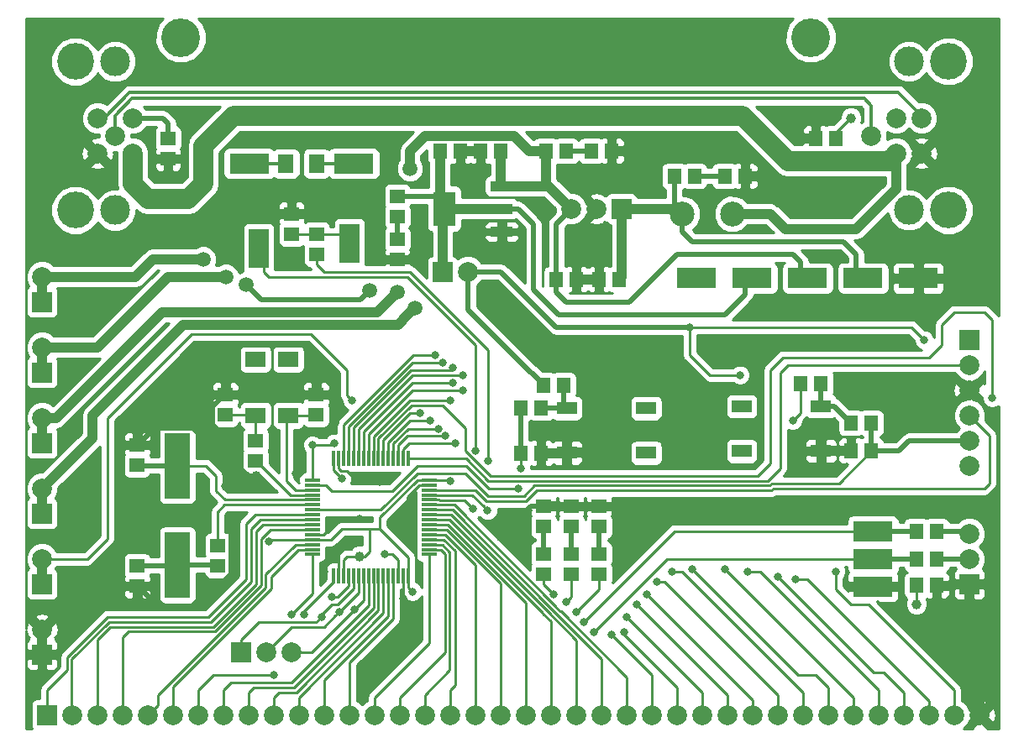
<source format=gtl>
G04 #@! TF.FileFunction,Copper,L1,Top,Signal*
%FSLAX46Y46*%
G04 Gerber Fmt 4.6, Leading zero omitted, Abs format (unit mm)*
G04 Created by KiCad (PCBNEW 4.0.5+dfsg1-4) date Sun May  7 16:42:39 2017*
%MOMM*%
%LPD*%
G01*
G04 APERTURE LIST*
%ADD10C,0.100000*%
%ADD11C,3.900000*%
%ADD12R,1.500000X0.300000*%
%ADD13R,0.300000X1.500000*%
%ADD14R,1.500000X1.400000*%
%ADD15R,1.400000X1.500000*%
%ADD16C,2.500000*%
%ADD17R,2.000000X1.300000*%
%ADD18R,2.000000X2.000000*%
%ADD19C,2.000000*%
%ADD20R,2.250000X1.000000*%
%ADD21R,2.250000X3.500000*%
%ADD22R,2.000000X1.600000*%
%ADD23R,2.500000X6.600000*%
%ADD24R,1.600000X1.900000*%
%ADD25R,4.000000X2.000000*%
%ADD26R,2.000000X4.000000*%
%ADD27C,3.000000*%
%ADD28C,3.700000*%
%ADD29C,1.000000*%
%ADD30C,0.800000*%
%ADD31C,1.500000*%
%ADD32C,0.346000*%
%ADD33C,0.508000*%
%ADD34C,0.254000*%
%ADD35C,1.000000*%
%ADD36C,2.000000*%
G04 APERTURE END LIST*
D10*
D11*
X130048000Y-46736000D03*
D12*
X79830500Y-91363800D03*
X79830500Y-91863800D03*
X79830500Y-92363800D03*
X79830500Y-92863800D03*
X79830500Y-93363800D03*
X79830500Y-93863800D03*
X79830500Y-94363800D03*
X79830500Y-94863800D03*
X79830500Y-95363800D03*
X79830500Y-95863800D03*
X79830500Y-96363800D03*
X79830500Y-96863800D03*
X79830500Y-97363800D03*
X79830500Y-97863800D03*
X79830500Y-98363800D03*
X79830500Y-98863800D03*
X91630500Y-98363800D03*
X91630500Y-97863800D03*
X91630500Y-97363800D03*
X91630500Y-96863800D03*
X91630500Y-96363800D03*
X91630500Y-95863800D03*
X91630500Y-95363800D03*
X91630500Y-94863800D03*
X91630500Y-94363800D03*
X91630500Y-93863800D03*
X91630500Y-93363800D03*
X91630500Y-92863800D03*
X91630500Y-92363800D03*
X91630500Y-91863800D03*
X91630500Y-91363800D03*
X91630500Y-98863800D03*
D13*
X81980500Y-101013800D03*
X82480500Y-101013800D03*
X82980500Y-101013800D03*
X83480500Y-101013800D03*
X83980500Y-101013800D03*
X84480500Y-101013800D03*
X84980500Y-101013800D03*
X85480500Y-101013800D03*
X85980500Y-101013800D03*
X86480500Y-101013800D03*
X86980500Y-101013800D03*
X87480500Y-101013800D03*
X87980500Y-101013800D03*
X88480500Y-101013800D03*
X88980500Y-101013800D03*
X89480500Y-101013800D03*
X89480500Y-89213800D03*
X88980500Y-89213800D03*
X88480500Y-89213800D03*
X87980500Y-89213800D03*
X87480500Y-89213800D03*
X86980500Y-89213800D03*
X86480500Y-89213800D03*
X85980500Y-89213800D03*
X85480500Y-89213800D03*
X84980500Y-89213800D03*
X84480500Y-89213800D03*
X83980500Y-89213800D03*
X83480500Y-89213800D03*
X82980500Y-89213800D03*
X82480500Y-89213800D03*
X81980500Y-89213800D03*
D14*
X71056500Y-82709800D03*
X71056500Y-84759800D03*
X80200500Y-84777800D03*
X80200500Y-82727800D03*
X62166500Y-102049800D03*
X62166500Y-99999800D03*
X62166500Y-89857800D03*
X62166500Y-87807800D03*
D15*
X136144000Y-88392000D03*
X134094000Y-88392000D03*
X100820000Y-88646000D03*
X102870000Y-88646000D03*
X142766000Y-101981000D03*
X140716000Y-101981000D03*
X94742000Y-58166000D03*
X92692000Y-58166000D03*
X108712000Y-71120000D03*
X110762000Y-71120000D03*
X106444000Y-71120000D03*
X104394000Y-71120000D03*
X96774000Y-58166000D03*
X98824000Y-58166000D03*
D14*
X77724000Y-64498000D03*
X77724000Y-66548000D03*
X108712000Y-98788000D03*
X108712000Y-100838000D03*
X105918000Y-98788000D03*
X105918000Y-100838000D03*
X103124000Y-98788000D03*
X103124000Y-100838000D03*
D15*
X123431300Y-60706000D03*
X121381300Y-60706000D03*
X109982000Y-58166000D03*
X107932000Y-58166000D03*
D14*
X88392000Y-69088000D03*
X88392000Y-67038000D03*
D16*
X122161300Y-64516000D03*
X117081300Y-64516000D03*
D14*
X74104500Y-89426000D03*
X74104500Y-87376000D03*
X70294500Y-97949800D03*
X70294500Y-99999800D03*
D15*
X131082000Y-81610200D03*
X129032000Y-81610200D03*
X134112000Y-85598000D03*
X136162000Y-85598000D03*
X105156000Y-81788000D03*
X103106000Y-81788000D03*
X102870000Y-84074000D03*
X100820000Y-84074000D03*
X142766000Y-99314000D03*
X140716000Y-99314000D03*
D14*
X108712000Y-93980000D03*
X108712000Y-96030000D03*
X105918000Y-93980000D03*
X105918000Y-96030000D03*
X103124000Y-93962000D03*
X103124000Y-96012000D03*
D15*
X142766000Y-96520000D03*
X140716000Y-96520000D03*
X118351300Y-60706000D03*
X116301300Y-60706000D03*
X105410000Y-58166000D03*
X103360000Y-58166000D03*
D14*
X88392000Y-64770000D03*
X88392000Y-62720000D03*
D15*
X130538000Y-56896000D03*
X132588000Y-56896000D03*
D14*
X80264000Y-68580000D03*
X80264000Y-66530000D03*
D17*
X131101600Y-88432200D03*
X131101600Y-83932200D03*
X123101600Y-83932200D03*
X123101600Y-88432200D03*
X113474000Y-88610000D03*
X113474000Y-84110000D03*
X105474000Y-84110000D03*
X105474000Y-88610000D03*
D18*
X110998000Y-64008000D03*
D19*
X108458000Y-64008000D03*
X105918000Y-64008000D03*
D20*
X98912000Y-61708000D03*
X98912000Y-64008000D03*
D21*
X93112000Y-64008000D03*
D20*
X98912000Y-66308000D03*
D22*
X77404500Y-84821800D03*
X77404500Y-79171800D03*
X74104500Y-79171800D03*
X74104500Y-84821800D03*
D23*
X66230500Y-99919800D03*
X66230500Y-89919800D03*
D14*
X65278000Y-58946000D03*
X65278000Y-56896000D03*
D24*
X80264000Y-59436000D03*
X77164000Y-59436000D03*
D18*
X52578000Y-87630000D03*
D19*
X52578000Y-85090000D03*
D18*
X52578000Y-94742000D03*
D19*
X52578000Y-92202000D03*
D18*
X52578000Y-101854000D03*
D19*
X52578000Y-99314000D03*
D18*
X52578000Y-80518000D03*
D19*
X52578000Y-77978000D03*
D18*
X52578000Y-73406000D03*
D19*
X52578000Y-70866000D03*
D18*
X52578000Y-108966000D03*
D19*
X52578000Y-106426000D03*
D18*
X53086000Y-115062000D03*
D19*
X55626000Y-115062000D03*
X58166000Y-115062000D03*
X60706000Y-115062000D03*
X63246000Y-115062000D03*
X65786000Y-115062000D03*
X68326000Y-115062000D03*
X70866000Y-115062000D03*
X73406000Y-115062000D03*
X78486000Y-115062000D03*
X75946000Y-115062000D03*
X81026000Y-115062000D03*
X83566000Y-115062000D03*
X86106000Y-115062000D03*
X88646000Y-115062000D03*
X91186000Y-115062000D03*
X93726000Y-115062000D03*
X96266000Y-115062000D03*
X98806000Y-115062000D03*
X101346000Y-115062000D03*
X103886000Y-115062000D03*
X106426000Y-115062000D03*
X108966000Y-115062000D03*
X111506000Y-115062000D03*
X114046000Y-115062000D03*
X116586000Y-115062000D03*
X119126000Y-115062000D03*
X121666000Y-115062000D03*
X124206000Y-115062000D03*
X126746000Y-115062000D03*
X129286000Y-115062000D03*
X131826000Y-115062000D03*
X134366000Y-115062000D03*
X136906000Y-115062000D03*
X139446000Y-115062000D03*
X141986000Y-115062000D03*
X144526000Y-115062000D03*
X147066000Y-115062000D03*
D18*
X72644000Y-108712000D03*
D19*
X75184000Y-108712000D03*
X77724000Y-108712000D03*
D25*
X136336000Y-96520000D03*
X136336000Y-99314000D03*
X135320000Y-71000000D03*
X124144000Y-71000000D03*
X129732000Y-71000000D03*
X84012000Y-59436000D03*
D26*
X83566000Y-67502000D03*
D25*
X73468000Y-59436000D03*
D26*
X74422000Y-68010000D03*
D25*
X136336000Y-102108000D03*
X118556000Y-71000000D03*
X140908000Y-71000000D03*
D11*
X66548000Y-46736000D03*
D18*
X146050000Y-77216000D03*
D19*
X146050000Y-79756000D03*
X146050000Y-82296000D03*
X146050000Y-84836000D03*
X146050000Y-87376000D03*
X146050000Y-89916000D03*
D18*
X146050000Y-101854000D03*
D19*
X146050000Y-99314000D03*
X146050000Y-96774000D03*
D18*
X92964000Y-70358000D03*
D19*
X95504000Y-70358000D03*
X136144000Y-56634000D03*
X138684000Y-58404000D03*
X138684000Y-54864000D03*
X141224000Y-58404000D03*
X141224000Y-54864000D03*
D27*
X139954000Y-64134000D03*
X139954000Y-49134000D03*
D28*
X143954000Y-64134000D03*
X143954000Y-49134000D03*
D19*
X61722000Y-54864000D03*
X61722000Y-58420000D03*
X58166000Y-58420000D03*
X58166000Y-54864000D03*
X59944000Y-56642000D03*
D27*
X59944000Y-49142000D03*
X59944000Y-64142000D03*
D28*
X55944000Y-49142000D03*
X55944000Y-64142000D03*
D29*
X136398000Y-50038000D03*
X133858000Y-50038000D03*
X131318000Y-50038000D03*
X128778000Y-50038000D03*
X128778000Y-56896000D03*
X58166000Y-60706000D03*
X65278000Y-50038000D03*
X67818000Y-50038000D03*
X70358000Y-50038000D03*
X72898000Y-50038000D03*
X75438000Y-50038000D03*
X77978000Y-50038000D03*
X80518000Y-50038000D03*
X83058000Y-50038000D03*
X85598000Y-50038000D03*
X88138000Y-50038000D03*
X90678000Y-50038000D03*
X93218000Y-50038000D03*
X95758000Y-50038000D03*
X98298000Y-50038000D03*
X100838000Y-50038000D03*
X103378000Y-50038000D03*
X105918000Y-50038000D03*
X108458000Y-50038000D03*
X110998000Y-50038000D03*
X113538000Y-50038000D03*
X116078000Y-50038000D03*
X118618000Y-50038000D03*
X121158000Y-50038000D03*
X123698000Y-50038000D03*
X126238000Y-50038000D03*
X51816000Y-54102000D03*
X79248000Y-64592200D03*
X71120000Y-91947992D03*
X71628000Y-95250036D03*
X86614000Y-91440000D03*
D30*
X55372000Y-97790000D03*
X57404000Y-94488000D03*
X117602000Y-86360000D03*
X84582000Y-95250000D03*
X88980500Y-103297500D03*
D29*
X89408000Y-94742000D03*
X65278000Y-60706000D03*
X85598000Y-64770000D03*
X90678000Y-67818000D03*
X96774000Y-60452000D03*
X100330000Y-68580000D03*
X107696000Y-69342000D03*
X112014000Y-58166000D03*
X125730000Y-60706000D03*
X131064000Y-86614000D03*
D30*
X81026000Y-100584000D03*
X84328000Y-97536000D03*
D29*
X74168000Y-90932000D03*
X78234700Y-90678000D03*
X98806000Y-97028000D03*
D30*
X87122000Y-98806000D03*
X100838000Y-90170000D03*
X100584006Y-92202000D03*
X77724000Y-104902002D03*
X108204000Y-106680000D03*
D31*
X89662000Y-59944000D03*
X71120000Y-70866000D03*
X68834000Y-69088000D03*
D29*
X134112000Y-54864000D03*
X140716000Y-103886000D03*
D30*
X78985663Y-104893663D03*
X107188000Y-105664000D03*
X148336000Y-83058000D03*
X75446340Y-97544334D03*
D29*
X84582000Y-99060000D03*
D31*
X73152000Y-71628000D03*
D30*
X82804000Y-91186000D03*
D31*
X90170000Y-73984790D03*
X85598000Y-72200200D03*
D30*
X122936000Y-80772000D03*
X128270000Y-85344000D03*
X141478000Y-77216000D03*
X93725998Y-91440000D03*
X89916000Y-102616000D03*
X117856000Y-75946000D03*
X84065670Y-104385670D03*
X104142149Y-102867851D03*
X82549990Y-104648000D03*
X105410014Y-103632000D03*
X80772000Y-105156000D03*
X106426000Y-104648000D03*
X97489641Y-94438067D03*
X97536000Y-89408000D03*
X96274337Y-88383663D03*
X96012000Y-94234000D03*
X132587992Y-100584000D03*
X83820000Y-83312000D03*
X82042000Y-87630000D03*
X79830500Y-87809500D03*
X81788000Y-103124000D03*
X75946000Y-110998000D03*
X109982000Y-106934000D03*
X94234000Y-87630000D03*
X93226009Y-86875737D03*
X111252000Y-106680000D03*
X92504481Y-86178722D03*
X111506000Y-105156000D03*
X112522000Y-103886000D03*
X91694000Y-85344000D03*
X113538000Y-102870000D03*
X90678000Y-84582000D03*
X93726000Y-83312000D03*
X114554000Y-101600000D03*
X116078000Y-100584000D03*
X94996000Y-82296000D03*
X93980000Y-81534000D03*
X118110000Y-100330000D03*
X94996000Y-80772000D03*
X121412000Y-100330000D03*
X123698000Y-100584000D03*
X93980000Y-80010000D03*
X126746000Y-101092000D03*
X92964000Y-79521000D03*
X128524000Y-101346000D03*
X92202000Y-78740000D03*
D31*
X88392006Y-72390000D03*
D32*
X133858000Y-50038000D02*
X136398000Y-50038000D01*
X131318000Y-50038000D02*
X133858000Y-50038000D01*
X128778000Y-50038000D02*
X131318000Y-50038000D01*
D33*
X130556000Y-56896000D02*
X129485106Y-56896000D01*
X129485106Y-56896000D02*
X128778000Y-56896000D01*
D34*
X65278000Y-50038000D02*
X62230000Y-50038000D01*
X67818000Y-50038000D02*
X65278000Y-50038000D01*
X70358000Y-50038000D02*
X67818000Y-50038000D01*
X72898000Y-50038000D02*
X70358000Y-50038000D01*
X75438000Y-50038000D02*
X72898000Y-50038000D01*
X77978000Y-50038000D02*
X75438000Y-50038000D01*
X80518000Y-50038000D02*
X77978000Y-50038000D01*
X83058000Y-50038000D02*
X80518000Y-50038000D01*
X85598000Y-50038000D02*
X83058000Y-50038000D01*
X88138000Y-50038000D02*
X85598000Y-50038000D01*
X90678000Y-50038000D02*
X88138000Y-50038000D01*
X93218000Y-50038000D02*
X90678000Y-50038000D01*
X95758000Y-50038000D02*
X93218000Y-50038000D01*
X98298000Y-50038000D02*
X95758000Y-50038000D01*
X100838000Y-50038000D02*
X98298000Y-50038000D01*
X103378000Y-50038000D02*
X100838000Y-50038000D01*
X105918000Y-50038000D02*
X103378000Y-50038000D01*
X108458000Y-50038000D02*
X105918000Y-50038000D01*
X110998000Y-50038000D02*
X108458000Y-50038000D01*
X113538000Y-50038000D02*
X110998000Y-50038000D01*
X116078000Y-50038000D02*
X113538000Y-50038000D01*
X118618000Y-50038000D02*
X116078000Y-50038000D01*
X121158000Y-50038000D02*
X118618000Y-50038000D01*
X123698000Y-50038000D02*
X121158000Y-50038000D01*
X62230000Y-50038000D02*
X60493209Y-51774791D01*
X60493209Y-51774791D02*
X54143209Y-51774791D01*
X54143209Y-51774791D02*
X51816000Y-54102000D01*
X126238000Y-50038000D02*
X123698000Y-50038000D01*
X126238000Y-50038000D02*
X128778000Y-50038000D01*
X77724000Y-64498000D02*
X79153800Y-64498000D01*
X79153800Y-64498000D02*
X79248000Y-64592200D01*
D33*
X62166500Y-87807800D02*
X62216500Y-87807800D01*
X62216500Y-87807800D02*
X63918300Y-86106000D01*
X68580000Y-86896338D02*
X68580000Y-88138000D01*
X63918300Y-86106000D02*
X67789662Y-86106000D01*
X68580000Y-88138000D02*
X71120000Y-90678000D01*
X67789662Y-86106000D02*
X68580000Y-86896338D01*
X71120000Y-90678000D02*
X71120000Y-91240886D01*
X71120000Y-91240886D02*
X71120000Y-91947992D01*
X71628000Y-95957142D02*
X71628000Y-95250036D01*
X68326000Y-104140000D02*
X71628000Y-100838000D01*
X64306700Y-104140000D02*
X68326000Y-104140000D01*
X62216500Y-102049800D02*
X64306700Y-104140000D01*
X62166500Y-102049800D02*
X62216500Y-102049800D01*
X71628000Y-95250000D02*
X71628000Y-95250036D01*
X71628000Y-100838000D02*
X71628000Y-95957142D01*
D34*
X83312000Y-90424000D02*
X84328000Y-91440000D01*
X84328000Y-91440000D02*
X86614000Y-91440000D01*
X82696338Y-90424000D02*
X83312000Y-90424000D01*
X82480500Y-89213800D02*
X82480500Y-90208162D01*
X82480500Y-90208162D02*
X82696338Y-90424000D01*
D35*
X57404000Y-94488000D02*
X57404000Y-95758000D01*
X57404000Y-95758000D02*
X55372000Y-97790000D01*
X109724000Y-86360000D02*
X117602000Y-86360000D01*
X105474000Y-88610000D02*
X107474000Y-88610000D01*
X107474000Y-88610000D02*
X109724000Y-86360000D01*
X102870000Y-88646000D02*
X105438000Y-88646000D01*
X105438000Y-88646000D02*
X105474000Y-88610000D01*
D34*
X80936200Y-96863800D02*
X82550000Y-95250000D01*
X82550000Y-95250000D02*
X84582000Y-95250000D01*
X79830500Y-96863800D02*
X80936200Y-96863800D01*
X88980500Y-101013800D02*
X88980500Y-103297500D01*
X91630500Y-91863800D02*
X90626500Y-91863800D01*
X90626500Y-91863800D02*
X89408000Y-93082300D01*
X89408000Y-93082300D02*
X89408000Y-94742000D01*
D33*
X65278000Y-58946000D02*
X65278000Y-60706000D01*
X85598000Y-67818000D02*
X86868000Y-69088000D01*
X86868000Y-69088000D02*
X88392000Y-69088000D01*
X85598000Y-64770000D02*
X85598000Y-67818000D01*
X90678000Y-67818000D02*
X89408000Y-69088000D01*
X89408000Y-69088000D02*
X88392000Y-69088000D01*
X94742000Y-58166000D02*
X96774000Y-58166000D01*
X96774000Y-60452000D02*
X96774000Y-58166000D01*
X98912000Y-66308000D02*
X98912000Y-67162000D01*
X98912000Y-67162000D02*
X100330000Y-68580000D01*
X108712000Y-71120000D02*
X108712000Y-69850000D01*
X108712000Y-69850000D02*
X108204000Y-69342000D01*
X108204000Y-69342000D02*
X107696000Y-69342000D01*
X108712000Y-71120000D02*
X106444000Y-71120000D01*
X109982000Y-58166000D02*
X112014000Y-58166000D01*
X125730000Y-60706000D02*
X123431300Y-60706000D01*
D35*
X131101600Y-88432200D02*
X131101600Y-86651600D01*
X131101600Y-86651600D02*
X131064000Y-86614000D01*
X131101600Y-88432200D02*
X134053800Y-88432200D01*
X134053800Y-88432200D02*
X134094000Y-88392000D01*
X52578000Y-106426000D02*
X52578000Y-108966000D01*
X147066000Y-109728000D02*
X146050000Y-108712000D01*
X146050000Y-108712000D02*
X146050000Y-101854000D01*
X147066000Y-115062000D02*
X147066000Y-109728000D01*
D34*
X82480500Y-101013800D02*
X82480500Y-99568000D01*
X82480500Y-99568000D02*
X82480500Y-98113500D01*
X81026000Y-100584000D02*
X81026000Y-100018315D01*
X81026000Y-100018315D02*
X81476315Y-99568000D01*
X81476315Y-99568000D02*
X82480500Y-99568000D01*
X82480500Y-98113500D02*
X83058000Y-97536000D01*
X83058000Y-97536000D02*
X84328000Y-97536000D01*
D33*
X142766000Y-101981000D02*
X145923000Y-101981000D01*
X145923000Y-101981000D02*
X146050000Y-101854000D01*
X71056500Y-82709800D02*
X71006500Y-82709800D01*
X69798500Y-83917800D02*
X69798500Y-85800500D01*
X71006500Y-82709800D02*
X69798500Y-83917800D01*
X69798500Y-85800500D02*
X72644000Y-88646000D01*
X72644000Y-88646000D02*
X72644000Y-90238462D01*
X72644000Y-90238462D02*
X73083538Y-90678000D01*
X73083538Y-90678000D02*
X73152000Y-90678000D01*
X73152000Y-90678000D02*
X73406000Y-90932000D01*
X73406000Y-90932000D02*
X74168000Y-90932000D01*
X78232000Y-87122000D02*
X78234700Y-90678000D01*
X78232000Y-90678000D02*
X78234700Y-90678000D01*
X78740000Y-86614000D02*
X78232000Y-87122000D01*
X81280000Y-86614000D02*
X78740000Y-86614000D01*
X82296000Y-85598000D02*
X81280000Y-86614000D01*
X82296000Y-83565300D02*
X82296000Y-85598000D01*
X80200500Y-82727800D02*
X81458500Y-82727800D01*
X81458500Y-82727800D02*
X82296000Y-83565300D01*
X78994000Y-77724000D02*
X80200500Y-78930500D01*
X80200500Y-78930500D02*
X80200500Y-82727800D01*
X72136000Y-77724000D02*
X78994000Y-77724000D01*
X71056500Y-78803500D02*
X72136000Y-77724000D01*
X71056500Y-82709800D02*
X71056500Y-78803500D01*
X60452000Y-101600000D02*
X60452000Y-88264300D01*
X60452000Y-88264300D02*
X60908500Y-87807800D01*
X60908500Y-87807800D02*
X62166500Y-87807800D01*
X60901800Y-102049800D02*
X60452000Y-101600000D01*
X62166500Y-102049800D02*
X60901800Y-102049800D01*
D35*
X108643790Y-94048210D02*
X108712000Y-93980000D01*
D33*
X105918000Y-94070715D02*
X108712000Y-94070715D01*
X105827285Y-93980000D02*
X105918000Y-94070715D01*
X103124000Y-93980000D02*
X105827285Y-93980000D01*
X98806000Y-97028000D02*
X101854000Y-93980000D01*
X101854000Y-93980000D02*
X103124000Y-93980000D01*
D34*
X74104500Y-84821800D02*
X74104500Y-87376000D01*
X71056500Y-84759800D02*
X74042500Y-84759800D01*
X74042500Y-84759800D02*
X74104500Y-84821800D01*
X77404500Y-84821800D02*
X77216000Y-85010300D01*
X77216000Y-85010300D02*
X77216000Y-91440000D01*
X77216000Y-91440000D02*
X78139800Y-92363800D01*
X78139800Y-92363800D02*
X79830500Y-92363800D01*
X77404500Y-84821800D02*
X80156500Y-84821800D01*
X80156500Y-84821800D02*
X80200500Y-84777800D01*
D33*
X66230500Y-99919800D02*
X70214500Y-99919800D01*
X70214500Y-99919800D02*
X70294500Y-99999800D01*
X62166500Y-99999800D02*
X66150500Y-99999800D01*
X66150500Y-99999800D02*
X66230500Y-99919800D01*
D34*
X66230500Y-89919800D02*
X69091800Y-89919800D01*
X69091800Y-89919800D02*
X70104000Y-90932000D01*
X70104000Y-90932000D02*
X70104000Y-92456000D01*
X70992001Y-93344001D02*
X79810701Y-93344001D01*
X70104000Y-92456000D02*
X70992001Y-93344001D01*
X79810701Y-93344001D02*
X79830500Y-93363800D01*
D33*
X66230500Y-89919800D02*
X62228500Y-89919800D01*
X62228500Y-89919800D02*
X62166500Y-89857800D01*
D34*
X87884000Y-98806000D02*
X87122000Y-98806000D01*
X88480500Y-99402500D02*
X87884000Y-98806000D01*
X88480500Y-101013800D02*
X88480500Y-99402500D01*
X100820000Y-90152000D02*
X100838000Y-90170000D01*
X100820000Y-89650000D02*
X100820000Y-90152000D01*
X100018321Y-92202000D02*
X100584006Y-92202000D01*
X97651408Y-92202000D02*
X100018321Y-92202000D01*
X95365408Y-89916000D02*
X97651408Y-92202000D01*
X87884000Y-92456000D02*
X90424000Y-89916000D01*
X79830500Y-91863800D02*
X81195800Y-91863800D01*
X90424000Y-89916000D02*
X95365408Y-89916000D01*
X81195800Y-91863800D02*
X81788000Y-92456000D01*
X81788000Y-92456000D02*
X87884000Y-92456000D01*
X100820000Y-88646000D02*
X100820000Y-89650000D01*
X100820000Y-89650000D02*
X100838000Y-89668000D01*
D33*
X100820000Y-88646000D02*
X100820000Y-84074000D01*
D34*
X78123999Y-104502003D02*
X77724000Y-104902002D01*
X79830500Y-102795502D02*
X78123999Y-104502003D01*
X79830500Y-98863800D02*
X79830500Y-102795502D01*
X135636000Y-99314000D02*
X115570000Y-99314000D01*
X115570000Y-99314000D02*
X108204000Y-106680000D01*
D33*
X135636000Y-99314000D02*
X140716000Y-99314000D01*
D35*
X89662000Y-59944000D02*
X89662000Y-58166000D01*
X89662000Y-58166000D02*
X91186000Y-56642000D01*
X91186000Y-56642000D02*
X100136000Y-56642000D01*
X100136000Y-56642000D02*
X101660000Y-58166000D01*
X101660000Y-58166000D02*
X103360000Y-58166000D01*
X65278000Y-70866000D02*
X71120000Y-70866000D01*
X58166000Y-77978000D02*
X65278000Y-70866000D01*
X53992213Y-77978000D02*
X58166000Y-77978000D01*
X52578000Y-77978000D02*
X53992213Y-77978000D01*
X52578000Y-77978000D02*
X52578000Y-80518000D01*
D33*
X129032000Y-71000000D02*
X129032000Y-69342000D01*
X129032000Y-69342000D02*
X128270000Y-68580000D01*
X128270000Y-68580000D02*
X116586000Y-68580000D01*
X105422000Y-73406000D02*
X104394000Y-72378000D01*
X116586000Y-68580000D02*
X111760000Y-73406000D01*
X111760000Y-73406000D02*
X105422000Y-73406000D01*
X104394000Y-72378000D02*
X104394000Y-71120000D01*
X105918000Y-64008000D02*
X104394000Y-65532000D01*
X104394000Y-65532000D02*
X104394000Y-71120000D01*
D35*
X98912000Y-61708000D02*
X103618000Y-61708000D01*
X103618000Y-61708000D02*
X105918000Y-64008000D01*
X103360000Y-58166000D02*
X103360000Y-61450000D01*
X103360000Y-61450000D02*
X105918000Y-64008000D01*
X98824000Y-58166000D02*
X98824000Y-61620000D01*
X98824000Y-61620000D02*
X98912000Y-61708000D01*
D34*
X80264000Y-66530000D02*
X80282000Y-66548000D01*
X80282000Y-66548000D02*
X82550000Y-66548000D01*
X82550000Y-66548000D02*
X82804000Y-66802000D01*
X77724000Y-66548000D02*
X80246000Y-66548000D01*
X80246000Y-66548000D02*
X80264000Y-66530000D01*
D33*
X118351300Y-60706000D02*
X121381300Y-60706000D01*
X105410000Y-58166000D02*
X107932000Y-58166000D01*
X88392000Y-64770000D02*
X88392000Y-67038000D01*
D35*
X61976000Y-70866000D02*
X63754000Y-69088000D01*
X63754000Y-69088000D02*
X68834000Y-69088000D01*
X52578000Y-70866000D02*
X61976000Y-70866000D01*
X52578000Y-70866000D02*
X52578000Y-73406000D01*
D33*
X116301300Y-60706000D02*
X116301300Y-63736000D01*
X116301300Y-63736000D02*
X117081300Y-64516000D01*
X134620000Y-71000000D02*
X134620000Y-68580000D01*
X134620000Y-68580000D02*
X133350000Y-67310000D01*
X133350000Y-67310000D02*
X118110000Y-67310000D01*
X118110000Y-67310000D02*
X117094000Y-66294000D01*
X117094000Y-66294000D02*
X117094000Y-64528700D01*
X117094000Y-64528700D02*
X117081300Y-64516000D01*
D35*
X110998000Y-64008000D02*
X110998000Y-70884000D01*
X110998000Y-70884000D02*
X110762000Y-71120000D01*
X110998000Y-64008000D02*
X116573300Y-64008000D01*
X116573300Y-64008000D02*
X117081300Y-64516000D01*
D33*
X142766000Y-96520000D02*
X145796000Y-96520000D01*
X145796000Y-96520000D02*
X146050000Y-96774000D01*
X142766000Y-99314000D02*
X146050000Y-99314000D01*
X61722000Y-54864000D02*
X64770000Y-54864000D01*
X64770000Y-54864000D02*
X65278000Y-55372000D01*
X65278000Y-55372000D02*
X65278000Y-56896000D01*
D32*
X132588000Y-56896000D02*
X132588000Y-56388000D01*
X132588000Y-56388000D02*
X134112000Y-54864000D01*
D34*
X74104500Y-89426000D02*
X74186000Y-89426000D01*
X74186000Y-89426000D02*
X77623800Y-92863800D01*
X77623800Y-92863800D02*
X78826500Y-92863800D01*
X78826500Y-92863800D02*
X79830500Y-92863800D01*
X70294500Y-97949800D02*
X70294500Y-94551500D01*
X70294500Y-94551500D02*
X70982200Y-93863800D01*
X70982200Y-93863800D02*
X79830500Y-93863800D01*
D33*
X131101600Y-83932200D02*
X132446200Y-83932200D01*
X132446200Y-83932200D02*
X134112000Y-85598000D01*
X131101600Y-83932200D02*
X131101600Y-81629800D01*
X131101600Y-81629800D02*
X131082000Y-81610200D01*
X105156000Y-81788000D02*
X105156000Y-83792000D01*
X105156000Y-83792000D02*
X105474000Y-84110000D01*
X102870000Y-84074000D02*
X105438000Y-84074000D01*
X105438000Y-84074000D02*
X105474000Y-84110000D01*
D34*
X140716000Y-101981000D02*
X140716000Y-103886000D01*
X78985663Y-104608637D02*
X78985663Y-104893663D01*
X81980500Y-101013800D02*
X81980500Y-101613800D01*
X81980500Y-101613800D02*
X78985663Y-104608637D01*
X107188000Y-105664000D02*
X116332000Y-96520000D01*
X116332000Y-96520000D02*
X135636000Y-96520000D01*
D33*
X135636000Y-96520000D02*
X140716000Y-96520000D01*
D34*
X127000000Y-80518000D02*
X127000000Y-90170000D01*
X125730000Y-91440000D02*
X97536000Y-91440000D01*
X127000000Y-90170000D02*
X125730000Y-91440000D01*
X95309800Y-89213800D02*
X89480500Y-89213800D01*
X97536000Y-91440000D02*
X95309800Y-89213800D01*
X146050000Y-79756000D02*
X127762000Y-79756000D01*
X127762000Y-79756000D02*
X127000000Y-80518000D01*
X147574000Y-92202000D02*
X148082000Y-91694000D01*
X126108764Y-92354422D02*
X126261186Y-92202000D01*
X148082000Y-91694000D02*
X148082000Y-86868000D01*
X97397407Y-93472000D02*
X101346000Y-93472000D01*
X96289207Y-92363800D02*
X97397407Y-93472000D01*
X91630500Y-92363800D02*
X96289207Y-92363800D01*
X102463578Y-92354422D02*
X126108764Y-92354422D01*
X126261186Y-92202000D02*
X147574000Y-92202000D01*
X147049999Y-85835999D02*
X146050000Y-84836000D01*
X101346000Y-93472000D02*
X102463578Y-92354422D01*
X148082000Y-86868000D02*
X147049999Y-85835999D01*
X139700000Y-78994000D02*
X127254000Y-78994000D01*
X127254000Y-78994000D02*
X125984000Y-80264000D01*
X125984000Y-80264000D02*
X125984000Y-89662000D01*
X89800592Y-83820000D02*
X86480500Y-87140092D01*
X125984000Y-89662000D02*
X124714000Y-90932000D01*
X124714000Y-90932000D02*
X97790000Y-90932000D01*
X86480500Y-88209800D02*
X86480500Y-89213800D01*
X97790000Y-90932000D02*
X95250000Y-88392000D01*
X95250000Y-88392000D02*
X95250000Y-86106000D01*
X92964000Y-83820000D02*
X89800592Y-83820000D01*
X95250000Y-86106000D02*
X92964000Y-83820000D01*
X86480500Y-87140092D02*
X86480500Y-88209800D01*
X139954000Y-78994000D02*
X139700000Y-78994000D01*
X148336000Y-83058000D02*
X148336000Y-75184000D01*
X148336000Y-75184000D02*
X147574000Y-74422000D01*
X147574000Y-74422000D02*
X144526000Y-74422000D01*
X144526000Y-74422000D02*
X143256000Y-75692000D01*
X143256000Y-75692000D02*
X143256000Y-77724000D01*
X141986000Y-78994000D02*
X139700000Y-78994000D01*
X143256000Y-77724000D02*
X141986000Y-78994000D01*
D32*
X141224000Y-54864000D02*
X141224000Y-54610000D01*
X138892000Y-52278000D02*
X61422707Y-52278000D01*
X141224000Y-54610000D02*
X138892000Y-52278000D01*
X61422707Y-52278000D02*
X58836707Y-54864000D01*
X58836707Y-54864000D02*
X58166000Y-54864000D01*
X80264000Y-59436000D02*
X83312000Y-59436000D01*
X136144000Y-56634000D02*
X136144000Y-53594000D01*
X136144000Y-53594000D02*
X135428000Y-52878000D01*
X59944000Y-54605222D02*
X59944000Y-56642000D01*
X135428000Y-52878000D02*
X61671222Y-52878000D01*
X61671222Y-52878000D02*
X59944000Y-54605222D01*
X74168000Y-59436000D02*
X77164000Y-59436000D01*
D34*
X60132000Y-56830000D02*
X59944000Y-56642000D01*
X79830500Y-97363800D02*
X75626874Y-97363800D01*
X75626874Y-97363800D02*
X75446340Y-97544334D01*
X84074000Y-99060000D02*
X83312000Y-99060000D01*
X84074000Y-99060000D02*
X84582000Y-99060000D01*
X83312000Y-99060000D02*
X82980500Y-99391500D01*
X85598000Y-98552000D02*
X85598000Y-96266000D01*
X85090000Y-99060000D02*
X85598000Y-98552000D01*
X84582000Y-99060000D02*
X85090000Y-99060000D01*
X82980500Y-99391500D02*
X82980500Y-101013800D01*
D33*
X85598000Y-72200200D02*
X84646200Y-73152000D01*
X84646200Y-73152000D02*
X74676000Y-73152000D01*
X74676000Y-73152000D02*
X73152000Y-71628000D01*
D35*
X52578000Y-92202000D02*
X57658000Y-87122000D01*
X57658000Y-87122000D02*
X57658000Y-84836000D01*
X57658000Y-84836000D02*
X66802000Y-75692000D01*
X88462790Y-75692000D02*
X89420001Y-74734789D01*
X66802000Y-75692000D02*
X88462790Y-75692000D01*
X89420001Y-74734789D02*
X90170000Y-73984790D01*
D34*
X81980500Y-90362500D02*
X82404001Y-90786001D01*
X81980500Y-89213800D02*
X81980500Y-90362500D01*
X82404001Y-90786001D02*
X82804000Y-91186000D01*
D33*
X95504000Y-70358000D02*
X98806000Y-70358000D01*
X98806000Y-70358000D02*
X104394000Y-75946000D01*
X104394000Y-75946000D02*
X117290315Y-75946000D01*
X117290315Y-75946000D02*
X117856000Y-75946000D01*
X95504000Y-70358000D02*
X95504000Y-74186000D01*
X95504000Y-74186000D02*
X101848000Y-80530000D01*
X101848000Y-80530000D02*
X101898000Y-80530000D01*
X101898000Y-80530000D02*
X103106000Y-81738000D01*
X103106000Y-81738000D02*
X103106000Y-81788000D01*
D35*
X52578000Y-92202000D02*
X52578000Y-94742000D01*
D34*
X119888000Y-80772000D02*
X117856000Y-78740000D01*
X117856000Y-78740000D02*
X117856000Y-75946000D01*
X122936000Y-80772000D02*
X119888000Y-80772000D01*
X129032000Y-81610200D02*
X129032000Y-84582000D01*
X129032000Y-84582000D02*
X128270000Y-85344000D01*
X117856000Y-75946000D02*
X140208000Y-75946000D01*
X140208000Y-75946000D02*
X141478000Y-77216000D01*
X90384792Y-91363800D02*
X86614000Y-95134592D01*
X86614000Y-95134592D02*
X86614000Y-96266000D01*
X91630500Y-91363800D02*
X90384792Y-91363800D01*
X89480500Y-99132500D02*
X86614000Y-96266000D01*
X86614000Y-96266000D02*
X84836000Y-96266000D01*
X89480500Y-101013800D02*
X89480500Y-99132500D01*
X84836000Y-96266000D02*
X82804000Y-96266000D01*
X82804000Y-96266000D02*
X81706200Y-97363800D01*
X81706200Y-97363800D02*
X79830500Y-97363800D01*
X93649798Y-91363800D02*
X93725998Y-91440000D01*
X91630500Y-91363800D02*
X93649798Y-91363800D01*
X89516001Y-102216001D02*
X89916000Y-102616000D01*
X89480500Y-102180500D02*
X89516001Y-102216001D01*
X89480500Y-101013800D02*
X89480500Y-102180500D01*
X89858315Y-102616000D02*
X89916000Y-102616000D01*
D36*
X61722000Y-58420000D02*
X61722000Y-61468000D01*
X68834000Y-61468000D02*
X68834000Y-57658000D01*
X61722000Y-61468000D02*
X63246000Y-62992000D01*
X63246000Y-62992000D02*
X67310000Y-62992000D01*
X67310000Y-62992000D02*
X68834000Y-61468000D01*
X68834000Y-57658000D02*
X71882000Y-54610000D01*
X127762000Y-59182000D02*
X137914000Y-59182000D01*
X71882000Y-54610000D02*
X123190000Y-54610000D01*
X123190000Y-54610000D02*
X127762000Y-59182000D01*
X137914000Y-59182000D02*
X138168000Y-58928000D01*
D35*
X138168000Y-58928000D02*
X138684000Y-58412000D01*
X134620000Y-66040000D02*
X138684000Y-61976000D01*
X138684000Y-61976000D02*
X138684000Y-58412000D01*
X127508000Y-66040000D02*
X134620000Y-66040000D01*
X125984000Y-64516000D02*
X127508000Y-66040000D01*
X122161300Y-64516000D02*
X125984000Y-64516000D01*
D34*
X103124000Y-101849702D02*
X104142149Y-102867851D01*
X103124000Y-100838000D02*
X103124000Y-101849702D01*
X84065670Y-104385670D02*
X79739340Y-108712000D01*
X79739340Y-108712000D02*
X79138213Y-108712000D01*
X79138213Y-108712000D02*
X77724000Y-108712000D01*
X84980500Y-103487500D02*
X84082330Y-104385670D01*
X84082330Y-104385670D02*
X84065670Y-104385670D01*
X84980500Y-101013800D02*
X84980500Y-103487500D01*
X84480500Y-101013800D02*
X84480500Y-102717490D01*
X82149991Y-105047999D02*
X82549990Y-104648000D01*
X84480500Y-102717490D02*
X82949989Y-104248001D01*
X75184000Y-108712000D02*
X77724000Y-106172000D01*
X82949989Y-104248001D02*
X82549990Y-104648000D01*
X81025990Y-106172000D02*
X82149991Y-105047999D01*
X77724000Y-106172000D02*
X81025990Y-106172000D01*
X105918000Y-103124014D02*
X105810013Y-103232001D01*
X105918000Y-100838000D02*
X105918000Y-103124014D01*
X105810013Y-103232001D02*
X105410014Y-103632000D01*
X83980500Y-101013800D02*
X83980500Y-102259185D01*
X81788000Y-103886000D02*
X80772000Y-104902000D01*
X83980500Y-102259185D02*
X82353685Y-103886000D01*
X82353685Y-103886000D02*
X81788000Y-103886000D01*
X80772000Y-104902000D02*
X80772000Y-105156000D01*
X80372001Y-105555999D02*
X80772000Y-105156000D01*
X80264000Y-105664000D02*
X80372001Y-105555999D01*
X72644000Y-108712000D02*
X72644000Y-107458000D01*
X74438000Y-105664000D02*
X80264000Y-105664000D01*
X72644000Y-107458000D02*
X74438000Y-105664000D01*
X106426000Y-104648000D02*
X108712000Y-102362000D01*
X108712000Y-102362000D02*
X108712000Y-100856000D01*
X97536000Y-89408000D02*
X97536000Y-78232000D01*
X97536000Y-78232000D02*
X89662000Y-70358000D01*
X89662000Y-70358000D02*
X81026000Y-70358000D01*
X81026000Y-70358000D02*
X80264000Y-69596000D01*
X80264000Y-69596000D02*
X80264000Y-68580000D01*
X95915374Y-92863800D02*
X97089642Y-94038068D01*
X91630500Y-92863800D02*
X95915374Y-92863800D01*
X97089642Y-94038068D02*
X97489641Y-94438067D01*
X74930000Y-67056000D02*
X74930000Y-70358000D01*
X74930000Y-70358000D02*
X75438000Y-70866000D01*
X75438000Y-70866000D02*
X89408000Y-70866000D01*
X96274337Y-77732337D02*
X96274337Y-87817978D01*
X89408000Y-70866000D02*
X96274337Y-77732337D01*
X96274337Y-87817978D02*
X96274337Y-88383663D01*
X91630500Y-93363800D02*
X92601800Y-93363800D01*
X92601800Y-93363800D02*
X92644590Y-93406590D01*
X92644590Y-93406590D02*
X95184590Y-93406590D01*
X95184590Y-93406590D02*
X96012000Y-94234000D01*
X136144000Y-88442000D02*
X136144000Y-88392000D01*
X132892000Y-91694000D02*
X136144000Y-88442000D01*
X90424000Y-90678000D02*
X95250000Y-90678000D01*
X101156698Y-92964000D02*
X102223487Y-91897211D01*
X125919382Y-91897211D02*
X126122593Y-91694000D01*
X126122593Y-91694000D02*
X132892000Y-91694000D01*
X86738200Y-94363800D02*
X90424000Y-90678000D01*
X102223487Y-91897211D02*
X125919382Y-91897211D01*
X79830500Y-94363800D02*
X86738200Y-94363800D01*
X95250000Y-90678000D02*
X97536000Y-92964000D01*
X97536000Y-92964000D02*
X101156698Y-92964000D01*
X144526000Y-115062000D02*
X144526000Y-112522000D01*
X144526000Y-112522000D02*
X135890000Y-103886000D01*
X135890000Y-103886000D02*
X134112000Y-103886000D01*
X134112000Y-103886000D02*
X132587992Y-102361992D01*
X132587992Y-102361992D02*
X132587992Y-101149685D01*
X132587992Y-101149685D02*
X132587992Y-100584000D01*
D33*
X138938000Y-88392000D02*
X139954000Y-87376000D01*
X139954000Y-87376000D02*
X146050000Y-87376000D01*
X136144000Y-88392000D02*
X138938000Y-88392000D01*
X136144000Y-88392000D02*
X136144000Y-85616000D01*
X136144000Y-85616000D02*
X136162000Y-85598000D01*
D34*
X83820000Y-83312000D02*
X83312000Y-82804000D01*
X83312000Y-82804000D02*
X83312000Y-80264000D01*
X83312000Y-80264000D02*
X79695799Y-76647799D01*
X79695799Y-76647799D02*
X67624201Y-76647799D01*
X59182000Y-97282000D02*
X57150000Y-99314000D01*
X67624201Y-76647799D02*
X59182000Y-85090000D01*
X59182000Y-85090000D02*
X59182000Y-97282000D01*
X57150000Y-99314000D02*
X52578000Y-99314000D01*
X81608500Y-87809500D02*
X81862500Y-87809500D01*
X81862500Y-87809500D02*
X82042000Y-87630000D01*
X79830500Y-87809500D02*
X81608500Y-87809500D01*
D35*
X52578000Y-101854000D02*
X52578000Y-99314000D01*
D34*
X79830500Y-91363800D02*
X79830500Y-87809500D01*
X79830500Y-94863800D02*
X74046200Y-94863800D01*
X74046200Y-94863800D02*
X73152000Y-95758000D01*
X73152000Y-95758000D02*
X73152000Y-101346000D01*
X59182000Y-105156000D02*
X55118000Y-109220000D01*
X73152000Y-101346000D02*
X69342000Y-105156000D01*
X69342000Y-105156000D02*
X59182000Y-105156000D01*
X55118000Y-109220000D02*
X55118000Y-110490000D01*
X55118000Y-110490000D02*
X53086000Y-112522000D01*
X53086000Y-112522000D02*
X53086000Y-115062000D01*
X79830500Y-95363800D02*
X74562200Y-95363800D01*
X55575210Y-109409382D02*
X55575210Y-115011210D01*
X74562200Y-95363800D02*
X73660000Y-96266000D01*
X73660000Y-96266000D02*
X73660000Y-101600000D01*
X73660000Y-101600000D02*
X69596000Y-105664000D01*
X69596000Y-105664000D02*
X59320592Y-105664000D01*
X55575210Y-115011210D02*
X55626000Y-115062000D01*
X59320592Y-105664000D02*
X55575210Y-109409382D01*
X79830500Y-95863800D02*
X78795091Y-95863800D01*
X78795091Y-95863800D02*
X78771869Y-95840578D01*
X59459184Y-106172000D02*
X58166000Y-107465184D01*
X78771869Y-95840578D02*
X74847422Y-95840578D01*
X74168000Y-96520000D02*
X74168000Y-101854000D01*
X74847422Y-95840578D02*
X74168000Y-96520000D01*
X74168000Y-101854000D02*
X69850001Y-106171999D01*
X69850001Y-106171999D02*
X59459184Y-106172000D01*
X58166000Y-107465184D02*
X58166000Y-115062000D01*
X60706000Y-107188000D02*
X61264790Y-106629210D01*
X70039382Y-106629210D02*
X74676000Y-101992592D01*
X61264790Y-106629210D02*
X70039382Y-106629210D01*
X74676000Y-97282000D02*
X75594200Y-96363800D01*
X60706000Y-115062000D02*
X60706000Y-107188000D01*
X74676000Y-101992592D02*
X74676000Y-97282000D01*
X75594200Y-96363800D02*
X78074486Y-96363800D01*
X79830500Y-96363800D02*
X78140499Y-96363800D01*
X79830500Y-97863800D02*
X78158200Y-97863800D01*
X78158200Y-97863800D02*
X75133210Y-100888790D01*
X64245999Y-114062001D02*
X63246000Y-115062000D01*
X75133210Y-100888790D02*
X75133210Y-102181974D01*
X75133210Y-102181974D02*
X64245999Y-113069185D01*
X64245999Y-113069185D02*
X64245999Y-114062001D01*
X79830500Y-98363800D02*
X78420200Y-98363800D01*
X78420200Y-98363800D02*
X75692000Y-101092000D01*
X75692000Y-101092000D02*
X75692000Y-102269776D01*
X75692000Y-102269776D02*
X65786000Y-112175776D01*
X65786000Y-112175776D02*
X65786000Y-113647787D01*
X65786000Y-113647787D02*
X65786000Y-115062000D01*
X91630500Y-98363800D02*
X92775800Y-98363800D01*
X93218000Y-98806000D02*
X93218000Y-108712000D01*
X92775800Y-98363800D02*
X93218000Y-98806000D01*
X93218000Y-108712000D02*
X88646000Y-113284000D01*
X88646000Y-113284000D02*
X88646000Y-115062000D01*
X91630500Y-97863800D02*
X92922392Y-97863800D01*
X92922392Y-97863800D02*
X93675210Y-98616618D01*
X93675210Y-98616618D02*
X93675210Y-110540790D01*
X93675210Y-110540790D02*
X91186000Y-113030000D01*
X91186000Y-113030000D02*
X91186000Y-115062000D01*
X91630500Y-97363800D02*
X93068984Y-97363800D01*
X93068984Y-97363800D02*
X94234000Y-98528816D01*
X94234000Y-98528816D02*
X94234000Y-112014000D01*
X94234000Y-112014000D02*
X93726000Y-112522000D01*
X93726000Y-112522000D02*
X93726000Y-115062000D01*
X91630500Y-96863800D02*
X93215576Y-96863800D01*
X93215576Y-96863800D02*
X96266000Y-99914224D01*
X96266000Y-99914224D02*
X96266000Y-115316000D01*
X91630500Y-96363800D02*
X93362168Y-96363800D01*
X93362168Y-96363800D02*
X98806000Y-101807632D01*
X98806000Y-101807632D02*
X98806000Y-115062000D01*
X91630500Y-95863800D02*
X93508760Y-95863800D01*
X93508760Y-95863800D02*
X101346000Y-103701040D01*
X101346000Y-103701040D02*
X101346000Y-115062000D01*
X91630500Y-95363800D02*
X93655352Y-95363800D01*
X93655352Y-95363800D02*
X103054166Y-104762614D01*
X103054166Y-104762614D02*
X103054166Y-104804645D01*
X103054166Y-104804645D02*
X103886000Y-105636478D01*
X103886000Y-105636478D02*
X103886000Y-115062000D01*
X91630500Y-94863800D02*
X93801944Y-94863800D01*
X93801944Y-94863800D02*
X103511377Y-104573233D01*
X103511377Y-104573233D02*
X103511377Y-104615263D01*
X103511377Y-104615263D02*
X106426000Y-107529886D01*
X106426000Y-107529886D02*
X106426000Y-115062000D01*
X91630500Y-94363800D02*
X93948536Y-94363800D01*
X93948536Y-94363800D02*
X103968588Y-104383852D01*
X103968588Y-104425881D02*
X104616121Y-105073414D01*
X103968588Y-104383852D02*
X103968588Y-104425881D01*
X104616121Y-105073414D02*
X104658150Y-105073414D01*
X104658150Y-105073414D02*
X108966000Y-109381264D01*
X108966000Y-109381264D02*
X108966000Y-115062000D01*
X91630500Y-93863800D02*
X94105438Y-93863800D01*
X104425799Y-104236499D02*
X104805503Y-104616203D01*
X94105438Y-93863800D02*
X104425799Y-104184161D01*
X104425799Y-104184161D02*
X104425799Y-104236499D01*
X111506000Y-111264362D02*
X111506000Y-115062000D01*
X104805503Y-104616203D02*
X104857841Y-104616203D01*
X104857841Y-104616203D02*
X111506000Y-111264362D01*
X91630500Y-98863800D02*
X91630500Y-107759500D01*
X91630500Y-107759500D02*
X86106000Y-113284000D01*
X86106000Y-113284000D02*
X86106000Y-113538000D01*
X86106000Y-113538000D02*
X86106000Y-115062000D01*
X82374300Y-103124000D02*
X82353685Y-103124000D01*
X83480500Y-101013800D02*
X83480500Y-102017800D01*
X83480500Y-102017800D02*
X82374300Y-103124000D01*
X82353685Y-103124000D02*
X81788000Y-103124000D01*
X75946000Y-110998000D02*
X69850000Y-110998000D01*
X69850000Y-110998000D02*
X68326000Y-112522000D01*
X68326000Y-112522000D02*
X68326000Y-115062000D01*
X85480500Y-101013800D02*
X85480500Y-104003500D01*
X85480500Y-104003500D02*
X77724000Y-111760000D01*
X77724000Y-111760000D02*
X71628000Y-111760000D01*
X71628000Y-111760000D02*
X70866000Y-112522000D01*
X70866000Y-112522000D02*
X70866000Y-115062000D01*
X85980500Y-101013800D02*
X85980500Y-104265500D01*
X85980500Y-104265500D02*
X77978000Y-112268000D01*
X77978000Y-112268000D02*
X73914000Y-112268000D01*
X73914000Y-112268000D02*
X73406000Y-112776000D01*
X73406000Y-112776000D02*
X73406000Y-115062000D01*
X75946000Y-113284000D02*
X75946000Y-115062000D01*
X86480500Y-101013800D02*
X86480500Y-104527500D01*
X86480500Y-104527500D02*
X78232000Y-112776000D01*
X78232000Y-112776000D02*
X76454000Y-112776000D01*
X76454000Y-112776000D02*
X75946000Y-113284000D01*
X78486000Y-113538000D02*
X78486000Y-115062000D01*
X86980500Y-101013800D02*
X86980500Y-104789500D01*
X86980500Y-104789500D02*
X78486000Y-113284000D01*
X78486000Y-113284000D02*
X78486000Y-113538000D01*
X81026000Y-113538000D02*
X81026000Y-115062000D01*
X87480500Y-105051500D02*
X81026000Y-111506000D01*
X87480500Y-101013800D02*
X87480500Y-105051500D01*
X81026000Y-111506000D02*
X81026000Y-113538000D01*
X83566000Y-113538000D02*
X83566000Y-115062000D01*
X87980500Y-101013800D02*
X87980500Y-105313500D01*
X87980500Y-105313500D02*
X83566000Y-109728000D01*
X83566000Y-109728000D02*
X83566000Y-113538000D01*
X109982000Y-106934000D02*
X114046000Y-110998000D01*
X114046000Y-110998000D02*
X114046000Y-115062000D01*
X89560300Y-87630000D02*
X94234000Y-87630000D01*
X88980500Y-89213800D02*
X88980500Y-88209800D01*
X88980500Y-88209800D02*
X89560300Y-87630000D01*
X111252000Y-106680000D02*
X111252000Y-106934000D01*
X111252000Y-106934000D02*
X116586000Y-112268000D01*
X116586000Y-112268000D02*
X116586000Y-115062000D01*
X93192822Y-86908924D02*
X93226009Y-86875737D01*
X89390261Y-86908924D02*
X93192822Y-86908924D01*
X88480500Y-87818685D02*
X89390261Y-86908924D01*
X88480500Y-89213800D02*
X88480500Y-87818685D01*
X111506000Y-105156000D02*
X119126000Y-112776000D01*
X119126000Y-112776000D02*
X119126000Y-115062000D01*
X89473870Y-86178722D02*
X91938796Y-86178722D01*
X87980500Y-87672092D02*
X89473870Y-86178722D01*
X91938796Y-86178722D02*
X92504481Y-86178722D01*
X87980500Y-89213800D02*
X87980500Y-87672092D01*
X112522000Y-103886000D02*
X121666000Y-113030000D01*
X121666000Y-113030000D02*
X121666000Y-115062000D01*
X90932000Y-85344000D02*
X91694000Y-85344000D01*
X89662000Y-85344000D02*
X90932000Y-85344000D01*
X89154000Y-85852000D02*
X89662000Y-85344000D01*
X87480500Y-89213800D02*
X87480500Y-87525500D01*
X87480500Y-87525500D02*
X89154000Y-85852000D01*
X113538000Y-102870000D02*
X124206000Y-113538000D01*
X124206000Y-113538000D02*
X124206000Y-115062000D01*
X90112315Y-84582000D02*
X90678000Y-84582000D01*
X86980500Y-87286684D02*
X89685184Y-84582000D01*
X89685184Y-84582000D02*
X90112315Y-84582000D01*
X86980500Y-89213800D02*
X86980500Y-87286684D01*
X126746000Y-113030000D02*
X126746000Y-115062000D01*
X89662000Y-83312000D02*
X93160315Y-83312000D01*
X85980500Y-86993500D02*
X89662000Y-83312000D01*
X93160315Y-83312000D02*
X93726000Y-83312000D01*
X85980500Y-89213800D02*
X85980500Y-86993500D01*
X115316000Y-101600000D02*
X126746000Y-113030000D01*
X114554000Y-101600000D02*
X115316000Y-101600000D01*
X116078000Y-100584000D02*
X117094000Y-100584000D01*
X117094000Y-100584000D02*
X129286000Y-112776000D01*
X129286000Y-112776000D02*
X129286000Y-115062000D01*
X85480500Y-89213800D02*
X85480500Y-86731500D01*
X85480500Y-86731500D02*
X89916000Y-82296000D01*
X89916000Y-82296000D02*
X94996000Y-82296000D01*
X131826000Y-112268000D02*
X131826000Y-115062000D01*
X89916000Y-81534000D02*
X93414315Y-81534000D01*
X84980500Y-86469500D02*
X89916000Y-81534000D01*
X84980500Y-89213800D02*
X84980500Y-86469500D01*
X93414315Y-81534000D02*
X93980000Y-81534000D01*
X118110000Y-100330000D02*
X128778000Y-110998000D01*
X128778000Y-110998000D02*
X130556000Y-110998000D01*
X130556000Y-110998000D02*
X131826000Y-112268000D01*
X121412000Y-100330000D02*
X134366000Y-113284000D01*
X134366000Y-113284000D02*
X134366000Y-115062000D01*
X84480500Y-89213800D02*
X84480500Y-86207500D01*
X94430315Y-80772000D02*
X94996000Y-80772000D01*
X84480500Y-86207500D02*
X89916000Y-80772000D01*
X89916000Y-80772000D02*
X94430315Y-80772000D01*
X136906000Y-112522000D02*
X136906000Y-115062000D01*
X124968000Y-100584000D02*
X136906000Y-112522000D01*
X123698000Y-100584000D02*
X124968000Y-100584000D01*
X83980500Y-89213800D02*
X83980500Y-86060908D01*
X83980500Y-86060908D02*
X89777408Y-80264000D01*
X89777408Y-80264000D02*
X93726000Y-80264000D01*
X93726000Y-80264000D02*
X93980000Y-80010000D01*
X126746000Y-101092000D02*
X136398000Y-110744000D01*
X136398000Y-110744000D02*
X137414000Y-110744000D01*
X137414000Y-110744000D02*
X139446000Y-112776000D01*
X139446000Y-112776000D02*
X139446000Y-115062000D01*
X92398315Y-79521000D02*
X92964000Y-79521000D01*
X89873816Y-79521000D02*
X92398315Y-79521000D01*
X83480500Y-89213800D02*
X83480500Y-85914316D01*
X83480500Y-85914316D02*
X89873816Y-79521000D01*
X141986000Y-113647787D02*
X141986000Y-115062000D01*
X128524000Y-101346000D02*
X129684213Y-101346000D01*
X129684213Y-101346000D02*
X141986000Y-113647787D01*
X91636315Y-78740000D02*
X92202000Y-78740000D01*
X90008224Y-78740000D02*
X91636315Y-78740000D01*
X82980500Y-85767724D02*
X90008224Y-78740000D01*
X82980500Y-89213800D02*
X82980500Y-85767724D01*
D35*
X52578000Y-85090000D02*
X53992213Y-85090000D01*
X53992213Y-85090000D02*
X64660213Y-74422000D01*
X87642007Y-73139999D02*
X88392006Y-72390000D01*
X64660213Y-74422000D02*
X86360006Y-74422000D01*
X86360006Y-74422000D02*
X87642007Y-73139999D01*
X52578000Y-85090000D02*
X52578000Y-87630000D01*
D33*
X88392000Y-62720000D02*
X92692000Y-62720000D01*
X92692000Y-62720000D02*
X92964000Y-62992000D01*
X92964000Y-62992000D02*
X92964000Y-63860000D01*
X92964000Y-63860000D02*
X93112000Y-64008000D01*
X98912000Y-64008000D02*
X100545000Y-64008000D01*
X100545000Y-64008000D02*
X102108000Y-65571000D01*
X102108000Y-65571000D02*
X102108000Y-72136000D01*
X104648000Y-74676000D02*
X121412000Y-74676000D01*
X102108000Y-72136000D02*
X104648000Y-74676000D01*
X121412000Y-74676000D02*
X123444000Y-72644000D01*
X123444000Y-72644000D02*
X123444000Y-71000000D01*
D35*
X98912000Y-64008000D02*
X93112000Y-64008000D01*
X92692000Y-58166000D02*
X92692000Y-63588000D01*
X92692000Y-63588000D02*
X93112000Y-64008000D01*
X92964000Y-70358000D02*
X92964000Y-64156000D01*
X92964000Y-64156000D02*
X93112000Y-64008000D01*
D33*
X108712000Y-96030000D02*
X108712000Y-98806000D01*
X105918000Y-96012000D02*
X105918000Y-98788000D01*
X103124000Y-96030000D02*
X103124000Y-98788000D01*
D34*
G36*
X64357822Y-45269803D02*
X63963450Y-46219556D01*
X63962552Y-47247932D01*
X64355266Y-48198372D01*
X65081803Y-48926178D01*
X66031556Y-49320550D01*
X67059932Y-49321448D01*
X68010372Y-48928734D01*
X68738178Y-48202197D01*
X69132550Y-47252444D01*
X69133448Y-46224068D01*
X68740734Y-45273628D01*
X68298877Y-44831000D01*
X128297392Y-44831000D01*
X127857822Y-45269803D01*
X127463450Y-46219556D01*
X127462552Y-47247932D01*
X127855266Y-48198372D01*
X128581803Y-48926178D01*
X129531556Y-49320550D01*
X130559932Y-49321448D01*
X131510372Y-48928734D01*
X132238178Y-48202197D01*
X132632550Y-47252444D01*
X132633448Y-46224068D01*
X132240734Y-45273628D01*
X131798877Y-44831000D01*
X148971000Y-44831000D01*
X148971000Y-74789135D01*
X148958451Y-74770354D01*
X148874816Y-74645185D01*
X148112815Y-73883185D01*
X147951264Y-73775240D01*
X147865605Y-73718004D01*
X147574000Y-73660000D01*
X144526000Y-73660000D01*
X144234395Y-73718004D01*
X143987184Y-73883185D01*
X142717185Y-75153185D01*
X142552004Y-75400395D01*
X142494000Y-75692000D01*
X142494000Y-76964612D01*
X142355942Y-76630485D01*
X142065046Y-76339081D01*
X141684777Y-76181180D01*
X141520668Y-76181037D01*
X140746815Y-75407185D01*
X140690489Y-75369549D01*
X140499605Y-75242004D01*
X140208000Y-75184000D01*
X122161236Y-75184000D01*
X124072618Y-73272618D01*
X124137467Y-73175564D01*
X124265329Y-72984206D01*
X124332316Y-72647440D01*
X126144000Y-72647440D01*
X126379317Y-72603162D01*
X126595441Y-72464090D01*
X126740431Y-72251890D01*
X126791440Y-72000000D01*
X126791440Y-70000000D01*
X126747162Y-69764683D01*
X126608090Y-69548559D01*
X126491651Y-69469000D01*
X127384540Y-69469000D01*
X127280559Y-69535910D01*
X127135569Y-69748110D01*
X127084560Y-70000000D01*
X127084560Y-72000000D01*
X127128838Y-72235317D01*
X127267910Y-72451441D01*
X127480110Y-72596431D01*
X127732000Y-72647440D01*
X131732000Y-72647440D01*
X131967317Y-72603162D01*
X132183441Y-72464090D01*
X132328431Y-72251890D01*
X132379440Y-72000000D01*
X132379440Y-70000000D01*
X132335162Y-69764683D01*
X132196090Y-69548559D01*
X131983890Y-69403569D01*
X131732000Y-69352560D01*
X129921000Y-69352560D01*
X129921000Y-69342000D01*
X129853329Y-69001794D01*
X129660618Y-68713382D01*
X129146236Y-68199000D01*
X132981764Y-68199000D01*
X133731000Y-68948236D01*
X133731000Y-69352560D01*
X133320000Y-69352560D01*
X133084683Y-69396838D01*
X132868559Y-69535910D01*
X132723569Y-69748110D01*
X132672560Y-70000000D01*
X132672560Y-72000000D01*
X132716838Y-72235317D01*
X132855910Y-72451441D01*
X133068110Y-72596431D01*
X133320000Y-72647440D01*
X137320000Y-72647440D01*
X137555317Y-72603162D01*
X137771441Y-72464090D01*
X137916431Y-72251890D01*
X137967440Y-72000000D01*
X137967440Y-71531750D01*
X138273000Y-71531750D01*
X138273000Y-72126310D01*
X138369673Y-72359699D01*
X138548302Y-72538327D01*
X138781691Y-72635000D01*
X140376250Y-72635000D01*
X140535000Y-72476250D01*
X140535000Y-71373000D01*
X141281000Y-71373000D01*
X141281000Y-72476250D01*
X141439750Y-72635000D01*
X143034309Y-72635000D01*
X143267698Y-72538327D01*
X143446327Y-72359699D01*
X143543000Y-72126310D01*
X143543000Y-71531750D01*
X143384250Y-71373000D01*
X141281000Y-71373000D01*
X140535000Y-71373000D01*
X138431750Y-71373000D01*
X138273000Y-71531750D01*
X137967440Y-71531750D01*
X137967440Y-70000000D01*
X137943674Y-69873690D01*
X138273000Y-69873690D01*
X138273000Y-70468250D01*
X138431750Y-70627000D01*
X140535000Y-70627000D01*
X140535000Y-69523750D01*
X141281000Y-69523750D01*
X141281000Y-70627000D01*
X143384250Y-70627000D01*
X143543000Y-70468250D01*
X143543000Y-69873690D01*
X143446327Y-69640301D01*
X143267698Y-69461673D01*
X143034309Y-69365000D01*
X141439750Y-69365000D01*
X141281000Y-69523750D01*
X140535000Y-69523750D01*
X140376250Y-69365000D01*
X138781691Y-69365000D01*
X138548302Y-69461673D01*
X138369673Y-69640301D01*
X138273000Y-69873690D01*
X137943674Y-69873690D01*
X137923162Y-69764683D01*
X137784090Y-69548559D01*
X137571890Y-69403569D01*
X137320000Y-69352560D01*
X135509000Y-69352560D01*
X135509000Y-68580000D01*
X135441329Y-68239794D01*
X135248618Y-67951382D01*
X134472236Y-67175000D01*
X134620000Y-67175000D01*
X135054346Y-67088603D01*
X135422566Y-66842566D01*
X137818726Y-64446406D01*
X137818630Y-64556815D01*
X138142980Y-65341800D01*
X138743041Y-65942909D01*
X139527459Y-66268628D01*
X140376815Y-66269370D01*
X141161800Y-65945020D01*
X141762909Y-65344959D01*
X141764250Y-65341729D01*
X141846091Y-65539800D01*
X142544523Y-66239452D01*
X143457534Y-66618568D01*
X144446128Y-66619430D01*
X145359800Y-66241909D01*
X146059452Y-65543477D01*
X146438568Y-64630466D01*
X146439430Y-63641872D01*
X146061909Y-62728200D01*
X145363477Y-62028548D01*
X144450466Y-61649432D01*
X143461872Y-61648570D01*
X142548200Y-62026091D01*
X141848548Y-62724523D01*
X141764868Y-62926047D01*
X141164959Y-62325091D01*
X140380541Y-61999372D01*
X139814449Y-61998877D01*
X139819000Y-61976000D01*
X139819000Y-59701140D01*
X140454362Y-59701140D01*
X140570749Y-59937708D01*
X141207400Y-60070949D01*
X141846578Y-59950413D01*
X141877251Y-59937708D01*
X141993638Y-59701140D01*
X141224000Y-58931502D01*
X140454362Y-59701140D01*
X139819000Y-59701140D01*
X139819000Y-59581204D01*
X140069278Y-59331363D01*
X140282406Y-58818092D01*
X140696498Y-58404000D01*
X141751502Y-58404000D01*
X142521140Y-59173638D01*
X142757708Y-59057251D01*
X142890949Y-58420600D01*
X142770413Y-57781422D01*
X142757708Y-57750749D01*
X142521140Y-57634362D01*
X141751502Y-58404000D01*
X140696498Y-58404000D01*
X140281670Y-57989172D01*
X140070894Y-57479057D01*
X139699348Y-57106860D01*
X140454362Y-57106860D01*
X141224000Y-57876498D01*
X141993638Y-57106860D01*
X141877251Y-56870292D01*
X141240600Y-56737051D01*
X140601422Y-56857587D01*
X140570749Y-56870292D01*
X140454362Y-57106860D01*
X139699348Y-57106860D01*
X139611363Y-57018722D01*
X139010648Y-56769284D01*
X138360205Y-56768716D01*
X137759057Y-57017106D01*
X137752593Y-57023558D01*
X137778716Y-56960648D01*
X137779284Y-56310205D01*
X137752324Y-56244958D01*
X137756637Y-56249278D01*
X138357352Y-56498716D01*
X139007795Y-56499284D01*
X139608943Y-56250894D01*
X139954199Y-55906241D01*
X140296637Y-56249278D01*
X140897352Y-56498716D01*
X141547795Y-56499284D01*
X142148943Y-56250894D01*
X142609278Y-55791363D01*
X142858716Y-55190648D01*
X142859284Y-54540205D01*
X142610894Y-53939057D01*
X142151363Y-53478722D01*
X141550648Y-53229284D01*
X140985474Y-53228790D01*
X139463342Y-51706658D01*
X139201209Y-51531505D01*
X138892000Y-51470000D01*
X61422707Y-51470000D01*
X61164799Y-51521301D01*
X61113498Y-51531505D01*
X60851365Y-51706658D01*
X59083427Y-53474596D01*
X58492648Y-53229284D01*
X57842205Y-53228716D01*
X57241057Y-53477106D01*
X56780722Y-53936637D01*
X56531284Y-54537352D01*
X56530716Y-55187795D01*
X56779106Y-55788943D01*
X57238637Y-56249278D01*
X57839352Y-56498716D01*
X58309124Y-56499126D01*
X58308879Y-56779479D01*
X58182600Y-56753051D01*
X57543422Y-56873587D01*
X57512749Y-56886292D01*
X57396362Y-57122860D01*
X58166000Y-57892498D01*
X58180142Y-57878356D01*
X58707644Y-58405858D01*
X58693502Y-58420000D01*
X59463140Y-59189638D01*
X59699708Y-59073251D01*
X59832949Y-58436600D01*
X59802829Y-58276878D01*
X60087124Y-58277126D01*
X60086716Y-58743795D01*
X60087000Y-58744482D01*
X60087000Y-61467995D01*
X60086999Y-61468000D01*
X60194257Y-62007218D01*
X59521185Y-62006630D01*
X58736200Y-62330980D01*
X58135091Y-62931041D01*
X58133750Y-62934271D01*
X58051909Y-62736200D01*
X57353477Y-62036548D01*
X56440466Y-61657432D01*
X55451872Y-61656570D01*
X54538200Y-62034091D01*
X53838548Y-62732523D01*
X53459432Y-63645534D01*
X53458570Y-64634128D01*
X53836091Y-65547800D01*
X54534523Y-66247452D01*
X55447534Y-66626568D01*
X56436128Y-66627430D01*
X57349800Y-66249909D01*
X58049452Y-65551477D01*
X58133132Y-65349953D01*
X58733041Y-65950909D01*
X59517459Y-66276628D01*
X60366815Y-66277370D01*
X61151800Y-65953020D01*
X61752909Y-65352959D01*
X62078628Y-64568541D01*
X62079005Y-64137244D01*
X62089878Y-64148117D01*
X62089880Y-64148120D01*
X62620313Y-64502543D01*
X63246000Y-64627000D01*
X67309995Y-64627000D01*
X67310000Y-64627001D01*
X67935688Y-64502543D01*
X68466120Y-64148120D01*
X68942548Y-63671691D01*
X76339000Y-63671691D01*
X76339000Y-63989250D01*
X76497750Y-64148000D01*
X77351000Y-64148000D01*
X77351000Y-63321750D01*
X78097000Y-63321750D01*
X78097000Y-64148000D01*
X78950250Y-64148000D01*
X79109000Y-63989250D01*
X79109000Y-63671691D01*
X79012327Y-63438302D01*
X78833699Y-63259673D01*
X78600310Y-63163000D01*
X78255750Y-63163000D01*
X78097000Y-63321750D01*
X77351000Y-63321750D01*
X77192250Y-63163000D01*
X76847690Y-63163000D01*
X76614301Y-63259673D01*
X76435673Y-63438302D01*
X76339000Y-63671691D01*
X68942548Y-63671691D01*
X69990117Y-62624122D01*
X69990120Y-62624120D01*
X70344543Y-62093687D01*
X70469000Y-61468000D01*
X70469000Y-58436000D01*
X70820560Y-58436000D01*
X70820560Y-60436000D01*
X70864838Y-60671317D01*
X71003910Y-60887441D01*
X71216110Y-61032431D01*
X71468000Y-61083440D01*
X75468000Y-61083440D01*
X75703317Y-61039162D01*
X75919441Y-60900090D01*
X75942407Y-60866478D01*
X76112110Y-60982431D01*
X76364000Y-61033440D01*
X77964000Y-61033440D01*
X78199317Y-60989162D01*
X78415441Y-60850090D01*
X78560431Y-60637890D01*
X78611440Y-60386000D01*
X78611440Y-58486000D01*
X78816560Y-58486000D01*
X78816560Y-60386000D01*
X78860838Y-60621317D01*
X78999910Y-60837441D01*
X79212110Y-60982431D01*
X79464000Y-61033440D01*
X81064000Y-61033440D01*
X81299317Y-60989162D01*
X81515441Y-60850090D01*
X81519785Y-60843733D01*
X81547910Y-60887441D01*
X81760110Y-61032431D01*
X82012000Y-61083440D01*
X86012000Y-61083440D01*
X86247317Y-61039162D01*
X86463441Y-60900090D01*
X86608431Y-60687890D01*
X86659440Y-60436000D01*
X86659440Y-58436000D01*
X86615162Y-58200683D01*
X86476090Y-57984559D01*
X86263890Y-57839569D01*
X86012000Y-57788560D01*
X82012000Y-57788560D01*
X81776683Y-57832838D01*
X81560559Y-57971910D01*
X81521043Y-58029744D01*
X81315890Y-57889569D01*
X81064000Y-57838560D01*
X79464000Y-57838560D01*
X79228683Y-57882838D01*
X79012559Y-58021910D01*
X78867569Y-58234110D01*
X78816560Y-58486000D01*
X78611440Y-58486000D01*
X78567162Y-58250683D01*
X78428090Y-58034559D01*
X78215890Y-57889569D01*
X77964000Y-57838560D01*
X76364000Y-57838560D01*
X76128683Y-57882838D01*
X75943368Y-58002085D01*
X75932090Y-57984559D01*
X75719890Y-57839569D01*
X75468000Y-57788560D01*
X71468000Y-57788560D01*
X71232683Y-57832838D01*
X71016559Y-57971910D01*
X70871569Y-58184110D01*
X70820560Y-58436000D01*
X70469000Y-58436000D01*
X70469000Y-58335240D01*
X72559240Y-56245000D01*
X89977867Y-56245000D01*
X88859435Y-57363433D01*
X88859434Y-57363434D01*
X88613397Y-57731654D01*
X88527000Y-58166000D01*
X88527000Y-59120042D01*
X88488539Y-59158436D01*
X88277241Y-59667298D01*
X88276760Y-60218285D01*
X88487169Y-60727515D01*
X88876436Y-61117461D01*
X89385298Y-61328759D01*
X89936285Y-61329240D01*
X90445515Y-61118831D01*
X90835461Y-60729564D01*
X91046759Y-60220702D01*
X91047240Y-59669715D01*
X90836831Y-59160485D01*
X90797000Y-59120585D01*
X90797000Y-58636132D01*
X91344560Y-58088573D01*
X91344560Y-58916000D01*
X91388838Y-59151317D01*
X91527910Y-59367441D01*
X91557000Y-59387317D01*
X91557000Y-61780113D01*
X91535559Y-61793910D01*
X91510216Y-61831000D01*
X89753877Y-61831000D01*
X89745162Y-61784683D01*
X89606090Y-61568559D01*
X89393890Y-61423569D01*
X89142000Y-61372560D01*
X87642000Y-61372560D01*
X87406683Y-61416838D01*
X87190559Y-61555910D01*
X87045569Y-61768110D01*
X86994560Y-62020000D01*
X86994560Y-63420000D01*
X87038838Y-63655317D01*
X87096051Y-63744228D01*
X87045569Y-63818110D01*
X86994560Y-64070000D01*
X86994560Y-65470000D01*
X87038838Y-65705317D01*
X87168294Y-65906497D01*
X87045569Y-66086110D01*
X86994560Y-66338000D01*
X86994560Y-67738000D01*
X87038838Y-67973317D01*
X87092139Y-68056148D01*
X87007000Y-68261691D01*
X87007000Y-68579250D01*
X87165750Y-68738000D01*
X88019000Y-68738000D01*
X88019000Y-68695000D01*
X88765000Y-68695000D01*
X88765000Y-68738000D01*
X89618250Y-68738000D01*
X89777000Y-68579250D01*
X89777000Y-68261691D01*
X89692351Y-68057330D01*
X89738431Y-67989890D01*
X89789440Y-67738000D01*
X89789440Y-66338000D01*
X89745162Y-66102683D01*
X89615706Y-65901503D01*
X89738431Y-65721890D01*
X89789440Y-65470000D01*
X89789440Y-64070000D01*
X89745162Y-63834683D01*
X89687949Y-63745772D01*
X89738431Y-63671890D01*
X89751167Y-63609000D01*
X91339560Y-63609000D01*
X91339560Y-65758000D01*
X91383838Y-65993317D01*
X91522910Y-66209441D01*
X91735110Y-66354431D01*
X91829000Y-66373444D01*
X91829000Y-68735962D01*
X91728683Y-68754838D01*
X91512559Y-68893910D01*
X91367569Y-69106110D01*
X91316560Y-69358000D01*
X91316560Y-70934930D01*
X90200815Y-69819185D01*
X90103094Y-69753890D01*
X89953605Y-69654004D01*
X89777000Y-69618875D01*
X89777000Y-69596750D01*
X89618250Y-69438000D01*
X88765000Y-69438000D01*
X88765000Y-69481000D01*
X88019000Y-69481000D01*
X88019000Y-69438000D01*
X87165750Y-69438000D01*
X87007750Y-69596000D01*
X85194405Y-69596000D01*
X85213440Y-69502000D01*
X85213440Y-65502000D01*
X85169162Y-65266683D01*
X85030090Y-65050559D01*
X84817890Y-64905569D01*
X84566000Y-64854560D01*
X82566000Y-64854560D01*
X82330683Y-64898838D01*
X82114559Y-65037910D01*
X81969569Y-65250110D01*
X81918560Y-65502000D01*
X81918560Y-65786000D01*
X81653161Y-65786000D01*
X81617162Y-65594683D01*
X81478090Y-65378559D01*
X81265890Y-65233569D01*
X81014000Y-65182560D01*
X79514000Y-65182560D01*
X79278683Y-65226838D01*
X79102383Y-65340284D01*
X79109000Y-65324309D01*
X79109000Y-65006750D01*
X78950250Y-64848000D01*
X78097000Y-64848000D01*
X78097000Y-64891000D01*
X77351000Y-64891000D01*
X77351000Y-64848000D01*
X76497750Y-64848000D01*
X76339000Y-65006750D01*
X76339000Y-65324309D01*
X76423649Y-65528670D01*
X76377569Y-65596110D01*
X76326560Y-65848000D01*
X76326560Y-67248000D01*
X76370838Y-67483317D01*
X76509910Y-67699441D01*
X76722110Y-67844431D01*
X76974000Y-67895440D01*
X78474000Y-67895440D01*
X78709317Y-67851162D01*
X78896835Y-67730497D01*
X78866560Y-67880000D01*
X78866560Y-69280000D01*
X78910838Y-69515317D01*
X79049910Y-69731441D01*
X79262110Y-69876431D01*
X79514000Y-69927440D01*
X79586621Y-69927440D01*
X79704595Y-70104000D01*
X76050405Y-70104000D01*
X76069440Y-70010000D01*
X76069440Y-66010000D01*
X76025162Y-65774683D01*
X75886090Y-65558559D01*
X75673890Y-65413569D01*
X75422000Y-65362560D01*
X73422000Y-65362560D01*
X73186683Y-65406838D01*
X72970559Y-65545910D01*
X72825569Y-65758110D01*
X72774560Y-66010000D01*
X72774560Y-70010000D01*
X72818838Y-70245317D01*
X72829905Y-70262515D01*
X72436399Y-70425107D01*
X72294831Y-70082485D01*
X71905564Y-69692539D01*
X71396702Y-69481241D01*
X70845715Y-69480760D01*
X70336485Y-69691169D01*
X70296585Y-69731000D01*
X70066659Y-69731000D01*
X70218759Y-69364702D01*
X70219240Y-68813715D01*
X70008831Y-68304485D01*
X69619564Y-67914539D01*
X69110702Y-67703241D01*
X68559715Y-67702760D01*
X68050485Y-67913169D01*
X68010585Y-67953000D01*
X63754000Y-67953000D01*
X63319654Y-68039397D01*
X63076167Y-68202090D01*
X62951434Y-68285434D01*
X61505868Y-69731000D01*
X53755204Y-69731000D01*
X53505363Y-69480722D01*
X52904648Y-69231284D01*
X52254205Y-69230716D01*
X51653057Y-69479106D01*
X51192722Y-69938637D01*
X50943284Y-70539352D01*
X50942716Y-71189795D01*
X51191106Y-71790943D01*
X51257621Y-71857574D01*
X51126559Y-71941910D01*
X50981569Y-72154110D01*
X50930560Y-72406000D01*
X50930560Y-74406000D01*
X50974838Y-74641317D01*
X51113910Y-74857441D01*
X51326110Y-75002431D01*
X51578000Y-75053440D01*
X53578000Y-75053440D01*
X53813317Y-75009162D01*
X54029441Y-74870090D01*
X54174431Y-74657890D01*
X54225440Y-74406000D01*
X54225440Y-72406000D01*
X54181162Y-72170683D01*
X54071974Y-72001000D01*
X61976000Y-72001000D01*
X62410346Y-71914603D01*
X62778566Y-71668566D01*
X64224132Y-70223000D01*
X64315868Y-70223000D01*
X57695868Y-76843000D01*
X53755204Y-76843000D01*
X53505363Y-76592722D01*
X52904648Y-76343284D01*
X52254205Y-76342716D01*
X51653057Y-76591106D01*
X51192722Y-77050637D01*
X50943284Y-77651352D01*
X50942716Y-78301795D01*
X51191106Y-78902943D01*
X51257621Y-78969574D01*
X51126559Y-79053910D01*
X50981569Y-79266110D01*
X50930560Y-79518000D01*
X50930560Y-81518000D01*
X50974838Y-81753317D01*
X51113910Y-81969441D01*
X51326110Y-82114431D01*
X51578000Y-82165440D01*
X53578000Y-82165440D01*
X53813317Y-82121162D01*
X54029441Y-81982090D01*
X54174431Y-81769890D01*
X54225440Y-81518000D01*
X54225440Y-79518000D01*
X54181162Y-79282683D01*
X54071974Y-79113000D01*
X58166000Y-79113000D01*
X58413265Y-79063816D01*
X53638744Y-83838337D01*
X53505363Y-83704722D01*
X52904648Y-83455284D01*
X52254205Y-83454716D01*
X51653057Y-83703106D01*
X51192722Y-84162637D01*
X50943284Y-84763352D01*
X50942716Y-85413795D01*
X51191106Y-86014943D01*
X51257621Y-86081574D01*
X51126559Y-86165910D01*
X50981569Y-86378110D01*
X50930560Y-86630000D01*
X50930560Y-88630000D01*
X50974838Y-88865317D01*
X51113910Y-89081441D01*
X51326110Y-89226431D01*
X51578000Y-89277440D01*
X53578000Y-89277440D01*
X53813317Y-89233162D01*
X54029441Y-89094090D01*
X54174431Y-88881890D01*
X54225440Y-88630000D01*
X54225440Y-86630000D01*
X54181162Y-86394683D01*
X54062923Y-86210935D01*
X54426559Y-86138603D01*
X54794779Y-85892566D01*
X65130345Y-75557000D01*
X65331868Y-75557000D01*
X56855434Y-84033434D01*
X56609397Y-84401654D01*
X56523000Y-84836000D01*
X56523000Y-86651868D01*
X52607843Y-90567025D01*
X52254205Y-90566716D01*
X51653057Y-90815106D01*
X51192722Y-91274637D01*
X50943284Y-91875352D01*
X50942716Y-92525795D01*
X51191106Y-93126943D01*
X51257621Y-93193574D01*
X51126559Y-93277910D01*
X50981569Y-93490110D01*
X50930560Y-93742000D01*
X50930560Y-95742000D01*
X50974838Y-95977317D01*
X51113910Y-96193441D01*
X51326110Y-96338431D01*
X51578000Y-96389440D01*
X53578000Y-96389440D01*
X53813317Y-96345162D01*
X54029441Y-96206090D01*
X54174431Y-95993890D01*
X54225440Y-95742000D01*
X54225440Y-93742000D01*
X54181162Y-93506683D01*
X54042090Y-93290559D01*
X53899439Y-93193090D01*
X53963278Y-93129363D01*
X54212716Y-92528648D01*
X54213027Y-92172105D01*
X58420000Y-87965132D01*
X58420000Y-96966370D01*
X56834370Y-98552000D01*
X54032221Y-98552000D01*
X53964894Y-98389057D01*
X53505363Y-97928722D01*
X52904648Y-97679284D01*
X52254205Y-97678716D01*
X51653057Y-97927106D01*
X51192722Y-98386637D01*
X50943284Y-98987352D01*
X50942716Y-99637795D01*
X51191106Y-100238943D01*
X51257621Y-100305574D01*
X51126559Y-100389910D01*
X50981569Y-100602110D01*
X50930560Y-100854000D01*
X50930560Y-102854000D01*
X50974838Y-103089317D01*
X51113910Y-103305441D01*
X51326110Y-103450431D01*
X51578000Y-103501440D01*
X53578000Y-103501440D01*
X53813317Y-103457162D01*
X54029441Y-103318090D01*
X54174431Y-103105890D01*
X54225440Y-102854000D01*
X54225440Y-102558550D01*
X60781500Y-102558550D01*
X60781500Y-102876109D01*
X60878173Y-103109498D01*
X61056801Y-103288127D01*
X61290190Y-103384800D01*
X61634750Y-103384800D01*
X61793500Y-103226050D01*
X61793500Y-102399800D01*
X62539500Y-102399800D01*
X62539500Y-103226050D01*
X62698250Y-103384800D01*
X63042810Y-103384800D01*
X63276199Y-103288127D01*
X63454827Y-103109498D01*
X63551500Y-102876109D01*
X63551500Y-102558550D01*
X63392750Y-102399800D01*
X62539500Y-102399800D01*
X61793500Y-102399800D01*
X60940250Y-102399800D01*
X60781500Y-102558550D01*
X54225440Y-102558550D01*
X54225440Y-100854000D01*
X54181162Y-100618683D01*
X54042090Y-100402559D01*
X53899439Y-100305090D01*
X53963278Y-100241363D01*
X54031943Y-100076000D01*
X57150000Y-100076000D01*
X57441605Y-100017996D01*
X57688815Y-99852815D01*
X59720815Y-97820815D01*
X59759874Y-97762359D01*
X59885996Y-97573605D01*
X59944000Y-97282000D01*
X59944000Y-86981491D01*
X60781500Y-86981491D01*
X60781500Y-87299050D01*
X60940250Y-87457800D01*
X61793500Y-87457800D01*
X61793500Y-86631550D01*
X62539500Y-86631550D01*
X62539500Y-87457800D01*
X63392750Y-87457800D01*
X63551500Y-87299050D01*
X63551500Y-86981491D01*
X63454827Y-86748102D01*
X63276199Y-86569473D01*
X63042810Y-86472800D01*
X62698250Y-86472800D01*
X62539500Y-86631550D01*
X61793500Y-86631550D01*
X61634750Y-86472800D01*
X61290190Y-86472800D01*
X61056801Y-86569473D01*
X60878173Y-86748102D01*
X60781500Y-86981491D01*
X59944000Y-86981491D01*
X59944000Y-85405630D01*
X63466139Y-81883491D01*
X69671500Y-81883491D01*
X69671500Y-82201050D01*
X69830250Y-82359800D01*
X70683500Y-82359800D01*
X70683500Y-81533550D01*
X71429500Y-81533550D01*
X71429500Y-82359800D01*
X72282750Y-82359800D01*
X72441500Y-82201050D01*
X72441500Y-81901491D01*
X78815500Y-81901491D01*
X78815500Y-82219050D01*
X78974250Y-82377800D01*
X79827500Y-82377800D01*
X79827500Y-81551550D01*
X80573500Y-81551550D01*
X80573500Y-82377800D01*
X81426750Y-82377800D01*
X81585500Y-82219050D01*
X81585500Y-81901491D01*
X81488827Y-81668102D01*
X81310199Y-81489473D01*
X81076810Y-81392800D01*
X80732250Y-81392800D01*
X80573500Y-81551550D01*
X79827500Y-81551550D01*
X79668750Y-81392800D01*
X79324190Y-81392800D01*
X79090801Y-81489473D01*
X78912173Y-81668102D01*
X78815500Y-81901491D01*
X72441500Y-81901491D01*
X72441500Y-81883491D01*
X72344827Y-81650102D01*
X72166199Y-81471473D01*
X71932810Y-81374800D01*
X71588250Y-81374800D01*
X71429500Y-81533550D01*
X70683500Y-81533550D01*
X70524750Y-81374800D01*
X70180190Y-81374800D01*
X69946801Y-81471473D01*
X69768173Y-81650102D01*
X69671500Y-81883491D01*
X63466139Y-81883491D01*
X66977830Y-78371800D01*
X72457060Y-78371800D01*
X72457060Y-79971800D01*
X72501338Y-80207117D01*
X72640410Y-80423241D01*
X72852610Y-80568231D01*
X73104500Y-80619240D01*
X75104500Y-80619240D01*
X75339817Y-80574962D01*
X75555941Y-80435890D01*
X75700931Y-80223690D01*
X75751940Y-79971800D01*
X75751940Y-78371800D01*
X75757060Y-78371800D01*
X75757060Y-79971800D01*
X75801338Y-80207117D01*
X75940410Y-80423241D01*
X76152610Y-80568231D01*
X76404500Y-80619240D01*
X78404500Y-80619240D01*
X78639817Y-80574962D01*
X78855941Y-80435890D01*
X79000931Y-80223690D01*
X79051940Y-79971800D01*
X79051940Y-78371800D01*
X79007662Y-78136483D01*
X78868590Y-77920359D01*
X78656390Y-77775369D01*
X78404500Y-77724360D01*
X76404500Y-77724360D01*
X76169183Y-77768638D01*
X75953059Y-77907710D01*
X75808069Y-78119910D01*
X75757060Y-78371800D01*
X75751940Y-78371800D01*
X75707662Y-78136483D01*
X75568590Y-77920359D01*
X75356390Y-77775369D01*
X75104500Y-77724360D01*
X73104500Y-77724360D01*
X72869183Y-77768638D01*
X72653059Y-77907710D01*
X72508069Y-78119910D01*
X72457060Y-78371800D01*
X66977830Y-78371800D01*
X67939831Y-77409799D01*
X79380169Y-77409799D01*
X82550000Y-80579631D01*
X82550000Y-82804000D01*
X82608004Y-83095605D01*
X82732005Y-83281185D01*
X82773185Y-83342815D01*
X82784963Y-83354593D01*
X82784821Y-83516971D01*
X82942058Y-83897515D01*
X83232954Y-84188919D01*
X83408699Y-84261895D01*
X82441685Y-85228909D01*
X82276504Y-85476119D01*
X82218500Y-85767724D01*
X82218500Y-86595154D01*
X81837029Y-86594821D01*
X81456485Y-86752058D01*
X81165081Y-87042954D01*
X81163193Y-87047500D01*
X80532265Y-87047500D01*
X80417546Y-86932581D01*
X80037277Y-86774680D01*
X79625529Y-86774321D01*
X79244985Y-86931558D01*
X78953581Y-87222454D01*
X78795680Y-87602723D01*
X78795321Y-88014471D01*
X78952558Y-88395015D01*
X79068500Y-88511159D01*
X79068500Y-90568618D01*
X78845183Y-90610638D01*
X78629059Y-90749710D01*
X78484069Y-90961910D01*
X78433060Y-91213800D01*
X78433060Y-91513800D01*
X78448271Y-91594640D01*
X77978000Y-91124370D01*
X77978000Y-86269240D01*
X78404500Y-86269240D01*
X78639817Y-86224962D01*
X78855941Y-86085890D01*
X78975044Y-85911577D01*
X78986410Y-85929241D01*
X79198610Y-86074231D01*
X79450500Y-86125240D01*
X80950500Y-86125240D01*
X81185817Y-86080962D01*
X81401941Y-85941890D01*
X81546931Y-85729690D01*
X81597940Y-85477800D01*
X81597940Y-84077800D01*
X81553662Y-83842483D01*
X81500361Y-83759652D01*
X81585500Y-83554109D01*
X81585500Y-83236550D01*
X81426750Y-83077800D01*
X80573500Y-83077800D01*
X80573500Y-83120800D01*
X79827500Y-83120800D01*
X79827500Y-83077800D01*
X78974250Y-83077800D01*
X78815500Y-83236550D01*
X78815500Y-83534084D01*
X78656390Y-83425369D01*
X78404500Y-83374360D01*
X76404500Y-83374360D01*
X76169183Y-83418638D01*
X75953059Y-83557710D01*
X75808069Y-83769910D01*
X75757060Y-84021800D01*
X75757060Y-85621800D01*
X75801338Y-85857117D01*
X75940410Y-86073241D01*
X76152610Y-86218231D01*
X76404500Y-86269240D01*
X76454000Y-86269240D01*
X76454000Y-90616369D01*
X75501940Y-89664310D01*
X75501940Y-88726000D01*
X75457662Y-88490683D01*
X75400449Y-88401772D01*
X75450931Y-88327890D01*
X75501940Y-88076000D01*
X75501940Y-86676000D01*
X75457662Y-86440683D01*
X75321114Y-86228481D01*
X75339817Y-86224962D01*
X75555941Y-86085890D01*
X75700931Y-85873690D01*
X75751940Y-85621800D01*
X75751940Y-84021800D01*
X75707662Y-83786483D01*
X75568590Y-83570359D01*
X75356390Y-83425369D01*
X75104500Y-83374360D01*
X73104500Y-83374360D01*
X72869183Y-83418638D01*
X72653059Y-83557710D01*
X72508069Y-83769910D01*
X72461920Y-83997800D01*
X72442274Y-83997800D01*
X72409662Y-83824483D01*
X72356361Y-83741652D01*
X72441500Y-83536109D01*
X72441500Y-83218550D01*
X72282750Y-83059800D01*
X71429500Y-83059800D01*
X71429500Y-83102800D01*
X70683500Y-83102800D01*
X70683500Y-83059800D01*
X69830250Y-83059800D01*
X69671500Y-83218550D01*
X69671500Y-83536109D01*
X69756149Y-83740470D01*
X69710069Y-83807910D01*
X69659060Y-84059800D01*
X69659060Y-85459800D01*
X69703338Y-85695117D01*
X69842410Y-85911241D01*
X70054610Y-86056231D01*
X70306500Y-86107240D01*
X71806500Y-86107240D01*
X72041817Y-86062962D01*
X72257941Y-85923890D01*
X72402931Y-85711690D01*
X72441385Y-85521800D01*
X72457060Y-85521800D01*
X72457060Y-85621800D01*
X72501338Y-85857117D01*
X72640410Y-86073241D01*
X72852610Y-86218231D01*
X72893133Y-86226437D01*
X72758069Y-86424110D01*
X72707060Y-86676000D01*
X72707060Y-88076000D01*
X72751338Y-88311317D01*
X72808551Y-88400228D01*
X72758069Y-88474110D01*
X72707060Y-88726000D01*
X72707060Y-90126000D01*
X72751338Y-90361317D01*
X72890410Y-90577441D01*
X73102610Y-90722431D01*
X73354500Y-90773440D01*
X74455810Y-90773440D01*
X76264370Y-92582001D01*
X71307631Y-92582001D01*
X70866000Y-92140370D01*
X70866000Y-90932000D01*
X70807996Y-90640395D01*
X70642815Y-90393185D01*
X69630615Y-89380985D01*
X69560432Y-89334090D01*
X69383405Y-89215804D01*
X69091800Y-89157800D01*
X68127940Y-89157800D01*
X68127940Y-86619800D01*
X68083662Y-86384483D01*
X67944590Y-86168359D01*
X67732390Y-86023369D01*
X67480500Y-85972360D01*
X64980500Y-85972360D01*
X64745183Y-86016638D01*
X64529059Y-86155710D01*
X64384069Y-86367910D01*
X64333060Y-86619800D01*
X64333060Y-89030800D01*
X63540043Y-89030800D01*
X63519662Y-88922483D01*
X63466361Y-88839652D01*
X63551500Y-88634109D01*
X63551500Y-88316550D01*
X63392750Y-88157800D01*
X62539500Y-88157800D01*
X62539500Y-88200800D01*
X61793500Y-88200800D01*
X61793500Y-88157800D01*
X60940250Y-88157800D01*
X60781500Y-88316550D01*
X60781500Y-88634109D01*
X60866149Y-88838470D01*
X60820069Y-88905910D01*
X60769060Y-89157800D01*
X60769060Y-90557800D01*
X60813338Y-90793117D01*
X60952410Y-91009241D01*
X61164610Y-91154231D01*
X61416500Y-91205240D01*
X62916500Y-91205240D01*
X63151817Y-91160962D01*
X63367941Y-91021890D01*
X63512931Y-90809690D01*
X63513111Y-90808800D01*
X64333060Y-90808800D01*
X64333060Y-93219800D01*
X64377338Y-93455117D01*
X64516410Y-93671241D01*
X64728610Y-93816231D01*
X64980500Y-93867240D01*
X67480500Y-93867240D01*
X67715817Y-93822962D01*
X67931941Y-93683890D01*
X68076931Y-93471690D01*
X68127940Y-93219800D01*
X68127940Y-90681800D01*
X68776170Y-90681800D01*
X69342000Y-91247630D01*
X69342000Y-92456000D01*
X69400004Y-92747605D01*
X69524005Y-92933185D01*
X69565185Y-92994815D01*
X70169370Y-93599000D01*
X69755685Y-94012685D01*
X69590504Y-94259895D01*
X69532500Y-94551500D01*
X69532500Y-96604618D01*
X69309183Y-96646638D01*
X69093059Y-96785710D01*
X68948069Y-96997910D01*
X68897060Y-97249800D01*
X68897060Y-98649800D01*
X68941338Y-98885117D01*
X68998551Y-98974028D01*
X68959760Y-99030800D01*
X68127940Y-99030800D01*
X68127940Y-96619800D01*
X68083662Y-96384483D01*
X67944590Y-96168359D01*
X67732390Y-96023369D01*
X67480500Y-95972360D01*
X64980500Y-95972360D01*
X64745183Y-96016638D01*
X64529059Y-96155710D01*
X64384069Y-96367910D01*
X64333060Y-96619800D01*
X64333060Y-99110800D01*
X63528377Y-99110800D01*
X63519662Y-99064483D01*
X63380590Y-98848359D01*
X63168390Y-98703369D01*
X62916500Y-98652360D01*
X61416500Y-98652360D01*
X61181183Y-98696638D01*
X60965059Y-98835710D01*
X60820069Y-99047910D01*
X60769060Y-99299800D01*
X60769060Y-100699800D01*
X60813338Y-100935117D01*
X60866639Y-101017948D01*
X60781500Y-101223491D01*
X60781500Y-101541050D01*
X60940250Y-101699800D01*
X61793500Y-101699800D01*
X61793500Y-101656800D01*
X62539500Y-101656800D01*
X62539500Y-101699800D01*
X63392750Y-101699800D01*
X63551500Y-101541050D01*
X63551500Y-101223491D01*
X63466851Y-101019130D01*
X63512931Y-100951690D01*
X63525667Y-100888800D01*
X64333060Y-100888800D01*
X64333060Y-103219800D01*
X64377338Y-103455117D01*
X64516410Y-103671241D01*
X64728610Y-103816231D01*
X64980500Y-103867240D01*
X67480500Y-103867240D01*
X67715817Y-103822962D01*
X67931941Y-103683890D01*
X68076931Y-103471690D01*
X68127940Y-103219800D01*
X68127940Y-100808800D01*
X68917570Y-100808800D01*
X68941338Y-100935117D01*
X69080410Y-101151241D01*
X69292610Y-101296231D01*
X69544500Y-101347240D01*
X71044500Y-101347240D01*
X71279817Y-101302962D01*
X71495941Y-101163890D01*
X71640931Y-100951690D01*
X71691940Y-100699800D01*
X71691940Y-99299800D01*
X71647662Y-99064483D01*
X71590449Y-98975572D01*
X71640931Y-98901690D01*
X71691940Y-98649800D01*
X71691940Y-97249800D01*
X71647662Y-97014483D01*
X71508590Y-96798359D01*
X71296390Y-96653369D01*
X71056500Y-96604790D01*
X71056500Y-94867130D01*
X71297831Y-94625800D01*
X73206569Y-94625800D01*
X72613185Y-95219185D01*
X72448004Y-95466395D01*
X72390000Y-95758000D01*
X72390000Y-101030369D01*
X69026370Y-104394000D01*
X59182000Y-104394000D01*
X58890395Y-104452004D01*
X58708964Y-104573233D01*
X58643185Y-104617185D01*
X54579185Y-108681185D01*
X54414004Y-108928395D01*
X54356000Y-109220000D01*
X54356000Y-110174370D01*
X52547185Y-111983185D01*
X52382004Y-112230395D01*
X52324000Y-112522000D01*
X52324000Y-113414560D01*
X52086000Y-113414560D01*
X51850683Y-113458838D01*
X51634559Y-113597910D01*
X51489569Y-113810110D01*
X51438560Y-114062000D01*
X51438560Y-116062000D01*
X51482838Y-116297317D01*
X51586878Y-116459000D01*
X50927000Y-116459000D01*
X50927000Y-109497750D01*
X50943000Y-109497750D01*
X50943000Y-110092309D01*
X51039673Y-110325698D01*
X51218301Y-110504327D01*
X51451690Y-110601000D01*
X52046250Y-110601000D01*
X52205000Y-110442250D01*
X52205000Y-109339000D01*
X52951000Y-109339000D01*
X52951000Y-110442250D01*
X53109750Y-110601000D01*
X53704310Y-110601000D01*
X53937699Y-110504327D01*
X54116327Y-110325698D01*
X54213000Y-110092309D01*
X54213000Y-109497750D01*
X54054250Y-109339000D01*
X52951000Y-109339000D01*
X52205000Y-109339000D01*
X51101750Y-109339000D01*
X50943000Y-109497750D01*
X50927000Y-109497750D01*
X50927000Y-106493974D01*
X51031587Y-107048578D01*
X51044292Y-107079251D01*
X51280858Y-107195637D01*
X51137238Y-107339257D01*
X51223500Y-107425519D01*
X51218301Y-107427673D01*
X51039673Y-107606302D01*
X50943000Y-107839691D01*
X50943000Y-108434250D01*
X51101750Y-108593000D01*
X52205000Y-108593000D01*
X52205000Y-108573000D01*
X52951000Y-108573000D01*
X52951000Y-108593000D01*
X54054250Y-108593000D01*
X54213000Y-108434250D01*
X54213000Y-107839691D01*
X54116327Y-107606302D01*
X53937699Y-107427673D01*
X53932500Y-107425519D01*
X54018762Y-107339257D01*
X53875142Y-107195637D01*
X54111708Y-107079251D01*
X54244949Y-106442600D01*
X54124413Y-105803422D01*
X54111708Y-105772749D01*
X53875140Y-105656362D01*
X53105502Y-106426000D01*
X53119644Y-106440142D01*
X52592142Y-106967644D01*
X52578000Y-106953502D01*
X52563858Y-106967644D01*
X52036356Y-106440142D01*
X52050498Y-106426000D01*
X51280860Y-105656362D01*
X51044292Y-105772749D01*
X50927000Y-106333193D01*
X50927000Y-105128860D01*
X51808362Y-105128860D01*
X52578000Y-105898498D01*
X53347638Y-105128860D01*
X53231251Y-104892292D01*
X52594600Y-104759051D01*
X51955422Y-104879587D01*
X51924749Y-104892292D01*
X51808362Y-105128860D01*
X50927000Y-105128860D01*
X50927000Y-59717140D01*
X57396362Y-59717140D01*
X57512749Y-59953708D01*
X58149400Y-60086949D01*
X58788578Y-59966413D01*
X58819251Y-59953708D01*
X58935638Y-59717140D01*
X58166000Y-58947502D01*
X57396362Y-59717140D01*
X50927000Y-59717140D01*
X50927000Y-58403400D01*
X56499051Y-58403400D01*
X56619587Y-59042578D01*
X56632292Y-59073251D01*
X56868860Y-59189638D01*
X57638498Y-58420000D01*
X56868860Y-57650362D01*
X56632292Y-57766749D01*
X56499051Y-58403400D01*
X50927000Y-58403400D01*
X50927000Y-49634128D01*
X53458570Y-49634128D01*
X53836091Y-50547800D01*
X54534523Y-51247452D01*
X55447534Y-51626568D01*
X56436128Y-51627430D01*
X57349800Y-51249909D01*
X58049452Y-50551477D01*
X58133132Y-50349953D01*
X58733041Y-50950909D01*
X59517459Y-51276628D01*
X60366815Y-51277370D01*
X61151800Y-50953020D01*
X61752909Y-50352959D01*
X62078628Y-49568541D01*
X62078638Y-49556815D01*
X137818630Y-49556815D01*
X138142980Y-50341800D01*
X138743041Y-50942909D01*
X139527459Y-51268628D01*
X140376815Y-51269370D01*
X141161800Y-50945020D01*
X141762909Y-50344959D01*
X141764250Y-50341729D01*
X141846091Y-50539800D01*
X142544523Y-51239452D01*
X143457534Y-51618568D01*
X144446128Y-51619430D01*
X145359800Y-51241909D01*
X146059452Y-50543477D01*
X146438568Y-49630466D01*
X146439430Y-48641872D01*
X146061909Y-47728200D01*
X145363477Y-47028548D01*
X144450466Y-46649432D01*
X143461872Y-46648570D01*
X142548200Y-47026091D01*
X141848548Y-47724523D01*
X141764868Y-47926047D01*
X141164959Y-47325091D01*
X140380541Y-46999372D01*
X139531185Y-46998630D01*
X138746200Y-47322980D01*
X138145091Y-47923041D01*
X137819372Y-48707459D01*
X137818630Y-49556815D01*
X62078638Y-49556815D01*
X62079370Y-48719185D01*
X61755020Y-47934200D01*
X61154959Y-47333091D01*
X60370541Y-47007372D01*
X59521185Y-47006630D01*
X58736200Y-47330980D01*
X58135091Y-47931041D01*
X58133750Y-47934271D01*
X58051909Y-47736200D01*
X57353477Y-47036548D01*
X56440466Y-46657432D01*
X55451872Y-46656570D01*
X54538200Y-47034091D01*
X53838548Y-47732523D01*
X53459432Y-48645534D01*
X53458570Y-49634128D01*
X50927000Y-49634128D01*
X50927000Y-44831000D01*
X64797392Y-44831000D01*
X64357822Y-45269803D01*
X64357822Y-45269803D01*
G37*
X64357822Y-45269803D02*
X63963450Y-46219556D01*
X63962552Y-47247932D01*
X64355266Y-48198372D01*
X65081803Y-48926178D01*
X66031556Y-49320550D01*
X67059932Y-49321448D01*
X68010372Y-48928734D01*
X68738178Y-48202197D01*
X69132550Y-47252444D01*
X69133448Y-46224068D01*
X68740734Y-45273628D01*
X68298877Y-44831000D01*
X128297392Y-44831000D01*
X127857822Y-45269803D01*
X127463450Y-46219556D01*
X127462552Y-47247932D01*
X127855266Y-48198372D01*
X128581803Y-48926178D01*
X129531556Y-49320550D01*
X130559932Y-49321448D01*
X131510372Y-48928734D01*
X132238178Y-48202197D01*
X132632550Y-47252444D01*
X132633448Y-46224068D01*
X132240734Y-45273628D01*
X131798877Y-44831000D01*
X148971000Y-44831000D01*
X148971000Y-74789135D01*
X148958451Y-74770354D01*
X148874816Y-74645185D01*
X148112815Y-73883185D01*
X147951264Y-73775240D01*
X147865605Y-73718004D01*
X147574000Y-73660000D01*
X144526000Y-73660000D01*
X144234395Y-73718004D01*
X143987184Y-73883185D01*
X142717185Y-75153185D01*
X142552004Y-75400395D01*
X142494000Y-75692000D01*
X142494000Y-76964612D01*
X142355942Y-76630485D01*
X142065046Y-76339081D01*
X141684777Y-76181180D01*
X141520668Y-76181037D01*
X140746815Y-75407185D01*
X140690489Y-75369549D01*
X140499605Y-75242004D01*
X140208000Y-75184000D01*
X122161236Y-75184000D01*
X124072618Y-73272618D01*
X124137467Y-73175564D01*
X124265329Y-72984206D01*
X124332316Y-72647440D01*
X126144000Y-72647440D01*
X126379317Y-72603162D01*
X126595441Y-72464090D01*
X126740431Y-72251890D01*
X126791440Y-72000000D01*
X126791440Y-70000000D01*
X126747162Y-69764683D01*
X126608090Y-69548559D01*
X126491651Y-69469000D01*
X127384540Y-69469000D01*
X127280559Y-69535910D01*
X127135569Y-69748110D01*
X127084560Y-70000000D01*
X127084560Y-72000000D01*
X127128838Y-72235317D01*
X127267910Y-72451441D01*
X127480110Y-72596431D01*
X127732000Y-72647440D01*
X131732000Y-72647440D01*
X131967317Y-72603162D01*
X132183441Y-72464090D01*
X132328431Y-72251890D01*
X132379440Y-72000000D01*
X132379440Y-70000000D01*
X132335162Y-69764683D01*
X132196090Y-69548559D01*
X131983890Y-69403569D01*
X131732000Y-69352560D01*
X129921000Y-69352560D01*
X129921000Y-69342000D01*
X129853329Y-69001794D01*
X129660618Y-68713382D01*
X129146236Y-68199000D01*
X132981764Y-68199000D01*
X133731000Y-68948236D01*
X133731000Y-69352560D01*
X133320000Y-69352560D01*
X133084683Y-69396838D01*
X132868559Y-69535910D01*
X132723569Y-69748110D01*
X132672560Y-70000000D01*
X132672560Y-72000000D01*
X132716838Y-72235317D01*
X132855910Y-72451441D01*
X133068110Y-72596431D01*
X133320000Y-72647440D01*
X137320000Y-72647440D01*
X137555317Y-72603162D01*
X137771441Y-72464090D01*
X137916431Y-72251890D01*
X137967440Y-72000000D01*
X137967440Y-71531750D01*
X138273000Y-71531750D01*
X138273000Y-72126310D01*
X138369673Y-72359699D01*
X138548302Y-72538327D01*
X138781691Y-72635000D01*
X140376250Y-72635000D01*
X140535000Y-72476250D01*
X140535000Y-71373000D01*
X141281000Y-71373000D01*
X141281000Y-72476250D01*
X141439750Y-72635000D01*
X143034309Y-72635000D01*
X143267698Y-72538327D01*
X143446327Y-72359699D01*
X143543000Y-72126310D01*
X143543000Y-71531750D01*
X143384250Y-71373000D01*
X141281000Y-71373000D01*
X140535000Y-71373000D01*
X138431750Y-71373000D01*
X138273000Y-71531750D01*
X137967440Y-71531750D01*
X137967440Y-70000000D01*
X137943674Y-69873690D01*
X138273000Y-69873690D01*
X138273000Y-70468250D01*
X138431750Y-70627000D01*
X140535000Y-70627000D01*
X140535000Y-69523750D01*
X141281000Y-69523750D01*
X141281000Y-70627000D01*
X143384250Y-70627000D01*
X143543000Y-70468250D01*
X143543000Y-69873690D01*
X143446327Y-69640301D01*
X143267698Y-69461673D01*
X143034309Y-69365000D01*
X141439750Y-69365000D01*
X141281000Y-69523750D01*
X140535000Y-69523750D01*
X140376250Y-69365000D01*
X138781691Y-69365000D01*
X138548302Y-69461673D01*
X138369673Y-69640301D01*
X138273000Y-69873690D01*
X137943674Y-69873690D01*
X137923162Y-69764683D01*
X137784090Y-69548559D01*
X137571890Y-69403569D01*
X137320000Y-69352560D01*
X135509000Y-69352560D01*
X135509000Y-68580000D01*
X135441329Y-68239794D01*
X135248618Y-67951382D01*
X134472236Y-67175000D01*
X134620000Y-67175000D01*
X135054346Y-67088603D01*
X135422566Y-66842566D01*
X137818726Y-64446406D01*
X137818630Y-64556815D01*
X138142980Y-65341800D01*
X138743041Y-65942909D01*
X139527459Y-66268628D01*
X140376815Y-66269370D01*
X141161800Y-65945020D01*
X141762909Y-65344959D01*
X141764250Y-65341729D01*
X141846091Y-65539800D01*
X142544523Y-66239452D01*
X143457534Y-66618568D01*
X144446128Y-66619430D01*
X145359800Y-66241909D01*
X146059452Y-65543477D01*
X146438568Y-64630466D01*
X146439430Y-63641872D01*
X146061909Y-62728200D01*
X145363477Y-62028548D01*
X144450466Y-61649432D01*
X143461872Y-61648570D01*
X142548200Y-62026091D01*
X141848548Y-62724523D01*
X141764868Y-62926047D01*
X141164959Y-62325091D01*
X140380541Y-61999372D01*
X139814449Y-61998877D01*
X139819000Y-61976000D01*
X139819000Y-59701140D01*
X140454362Y-59701140D01*
X140570749Y-59937708D01*
X141207400Y-60070949D01*
X141846578Y-59950413D01*
X141877251Y-59937708D01*
X141993638Y-59701140D01*
X141224000Y-58931502D01*
X140454362Y-59701140D01*
X139819000Y-59701140D01*
X139819000Y-59581204D01*
X140069278Y-59331363D01*
X140282406Y-58818092D01*
X140696498Y-58404000D01*
X141751502Y-58404000D01*
X142521140Y-59173638D01*
X142757708Y-59057251D01*
X142890949Y-58420600D01*
X142770413Y-57781422D01*
X142757708Y-57750749D01*
X142521140Y-57634362D01*
X141751502Y-58404000D01*
X140696498Y-58404000D01*
X140281670Y-57989172D01*
X140070894Y-57479057D01*
X139699348Y-57106860D01*
X140454362Y-57106860D01*
X141224000Y-57876498D01*
X141993638Y-57106860D01*
X141877251Y-56870292D01*
X141240600Y-56737051D01*
X140601422Y-56857587D01*
X140570749Y-56870292D01*
X140454362Y-57106860D01*
X139699348Y-57106860D01*
X139611363Y-57018722D01*
X139010648Y-56769284D01*
X138360205Y-56768716D01*
X137759057Y-57017106D01*
X137752593Y-57023558D01*
X137778716Y-56960648D01*
X137779284Y-56310205D01*
X137752324Y-56244958D01*
X137756637Y-56249278D01*
X138357352Y-56498716D01*
X139007795Y-56499284D01*
X139608943Y-56250894D01*
X139954199Y-55906241D01*
X140296637Y-56249278D01*
X140897352Y-56498716D01*
X141547795Y-56499284D01*
X142148943Y-56250894D01*
X142609278Y-55791363D01*
X142858716Y-55190648D01*
X142859284Y-54540205D01*
X142610894Y-53939057D01*
X142151363Y-53478722D01*
X141550648Y-53229284D01*
X140985474Y-53228790D01*
X139463342Y-51706658D01*
X139201209Y-51531505D01*
X138892000Y-51470000D01*
X61422707Y-51470000D01*
X61164799Y-51521301D01*
X61113498Y-51531505D01*
X60851365Y-51706658D01*
X59083427Y-53474596D01*
X58492648Y-53229284D01*
X57842205Y-53228716D01*
X57241057Y-53477106D01*
X56780722Y-53936637D01*
X56531284Y-54537352D01*
X56530716Y-55187795D01*
X56779106Y-55788943D01*
X57238637Y-56249278D01*
X57839352Y-56498716D01*
X58309124Y-56499126D01*
X58308879Y-56779479D01*
X58182600Y-56753051D01*
X57543422Y-56873587D01*
X57512749Y-56886292D01*
X57396362Y-57122860D01*
X58166000Y-57892498D01*
X58180142Y-57878356D01*
X58707644Y-58405858D01*
X58693502Y-58420000D01*
X59463140Y-59189638D01*
X59699708Y-59073251D01*
X59832949Y-58436600D01*
X59802829Y-58276878D01*
X60087124Y-58277126D01*
X60086716Y-58743795D01*
X60087000Y-58744482D01*
X60087000Y-61467995D01*
X60086999Y-61468000D01*
X60194257Y-62007218D01*
X59521185Y-62006630D01*
X58736200Y-62330980D01*
X58135091Y-62931041D01*
X58133750Y-62934271D01*
X58051909Y-62736200D01*
X57353477Y-62036548D01*
X56440466Y-61657432D01*
X55451872Y-61656570D01*
X54538200Y-62034091D01*
X53838548Y-62732523D01*
X53459432Y-63645534D01*
X53458570Y-64634128D01*
X53836091Y-65547800D01*
X54534523Y-66247452D01*
X55447534Y-66626568D01*
X56436128Y-66627430D01*
X57349800Y-66249909D01*
X58049452Y-65551477D01*
X58133132Y-65349953D01*
X58733041Y-65950909D01*
X59517459Y-66276628D01*
X60366815Y-66277370D01*
X61151800Y-65953020D01*
X61752909Y-65352959D01*
X62078628Y-64568541D01*
X62079005Y-64137244D01*
X62089878Y-64148117D01*
X62089880Y-64148120D01*
X62620313Y-64502543D01*
X63246000Y-64627000D01*
X67309995Y-64627000D01*
X67310000Y-64627001D01*
X67935688Y-64502543D01*
X68466120Y-64148120D01*
X68942548Y-63671691D01*
X76339000Y-63671691D01*
X76339000Y-63989250D01*
X76497750Y-64148000D01*
X77351000Y-64148000D01*
X77351000Y-63321750D01*
X78097000Y-63321750D01*
X78097000Y-64148000D01*
X78950250Y-64148000D01*
X79109000Y-63989250D01*
X79109000Y-63671691D01*
X79012327Y-63438302D01*
X78833699Y-63259673D01*
X78600310Y-63163000D01*
X78255750Y-63163000D01*
X78097000Y-63321750D01*
X77351000Y-63321750D01*
X77192250Y-63163000D01*
X76847690Y-63163000D01*
X76614301Y-63259673D01*
X76435673Y-63438302D01*
X76339000Y-63671691D01*
X68942548Y-63671691D01*
X69990117Y-62624122D01*
X69990120Y-62624120D01*
X70344543Y-62093687D01*
X70469000Y-61468000D01*
X70469000Y-58436000D01*
X70820560Y-58436000D01*
X70820560Y-60436000D01*
X70864838Y-60671317D01*
X71003910Y-60887441D01*
X71216110Y-61032431D01*
X71468000Y-61083440D01*
X75468000Y-61083440D01*
X75703317Y-61039162D01*
X75919441Y-60900090D01*
X75942407Y-60866478D01*
X76112110Y-60982431D01*
X76364000Y-61033440D01*
X77964000Y-61033440D01*
X78199317Y-60989162D01*
X78415441Y-60850090D01*
X78560431Y-60637890D01*
X78611440Y-60386000D01*
X78611440Y-58486000D01*
X78816560Y-58486000D01*
X78816560Y-60386000D01*
X78860838Y-60621317D01*
X78999910Y-60837441D01*
X79212110Y-60982431D01*
X79464000Y-61033440D01*
X81064000Y-61033440D01*
X81299317Y-60989162D01*
X81515441Y-60850090D01*
X81519785Y-60843733D01*
X81547910Y-60887441D01*
X81760110Y-61032431D01*
X82012000Y-61083440D01*
X86012000Y-61083440D01*
X86247317Y-61039162D01*
X86463441Y-60900090D01*
X86608431Y-60687890D01*
X86659440Y-60436000D01*
X86659440Y-58436000D01*
X86615162Y-58200683D01*
X86476090Y-57984559D01*
X86263890Y-57839569D01*
X86012000Y-57788560D01*
X82012000Y-57788560D01*
X81776683Y-57832838D01*
X81560559Y-57971910D01*
X81521043Y-58029744D01*
X81315890Y-57889569D01*
X81064000Y-57838560D01*
X79464000Y-57838560D01*
X79228683Y-57882838D01*
X79012559Y-58021910D01*
X78867569Y-58234110D01*
X78816560Y-58486000D01*
X78611440Y-58486000D01*
X78567162Y-58250683D01*
X78428090Y-58034559D01*
X78215890Y-57889569D01*
X77964000Y-57838560D01*
X76364000Y-57838560D01*
X76128683Y-57882838D01*
X75943368Y-58002085D01*
X75932090Y-57984559D01*
X75719890Y-57839569D01*
X75468000Y-57788560D01*
X71468000Y-57788560D01*
X71232683Y-57832838D01*
X71016559Y-57971910D01*
X70871569Y-58184110D01*
X70820560Y-58436000D01*
X70469000Y-58436000D01*
X70469000Y-58335240D01*
X72559240Y-56245000D01*
X89977867Y-56245000D01*
X88859435Y-57363433D01*
X88859434Y-57363434D01*
X88613397Y-57731654D01*
X88527000Y-58166000D01*
X88527000Y-59120042D01*
X88488539Y-59158436D01*
X88277241Y-59667298D01*
X88276760Y-60218285D01*
X88487169Y-60727515D01*
X88876436Y-61117461D01*
X89385298Y-61328759D01*
X89936285Y-61329240D01*
X90445515Y-61118831D01*
X90835461Y-60729564D01*
X91046759Y-60220702D01*
X91047240Y-59669715D01*
X90836831Y-59160485D01*
X90797000Y-59120585D01*
X90797000Y-58636132D01*
X91344560Y-58088573D01*
X91344560Y-58916000D01*
X91388838Y-59151317D01*
X91527910Y-59367441D01*
X91557000Y-59387317D01*
X91557000Y-61780113D01*
X91535559Y-61793910D01*
X91510216Y-61831000D01*
X89753877Y-61831000D01*
X89745162Y-61784683D01*
X89606090Y-61568559D01*
X89393890Y-61423569D01*
X89142000Y-61372560D01*
X87642000Y-61372560D01*
X87406683Y-61416838D01*
X87190559Y-61555910D01*
X87045569Y-61768110D01*
X86994560Y-62020000D01*
X86994560Y-63420000D01*
X87038838Y-63655317D01*
X87096051Y-63744228D01*
X87045569Y-63818110D01*
X86994560Y-64070000D01*
X86994560Y-65470000D01*
X87038838Y-65705317D01*
X87168294Y-65906497D01*
X87045569Y-66086110D01*
X86994560Y-66338000D01*
X86994560Y-67738000D01*
X87038838Y-67973317D01*
X87092139Y-68056148D01*
X87007000Y-68261691D01*
X87007000Y-68579250D01*
X87165750Y-68738000D01*
X88019000Y-68738000D01*
X88019000Y-68695000D01*
X88765000Y-68695000D01*
X88765000Y-68738000D01*
X89618250Y-68738000D01*
X89777000Y-68579250D01*
X89777000Y-68261691D01*
X89692351Y-68057330D01*
X89738431Y-67989890D01*
X89789440Y-67738000D01*
X89789440Y-66338000D01*
X89745162Y-66102683D01*
X89615706Y-65901503D01*
X89738431Y-65721890D01*
X89789440Y-65470000D01*
X89789440Y-64070000D01*
X89745162Y-63834683D01*
X89687949Y-63745772D01*
X89738431Y-63671890D01*
X89751167Y-63609000D01*
X91339560Y-63609000D01*
X91339560Y-65758000D01*
X91383838Y-65993317D01*
X91522910Y-66209441D01*
X91735110Y-66354431D01*
X91829000Y-66373444D01*
X91829000Y-68735962D01*
X91728683Y-68754838D01*
X91512559Y-68893910D01*
X91367569Y-69106110D01*
X91316560Y-69358000D01*
X91316560Y-70934930D01*
X90200815Y-69819185D01*
X90103094Y-69753890D01*
X89953605Y-69654004D01*
X89777000Y-69618875D01*
X89777000Y-69596750D01*
X89618250Y-69438000D01*
X88765000Y-69438000D01*
X88765000Y-69481000D01*
X88019000Y-69481000D01*
X88019000Y-69438000D01*
X87165750Y-69438000D01*
X87007750Y-69596000D01*
X85194405Y-69596000D01*
X85213440Y-69502000D01*
X85213440Y-65502000D01*
X85169162Y-65266683D01*
X85030090Y-65050559D01*
X84817890Y-64905569D01*
X84566000Y-64854560D01*
X82566000Y-64854560D01*
X82330683Y-64898838D01*
X82114559Y-65037910D01*
X81969569Y-65250110D01*
X81918560Y-65502000D01*
X81918560Y-65786000D01*
X81653161Y-65786000D01*
X81617162Y-65594683D01*
X81478090Y-65378559D01*
X81265890Y-65233569D01*
X81014000Y-65182560D01*
X79514000Y-65182560D01*
X79278683Y-65226838D01*
X79102383Y-65340284D01*
X79109000Y-65324309D01*
X79109000Y-65006750D01*
X78950250Y-64848000D01*
X78097000Y-64848000D01*
X78097000Y-64891000D01*
X77351000Y-64891000D01*
X77351000Y-64848000D01*
X76497750Y-64848000D01*
X76339000Y-65006750D01*
X76339000Y-65324309D01*
X76423649Y-65528670D01*
X76377569Y-65596110D01*
X76326560Y-65848000D01*
X76326560Y-67248000D01*
X76370838Y-67483317D01*
X76509910Y-67699441D01*
X76722110Y-67844431D01*
X76974000Y-67895440D01*
X78474000Y-67895440D01*
X78709317Y-67851162D01*
X78896835Y-67730497D01*
X78866560Y-67880000D01*
X78866560Y-69280000D01*
X78910838Y-69515317D01*
X79049910Y-69731441D01*
X79262110Y-69876431D01*
X79514000Y-69927440D01*
X79586621Y-69927440D01*
X79704595Y-70104000D01*
X76050405Y-70104000D01*
X76069440Y-70010000D01*
X76069440Y-66010000D01*
X76025162Y-65774683D01*
X75886090Y-65558559D01*
X75673890Y-65413569D01*
X75422000Y-65362560D01*
X73422000Y-65362560D01*
X73186683Y-65406838D01*
X72970559Y-65545910D01*
X72825569Y-65758110D01*
X72774560Y-66010000D01*
X72774560Y-70010000D01*
X72818838Y-70245317D01*
X72829905Y-70262515D01*
X72436399Y-70425107D01*
X72294831Y-70082485D01*
X71905564Y-69692539D01*
X71396702Y-69481241D01*
X70845715Y-69480760D01*
X70336485Y-69691169D01*
X70296585Y-69731000D01*
X70066659Y-69731000D01*
X70218759Y-69364702D01*
X70219240Y-68813715D01*
X70008831Y-68304485D01*
X69619564Y-67914539D01*
X69110702Y-67703241D01*
X68559715Y-67702760D01*
X68050485Y-67913169D01*
X68010585Y-67953000D01*
X63754000Y-67953000D01*
X63319654Y-68039397D01*
X63076167Y-68202090D01*
X62951434Y-68285434D01*
X61505868Y-69731000D01*
X53755204Y-69731000D01*
X53505363Y-69480722D01*
X52904648Y-69231284D01*
X52254205Y-69230716D01*
X51653057Y-69479106D01*
X51192722Y-69938637D01*
X50943284Y-70539352D01*
X50942716Y-71189795D01*
X51191106Y-71790943D01*
X51257621Y-71857574D01*
X51126559Y-71941910D01*
X50981569Y-72154110D01*
X50930560Y-72406000D01*
X50930560Y-74406000D01*
X50974838Y-74641317D01*
X51113910Y-74857441D01*
X51326110Y-75002431D01*
X51578000Y-75053440D01*
X53578000Y-75053440D01*
X53813317Y-75009162D01*
X54029441Y-74870090D01*
X54174431Y-74657890D01*
X54225440Y-74406000D01*
X54225440Y-72406000D01*
X54181162Y-72170683D01*
X54071974Y-72001000D01*
X61976000Y-72001000D01*
X62410346Y-71914603D01*
X62778566Y-71668566D01*
X64224132Y-70223000D01*
X64315868Y-70223000D01*
X57695868Y-76843000D01*
X53755204Y-76843000D01*
X53505363Y-76592722D01*
X52904648Y-76343284D01*
X52254205Y-76342716D01*
X51653057Y-76591106D01*
X51192722Y-77050637D01*
X50943284Y-77651352D01*
X50942716Y-78301795D01*
X51191106Y-78902943D01*
X51257621Y-78969574D01*
X51126559Y-79053910D01*
X50981569Y-79266110D01*
X50930560Y-79518000D01*
X50930560Y-81518000D01*
X50974838Y-81753317D01*
X51113910Y-81969441D01*
X51326110Y-82114431D01*
X51578000Y-82165440D01*
X53578000Y-82165440D01*
X53813317Y-82121162D01*
X54029441Y-81982090D01*
X54174431Y-81769890D01*
X54225440Y-81518000D01*
X54225440Y-79518000D01*
X54181162Y-79282683D01*
X54071974Y-79113000D01*
X58166000Y-79113000D01*
X58413265Y-79063816D01*
X53638744Y-83838337D01*
X53505363Y-83704722D01*
X52904648Y-83455284D01*
X52254205Y-83454716D01*
X51653057Y-83703106D01*
X51192722Y-84162637D01*
X50943284Y-84763352D01*
X50942716Y-85413795D01*
X51191106Y-86014943D01*
X51257621Y-86081574D01*
X51126559Y-86165910D01*
X50981569Y-86378110D01*
X50930560Y-86630000D01*
X50930560Y-88630000D01*
X50974838Y-88865317D01*
X51113910Y-89081441D01*
X51326110Y-89226431D01*
X51578000Y-89277440D01*
X53578000Y-89277440D01*
X53813317Y-89233162D01*
X54029441Y-89094090D01*
X54174431Y-88881890D01*
X54225440Y-88630000D01*
X54225440Y-86630000D01*
X54181162Y-86394683D01*
X54062923Y-86210935D01*
X54426559Y-86138603D01*
X54794779Y-85892566D01*
X65130345Y-75557000D01*
X65331868Y-75557000D01*
X56855434Y-84033434D01*
X56609397Y-84401654D01*
X56523000Y-84836000D01*
X56523000Y-86651868D01*
X52607843Y-90567025D01*
X52254205Y-90566716D01*
X51653057Y-90815106D01*
X51192722Y-91274637D01*
X50943284Y-91875352D01*
X50942716Y-92525795D01*
X51191106Y-93126943D01*
X51257621Y-93193574D01*
X51126559Y-93277910D01*
X50981569Y-93490110D01*
X50930560Y-93742000D01*
X50930560Y-95742000D01*
X50974838Y-95977317D01*
X51113910Y-96193441D01*
X51326110Y-96338431D01*
X51578000Y-96389440D01*
X53578000Y-96389440D01*
X53813317Y-96345162D01*
X54029441Y-96206090D01*
X54174431Y-95993890D01*
X54225440Y-95742000D01*
X54225440Y-93742000D01*
X54181162Y-93506683D01*
X54042090Y-93290559D01*
X53899439Y-93193090D01*
X53963278Y-93129363D01*
X54212716Y-92528648D01*
X54213027Y-92172105D01*
X58420000Y-87965132D01*
X58420000Y-96966370D01*
X56834370Y-98552000D01*
X54032221Y-98552000D01*
X53964894Y-98389057D01*
X53505363Y-97928722D01*
X52904648Y-97679284D01*
X52254205Y-97678716D01*
X51653057Y-97927106D01*
X51192722Y-98386637D01*
X50943284Y-98987352D01*
X50942716Y-99637795D01*
X51191106Y-100238943D01*
X51257621Y-100305574D01*
X51126559Y-100389910D01*
X50981569Y-100602110D01*
X50930560Y-100854000D01*
X50930560Y-102854000D01*
X50974838Y-103089317D01*
X51113910Y-103305441D01*
X51326110Y-103450431D01*
X51578000Y-103501440D01*
X53578000Y-103501440D01*
X53813317Y-103457162D01*
X54029441Y-103318090D01*
X54174431Y-103105890D01*
X54225440Y-102854000D01*
X54225440Y-102558550D01*
X60781500Y-102558550D01*
X60781500Y-102876109D01*
X60878173Y-103109498D01*
X61056801Y-103288127D01*
X61290190Y-103384800D01*
X61634750Y-103384800D01*
X61793500Y-103226050D01*
X61793500Y-102399800D01*
X62539500Y-102399800D01*
X62539500Y-103226050D01*
X62698250Y-103384800D01*
X63042810Y-103384800D01*
X63276199Y-103288127D01*
X63454827Y-103109498D01*
X63551500Y-102876109D01*
X63551500Y-102558550D01*
X63392750Y-102399800D01*
X62539500Y-102399800D01*
X61793500Y-102399800D01*
X60940250Y-102399800D01*
X60781500Y-102558550D01*
X54225440Y-102558550D01*
X54225440Y-100854000D01*
X54181162Y-100618683D01*
X54042090Y-100402559D01*
X53899439Y-100305090D01*
X53963278Y-100241363D01*
X54031943Y-100076000D01*
X57150000Y-100076000D01*
X57441605Y-100017996D01*
X57688815Y-99852815D01*
X59720815Y-97820815D01*
X59759874Y-97762359D01*
X59885996Y-97573605D01*
X59944000Y-97282000D01*
X59944000Y-86981491D01*
X60781500Y-86981491D01*
X60781500Y-87299050D01*
X60940250Y-87457800D01*
X61793500Y-87457800D01*
X61793500Y-86631550D01*
X62539500Y-86631550D01*
X62539500Y-87457800D01*
X63392750Y-87457800D01*
X63551500Y-87299050D01*
X63551500Y-86981491D01*
X63454827Y-86748102D01*
X63276199Y-86569473D01*
X63042810Y-86472800D01*
X62698250Y-86472800D01*
X62539500Y-86631550D01*
X61793500Y-86631550D01*
X61634750Y-86472800D01*
X61290190Y-86472800D01*
X61056801Y-86569473D01*
X60878173Y-86748102D01*
X60781500Y-86981491D01*
X59944000Y-86981491D01*
X59944000Y-85405630D01*
X63466139Y-81883491D01*
X69671500Y-81883491D01*
X69671500Y-82201050D01*
X69830250Y-82359800D01*
X70683500Y-82359800D01*
X70683500Y-81533550D01*
X71429500Y-81533550D01*
X71429500Y-82359800D01*
X72282750Y-82359800D01*
X72441500Y-82201050D01*
X72441500Y-81901491D01*
X78815500Y-81901491D01*
X78815500Y-82219050D01*
X78974250Y-82377800D01*
X79827500Y-82377800D01*
X79827500Y-81551550D01*
X80573500Y-81551550D01*
X80573500Y-82377800D01*
X81426750Y-82377800D01*
X81585500Y-82219050D01*
X81585500Y-81901491D01*
X81488827Y-81668102D01*
X81310199Y-81489473D01*
X81076810Y-81392800D01*
X80732250Y-81392800D01*
X80573500Y-81551550D01*
X79827500Y-81551550D01*
X79668750Y-81392800D01*
X79324190Y-81392800D01*
X79090801Y-81489473D01*
X78912173Y-81668102D01*
X78815500Y-81901491D01*
X72441500Y-81901491D01*
X72441500Y-81883491D01*
X72344827Y-81650102D01*
X72166199Y-81471473D01*
X71932810Y-81374800D01*
X71588250Y-81374800D01*
X71429500Y-81533550D01*
X70683500Y-81533550D01*
X70524750Y-81374800D01*
X70180190Y-81374800D01*
X69946801Y-81471473D01*
X69768173Y-81650102D01*
X69671500Y-81883491D01*
X63466139Y-81883491D01*
X66977830Y-78371800D01*
X72457060Y-78371800D01*
X72457060Y-79971800D01*
X72501338Y-80207117D01*
X72640410Y-80423241D01*
X72852610Y-80568231D01*
X73104500Y-80619240D01*
X75104500Y-80619240D01*
X75339817Y-80574962D01*
X75555941Y-80435890D01*
X75700931Y-80223690D01*
X75751940Y-79971800D01*
X75751940Y-78371800D01*
X75757060Y-78371800D01*
X75757060Y-79971800D01*
X75801338Y-80207117D01*
X75940410Y-80423241D01*
X76152610Y-80568231D01*
X76404500Y-80619240D01*
X78404500Y-80619240D01*
X78639817Y-80574962D01*
X78855941Y-80435890D01*
X79000931Y-80223690D01*
X79051940Y-79971800D01*
X79051940Y-78371800D01*
X79007662Y-78136483D01*
X78868590Y-77920359D01*
X78656390Y-77775369D01*
X78404500Y-77724360D01*
X76404500Y-77724360D01*
X76169183Y-77768638D01*
X75953059Y-77907710D01*
X75808069Y-78119910D01*
X75757060Y-78371800D01*
X75751940Y-78371800D01*
X75707662Y-78136483D01*
X75568590Y-77920359D01*
X75356390Y-77775369D01*
X75104500Y-77724360D01*
X73104500Y-77724360D01*
X72869183Y-77768638D01*
X72653059Y-77907710D01*
X72508069Y-78119910D01*
X72457060Y-78371800D01*
X66977830Y-78371800D01*
X67939831Y-77409799D01*
X79380169Y-77409799D01*
X82550000Y-80579631D01*
X82550000Y-82804000D01*
X82608004Y-83095605D01*
X82732005Y-83281185D01*
X82773185Y-83342815D01*
X82784963Y-83354593D01*
X82784821Y-83516971D01*
X82942058Y-83897515D01*
X83232954Y-84188919D01*
X83408699Y-84261895D01*
X82441685Y-85228909D01*
X82276504Y-85476119D01*
X82218500Y-85767724D01*
X82218500Y-86595154D01*
X81837029Y-86594821D01*
X81456485Y-86752058D01*
X81165081Y-87042954D01*
X81163193Y-87047500D01*
X80532265Y-87047500D01*
X80417546Y-86932581D01*
X80037277Y-86774680D01*
X79625529Y-86774321D01*
X79244985Y-86931558D01*
X78953581Y-87222454D01*
X78795680Y-87602723D01*
X78795321Y-88014471D01*
X78952558Y-88395015D01*
X79068500Y-88511159D01*
X79068500Y-90568618D01*
X78845183Y-90610638D01*
X78629059Y-90749710D01*
X78484069Y-90961910D01*
X78433060Y-91213800D01*
X78433060Y-91513800D01*
X78448271Y-91594640D01*
X77978000Y-91124370D01*
X77978000Y-86269240D01*
X78404500Y-86269240D01*
X78639817Y-86224962D01*
X78855941Y-86085890D01*
X78975044Y-85911577D01*
X78986410Y-85929241D01*
X79198610Y-86074231D01*
X79450500Y-86125240D01*
X80950500Y-86125240D01*
X81185817Y-86080962D01*
X81401941Y-85941890D01*
X81546931Y-85729690D01*
X81597940Y-85477800D01*
X81597940Y-84077800D01*
X81553662Y-83842483D01*
X81500361Y-83759652D01*
X81585500Y-83554109D01*
X81585500Y-83236550D01*
X81426750Y-83077800D01*
X80573500Y-83077800D01*
X80573500Y-83120800D01*
X79827500Y-83120800D01*
X79827500Y-83077800D01*
X78974250Y-83077800D01*
X78815500Y-83236550D01*
X78815500Y-83534084D01*
X78656390Y-83425369D01*
X78404500Y-83374360D01*
X76404500Y-83374360D01*
X76169183Y-83418638D01*
X75953059Y-83557710D01*
X75808069Y-83769910D01*
X75757060Y-84021800D01*
X75757060Y-85621800D01*
X75801338Y-85857117D01*
X75940410Y-86073241D01*
X76152610Y-86218231D01*
X76404500Y-86269240D01*
X76454000Y-86269240D01*
X76454000Y-90616369D01*
X75501940Y-89664310D01*
X75501940Y-88726000D01*
X75457662Y-88490683D01*
X75400449Y-88401772D01*
X75450931Y-88327890D01*
X75501940Y-88076000D01*
X75501940Y-86676000D01*
X75457662Y-86440683D01*
X75321114Y-86228481D01*
X75339817Y-86224962D01*
X75555941Y-86085890D01*
X75700931Y-85873690D01*
X75751940Y-85621800D01*
X75751940Y-84021800D01*
X75707662Y-83786483D01*
X75568590Y-83570359D01*
X75356390Y-83425369D01*
X75104500Y-83374360D01*
X73104500Y-83374360D01*
X72869183Y-83418638D01*
X72653059Y-83557710D01*
X72508069Y-83769910D01*
X72461920Y-83997800D01*
X72442274Y-83997800D01*
X72409662Y-83824483D01*
X72356361Y-83741652D01*
X72441500Y-83536109D01*
X72441500Y-83218550D01*
X72282750Y-83059800D01*
X71429500Y-83059800D01*
X71429500Y-83102800D01*
X70683500Y-83102800D01*
X70683500Y-83059800D01*
X69830250Y-83059800D01*
X69671500Y-83218550D01*
X69671500Y-83536109D01*
X69756149Y-83740470D01*
X69710069Y-83807910D01*
X69659060Y-84059800D01*
X69659060Y-85459800D01*
X69703338Y-85695117D01*
X69842410Y-85911241D01*
X70054610Y-86056231D01*
X70306500Y-86107240D01*
X71806500Y-86107240D01*
X72041817Y-86062962D01*
X72257941Y-85923890D01*
X72402931Y-85711690D01*
X72441385Y-85521800D01*
X72457060Y-85521800D01*
X72457060Y-85621800D01*
X72501338Y-85857117D01*
X72640410Y-86073241D01*
X72852610Y-86218231D01*
X72893133Y-86226437D01*
X72758069Y-86424110D01*
X72707060Y-86676000D01*
X72707060Y-88076000D01*
X72751338Y-88311317D01*
X72808551Y-88400228D01*
X72758069Y-88474110D01*
X72707060Y-88726000D01*
X72707060Y-90126000D01*
X72751338Y-90361317D01*
X72890410Y-90577441D01*
X73102610Y-90722431D01*
X73354500Y-90773440D01*
X74455810Y-90773440D01*
X76264370Y-92582001D01*
X71307631Y-92582001D01*
X70866000Y-92140370D01*
X70866000Y-90932000D01*
X70807996Y-90640395D01*
X70642815Y-90393185D01*
X69630615Y-89380985D01*
X69560432Y-89334090D01*
X69383405Y-89215804D01*
X69091800Y-89157800D01*
X68127940Y-89157800D01*
X68127940Y-86619800D01*
X68083662Y-86384483D01*
X67944590Y-86168359D01*
X67732390Y-86023369D01*
X67480500Y-85972360D01*
X64980500Y-85972360D01*
X64745183Y-86016638D01*
X64529059Y-86155710D01*
X64384069Y-86367910D01*
X64333060Y-86619800D01*
X64333060Y-89030800D01*
X63540043Y-89030800D01*
X63519662Y-88922483D01*
X63466361Y-88839652D01*
X63551500Y-88634109D01*
X63551500Y-88316550D01*
X63392750Y-88157800D01*
X62539500Y-88157800D01*
X62539500Y-88200800D01*
X61793500Y-88200800D01*
X61793500Y-88157800D01*
X60940250Y-88157800D01*
X60781500Y-88316550D01*
X60781500Y-88634109D01*
X60866149Y-88838470D01*
X60820069Y-88905910D01*
X60769060Y-89157800D01*
X60769060Y-90557800D01*
X60813338Y-90793117D01*
X60952410Y-91009241D01*
X61164610Y-91154231D01*
X61416500Y-91205240D01*
X62916500Y-91205240D01*
X63151817Y-91160962D01*
X63367941Y-91021890D01*
X63512931Y-90809690D01*
X63513111Y-90808800D01*
X64333060Y-90808800D01*
X64333060Y-93219800D01*
X64377338Y-93455117D01*
X64516410Y-93671241D01*
X64728610Y-93816231D01*
X64980500Y-93867240D01*
X67480500Y-93867240D01*
X67715817Y-93822962D01*
X67931941Y-93683890D01*
X68076931Y-93471690D01*
X68127940Y-93219800D01*
X68127940Y-90681800D01*
X68776170Y-90681800D01*
X69342000Y-91247630D01*
X69342000Y-92456000D01*
X69400004Y-92747605D01*
X69524005Y-92933185D01*
X69565185Y-92994815D01*
X70169370Y-93599000D01*
X69755685Y-94012685D01*
X69590504Y-94259895D01*
X69532500Y-94551500D01*
X69532500Y-96604618D01*
X69309183Y-96646638D01*
X69093059Y-96785710D01*
X68948069Y-96997910D01*
X68897060Y-97249800D01*
X68897060Y-98649800D01*
X68941338Y-98885117D01*
X68998551Y-98974028D01*
X68959760Y-99030800D01*
X68127940Y-99030800D01*
X68127940Y-96619800D01*
X68083662Y-96384483D01*
X67944590Y-96168359D01*
X67732390Y-96023369D01*
X67480500Y-95972360D01*
X64980500Y-95972360D01*
X64745183Y-96016638D01*
X64529059Y-96155710D01*
X64384069Y-96367910D01*
X64333060Y-96619800D01*
X64333060Y-99110800D01*
X63528377Y-99110800D01*
X63519662Y-99064483D01*
X63380590Y-98848359D01*
X63168390Y-98703369D01*
X62916500Y-98652360D01*
X61416500Y-98652360D01*
X61181183Y-98696638D01*
X60965059Y-98835710D01*
X60820069Y-99047910D01*
X60769060Y-99299800D01*
X60769060Y-100699800D01*
X60813338Y-100935117D01*
X60866639Y-101017948D01*
X60781500Y-101223491D01*
X60781500Y-101541050D01*
X60940250Y-101699800D01*
X61793500Y-101699800D01*
X61793500Y-101656800D01*
X62539500Y-101656800D01*
X62539500Y-101699800D01*
X63392750Y-101699800D01*
X63551500Y-101541050D01*
X63551500Y-101223491D01*
X63466851Y-101019130D01*
X63512931Y-100951690D01*
X63525667Y-100888800D01*
X64333060Y-100888800D01*
X64333060Y-103219800D01*
X64377338Y-103455117D01*
X64516410Y-103671241D01*
X64728610Y-103816231D01*
X64980500Y-103867240D01*
X67480500Y-103867240D01*
X67715817Y-103822962D01*
X67931941Y-103683890D01*
X68076931Y-103471690D01*
X68127940Y-103219800D01*
X68127940Y-100808800D01*
X68917570Y-100808800D01*
X68941338Y-100935117D01*
X69080410Y-101151241D01*
X69292610Y-101296231D01*
X69544500Y-101347240D01*
X71044500Y-101347240D01*
X71279817Y-101302962D01*
X71495941Y-101163890D01*
X71640931Y-100951690D01*
X71691940Y-100699800D01*
X71691940Y-99299800D01*
X71647662Y-99064483D01*
X71590449Y-98975572D01*
X71640931Y-98901690D01*
X71691940Y-98649800D01*
X71691940Y-97249800D01*
X71647662Y-97014483D01*
X71508590Y-96798359D01*
X71296390Y-96653369D01*
X71056500Y-96604790D01*
X71056500Y-94867130D01*
X71297831Y-94625800D01*
X73206569Y-94625800D01*
X72613185Y-95219185D01*
X72448004Y-95466395D01*
X72390000Y-95758000D01*
X72390000Y-101030369D01*
X69026370Y-104394000D01*
X59182000Y-104394000D01*
X58890395Y-104452004D01*
X58708964Y-104573233D01*
X58643185Y-104617185D01*
X54579185Y-108681185D01*
X54414004Y-108928395D01*
X54356000Y-109220000D01*
X54356000Y-110174370D01*
X52547185Y-111983185D01*
X52382004Y-112230395D01*
X52324000Y-112522000D01*
X52324000Y-113414560D01*
X52086000Y-113414560D01*
X51850683Y-113458838D01*
X51634559Y-113597910D01*
X51489569Y-113810110D01*
X51438560Y-114062000D01*
X51438560Y-116062000D01*
X51482838Y-116297317D01*
X51586878Y-116459000D01*
X50927000Y-116459000D01*
X50927000Y-109497750D01*
X50943000Y-109497750D01*
X50943000Y-110092309D01*
X51039673Y-110325698D01*
X51218301Y-110504327D01*
X51451690Y-110601000D01*
X52046250Y-110601000D01*
X52205000Y-110442250D01*
X52205000Y-109339000D01*
X52951000Y-109339000D01*
X52951000Y-110442250D01*
X53109750Y-110601000D01*
X53704310Y-110601000D01*
X53937699Y-110504327D01*
X54116327Y-110325698D01*
X54213000Y-110092309D01*
X54213000Y-109497750D01*
X54054250Y-109339000D01*
X52951000Y-109339000D01*
X52205000Y-109339000D01*
X51101750Y-109339000D01*
X50943000Y-109497750D01*
X50927000Y-109497750D01*
X50927000Y-106493974D01*
X51031587Y-107048578D01*
X51044292Y-107079251D01*
X51280858Y-107195637D01*
X51137238Y-107339257D01*
X51223500Y-107425519D01*
X51218301Y-107427673D01*
X51039673Y-107606302D01*
X50943000Y-107839691D01*
X50943000Y-108434250D01*
X51101750Y-108593000D01*
X52205000Y-108593000D01*
X52205000Y-108573000D01*
X52951000Y-108573000D01*
X52951000Y-108593000D01*
X54054250Y-108593000D01*
X54213000Y-108434250D01*
X54213000Y-107839691D01*
X54116327Y-107606302D01*
X53937699Y-107427673D01*
X53932500Y-107425519D01*
X54018762Y-107339257D01*
X53875142Y-107195637D01*
X54111708Y-107079251D01*
X54244949Y-106442600D01*
X54124413Y-105803422D01*
X54111708Y-105772749D01*
X53875140Y-105656362D01*
X53105502Y-106426000D01*
X53119644Y-106440142D01*
X52592142Y-106967644D01*
X52578000Y-106953502D01*
X52563858Y-106967644D01*
X52036356Y-106440142D01*
X52050498Y-106426000D01*
X51280860Y-105656362D01*
X51044292Y-105772749D01*
X50927000Y-106333193D01*
X50927000Y-105128860D01*
X51808362Y-105128860D01*
X52578000Y-105898498D01*
X53347638Y-105128860D01*
X53231251Y-104892292D01*
X52594600Y-104759051D01*
X51955422Y-104879587D01*
X51924749Y-104892292D01*
X51808362Y-105128860D01*
X50927000Y-105128860D01*
X50927000Y-59717140D01*
X57396362Y-59717140D01*
X57512749Y-59953708D01*
X58149400Y-60086949D01*
X58788578Y-59966413D01*
X58819251Y-59953708D01*
X58935638Y-59717140D01*
X58166000Y-58947502D01*
X57396362Y-59717140D01*
X50927000Y-59717140D01*
X50927000Y-58403400D01*
X56499051Y-58403400D01*
X56619587Y-59042578D01*
X56632292Y-59073251D01*
X56868860Y-59189638D01*
X57638498Y-58420000D01*
X56868860Y-57650362D01*
X56632292Y-57766749D01*
X56499051Y-58403400D01*
X50927000Y-58403400D01*
X50927000Y-49634128D01*
X53458570Y-49634128D01*
X53836091Y-50547800D01*
X54534523Y-51247452D01*
X55447534Y-51626568D01*
X56436128Y-51627430D01*
X57349800Y-51249909D01*
X58049452Y-50551477D01*
X58133132Y-50349953D01*
X58733041Y-50950909D01*
X59517459Y-51276628D01*
X60366815Y-51277370D01*
X61151800Y-50953020D01*
X61752909Y-50352959D01*
X62078628Y-49568541D01*
X62078638Y-49556815D01*
X137818630Y-49556815D01*
X138142980Y-50341800D01*
X138743041Y-50942909D01*
X139527459Y-51268628D01*
X140376815Y-51269370D01*
X141161800Y-50945020D01*
X141762909Y-50344959D01*
X141764250Y-50341729D01*
X141846091Y-50539800D01*
X142544523Y-51239452D01*
X143457534Y-51618568D01*
X144446128Y-51619430D01*
X145359800Y-51241909D01*
X146059452Y-50543477D01*
X146438568Y-49630466D01*
X146439430Y-48641872D01*
X146061909Y-47728200D01*
X145363477Y-47028548D01*
X144450466Y-46649432D01*
X143461872Y-46648570D01*
X142548200Y-47026091D01*
X141848548Y-47724523D01*
X141764868Y-47926047D01*
X141164959Y-47325091D01*
X140380541Y-46999372D01*
X139531185Y-46998630D01*
X138746200Y-47322980D01*
X138145091Y-47923041D01*
X137819372Y-48707459D01*
X137818630Y-49556815D01*
X62078638Y-49556815D01*
X62079370Y-48719185D01*
X61755020Y-47934200D01*
X61154959Y-47333091D01*
X60370541Y-47007372D01*
X59521185Y-47006630D01*
X58736200Y-47330980D01*
X58135091Y-47931041D01*
X58133750Y-47934271D01*
X58051909Y-47736200D01*
X57353477Y-47036548D01*
X56440466Y-46657432D01*
X55451872Y-46656570D01*
X54538200Y-47034091D01*
X53838548Y-47732523D01*
X53459432Y-48645534D01*
X53458570Y-49634128D01*
X50927000Y-49634128D01*
X50927000Y-44831000D01*
X64797392Y-44831000D01*
X64357822Y-45269803D01*
G36*
X147574000Y-81637973D02*
X147347140Y-81526362D01*
X146577502Y-82296000D01*
X147301033Y-83019531D01*
X147300821Y-83262971D01*
X147458058Y-83643515D01*
X147748954Y-83934919D01*
X148129223Y-84092820D01*
X148540971Y-84093179D01*
X148921515Y-83935942D01*
X148971000Y-83886543D01*
X148971000Y-116459000D01*
X147786509Y-116459000D01*
X147835638Y-116359140D01*
X147066000Y-115589502D01*
X146296362Y-116359140D01*
X146345491Y-116459000D01*
X145426485Y-116459000D01*
X145450943Y-116448894D01*
X145911278Y-115989363D01*
X146124406Y-115476092D01*
X146538498Y-115062000D01*
X147593502Y-115062000D01*
X148363140Y-115831638D01*
X148599708Y-115715251D01*
X148732949Y-115078600D01*
X148612413Y-114439422D01*
X148599708Y-114408749D01*
X148363140Y-114292362D01*
X147593502Y-115062000D01*
X146538498Y-115062000D01*
X146123670Y-114647172D01*
X145912894Y-114137057D01*
X145541348Y-113764860D01*
X146296362Y-113764860D01*
X147066000Y-114534498D01*
X147835638Y-113764860D01*
X147719251Y-113528292D01*
X147082600Y-113395051D01*
X146443422Y-113515587D01*
X146412749Y-113528292D01*
X146296362Y-113764860D01*
X145541348Y-113764860D01*
X145453363Y-113676722D01*
X145288000Y-113608057D01*
X145288000Y-112522000D01*
X145229996Y-112230395D01*
X145193501Y-112175776D01*
X145064815Y-111983184D01*
X136709002Y-103627372D01*
X136709002Y-103584252D01*
X136867750Y-103743000D01*
X138462309Y-103743000D01*
X138695698Y-103646327D01*
X138874327Y-103467699D01*
X138971000Y-103234310D01*
X138971000Y-102639750D01*
X138812250Y-102481000D01*
X136709000Y-102481000D01*
X136709000Y-102501000D01*
X135963000Y-102501000D01*
X135963000Y-102481000D01*
X133859750Y-102481000D01*
X133822190Y-102518560D01*
X133349992Y-102046362D01*
X133349992Y-101285765D01*
X133464911Y-101171046D01*
X133622812Y-100790777D01*
X133623171Y-100379029D01*
X133497962Y-100076000D01*
X133688560Y-100076000D01*
X133688560Y-100314000D01*
X133732838Y-100549317D01*
X133836133Y-100709842D01*
X133797673Y-100748301D01*
X133701000Y-100981690D01*
X133701000Y-101576250D01*
X133859750Y-101735000D01*
X135963000Y-101735000D01*
X135963000Y-101715000D01*
X136709000Y-101715000D01*
X136709000Y-101735000D01*
X138812250Y-101735000D01*
X138971000Y-101576250D01*
X138971000Y-100981690D01*
X138874327Y-100748301D01*
X138834801Y-100708776D01*
X138932431Y-100565890D01*
X138983440Y-100314000D01*
X138983440Y-100203000D01*
X139394715Y-100203000D01*
X139412838Y-100299317D01*
X139551910Y-100515441D01*
X139747582Y-100649138D01*
X139564559Y-100766910D01*
X139419569Y-100979110D01*
X139368560Y-101231000D01*
X139368560Y-102731000D01*
X139412838Y-102966317D01*
X139551910Y-103182441D01*
X139728953Y-103303409D01*
X139581197Y-103659244D01*
X139580803Y-104110775D01*
X139753233Y-104528086D01*
X140072235Y-104847645D01*
X140489244Y-105020803D01*
X140940775Y-105021197D01*
X141358086Y-104848767D01*
X141677645Y-104529765D01*
X141850803Y-104112756D01*
X141851197Y-103661225D01*
X141702459Y-103301253D01*
X141734148Y-103280861D01*
X141939691Y-103366000D01*
X142257250Y-103366000D01*
X142416000Y-103207250D01*
X142416000Y-102354000D01*
X143116000Y-102354000D01*
X143116000Y-103207250D01*
X143274750Y-103366000D01*
X143592309Y-103366000D01*
X143825698Y-103269327D01*
X144004327Y-103090699D01*
X144101000Y-102857310D01*
X144101000Y-102512750D01*
X143974000Y-102385750D01*
X144415000Y-102385750D01*
X144415000Y-102980309D01*
X144511673Y-103213698D01*
X144690301Y-103392327D01*
X144923690Y-103489000D01*
X145518250Y-103489000D01*
X145677000Y-103330250D01*
X145677000Y-102227000D01*
X146423000Y-102227000D01*
X146423000Y-103330250D01*
X146581750Y-103489000D01*
X147176310Y-103489000D01*
X147409699Y-103392327D01*
X147588327Y-103213698D01*
X147685000Y-102980309D01*
X147685000Y-102385750D01*
X147526250Y-102227000D01*
X146423000Y-102227000D01*
X145677000Y-102227000D01*
X144573750Y-102227000D01*
X144415000Y-102385750D01*
X143974000Y-102385750D01*
X143942250Y-102354000D01*
X143116000Y-102354000D01*
X142416000Y-102354000D01*
X142373000Y-102354000D01*
X142373000Y-101608000D01*
X142416000Y-101608000D01*
X142416000Y-101588000D01*
X143116000Y-101588000D01*
X143116000Y-101608000D01*
X143942250Y-101608000D01*
X144101000Y-101449250D01*
X144101000Y-101104690D01*
X144004327Y-100871301D01*
X143825698Y-100692673D01*
X143725908Y-100651338D01*
X143917441Y-100528090D01*
X144062431Y-100315890D01*
X144085292Y-100203000D01*
X144648255Y-100203000D01*
X144663106Y-100238943D01*
X144725251Y-100301196D01*
X144690301Y-100315673D01*
X144511673Y-100494302D01*
X144415000Y-100727691D01*
X144415000Y-101322250D01*
X144573750Y-101481000D01*
X145677000Y-101481000D01*
X145677000Y-101461000D01*
X146423000Y-101461000D01*
X146423000Y-101481000D01*
X147526250Y-101481000D01*
X147685000Y-101322250D01*
X147685000Y-100727691D01*
X147588327Y-100494302D01*
X147409699Y-100315673D01*
X147375167Y-100301369D01*
X147435278Y-100241363D01*
X147684716Y-99640648D01*
X147685284Y-98990205D01*
X147436894Y-98389057D01*
X147092241Y-98043801D01*
X147435278Y-97701363D01*
X147684716Y-97100648D01*
X147685284Y-96450205D01*
X147436894Y-95849057D01*
X146977363Y-95388722D01*
X146376648Y-95139284D01*
X145726205Y-95138716D01*
X145125057Y-95387106D01*
X144880736Y-95631000D01*
X144087285Y-95631000D01*
X144069162Y-95534683D01*
X143930090Y-95318559D01*
X143717890Y-95173569D01*
X143466000Y-95122560D01*
X142066000Y-95122560D01*
X141830683Y-95166838D01*
X141741772Y-95224051D01*
X141667890Y-95173569D01*
X141416000Y-95122560D01*
X140016000Y-95122560D01*
X139780683Y-95166838D01*
X139564559Y-95305910D01*
X139419569Y-95518110D01*
X139396708Y-95631000D01*
X138983440Y-95631000D01*
X138983440Y-95520000D01*
X138939162Y-95284683D01*
X138800090Y-95068559D01*
X138587890Y-94923569D01*
X138336000Y-94872560D01*
X134336000Y-94872560D01*
X134100683Y-94916838D01*
X133884559Y-95055910D01*
X133739569Y-95268110D01*
X133688560Y-95520000D01*
X133688560Y-95758000D01*
X116332000Y-95758000D01*
X116040395Y-95816004D01*
X115822032Y-95961910D01*
X115793185Y-95981185D01*
X110077209Y-101697161D01*
X110109440Y-101538000D01*
X110109440Y-100138000D01*
X110065162Y-99902683D01*
X110007949Y-99813772D01*
X110058431Y-99739890D01*
X110109440Y-99488000D01*
X110109440Y-98088000D01*
X110065162Y-97852683D01*
X109926090Y-97636559D01*
X109713890Y-97491569D01*
X109601000Y-97468708D01*
X109601000Y-97351285D01*
X109697317Y-97333162D01*
X109913441Y-97194090D01*
X110058431Y-96981890D01*
X110109440Y-96730000D01*
X110109440Y-95330000D01*
X110065162Y-95094683D01*
X110011861Y-95011852D01*
X110097000Y-94806309D01*
X110097000Y-94488750D01*
X109938250Y-94330000D01*
X109085000Y-94330000D01*
X109085000Y-94373000D01*
X108339000Y-94373000D01*
X108339000Y-94330000D01*
X107485750Y-94330000D01*
X107327000Y-94488750D01*
X107327000Y-94806309D01*
X107411649Y-95010670D01*
X107365569Y-95078110D01*
X107315016Y-95327747D01*
X107271162Y-95094683D01*
X107217861Y-95011852D01*
X107303000Y-94806309D01*
X107303000Y-94488750D01*
X107144250Y-94330000D01*
X106291000Y-94330000D01*
X106291000Y-94373000D01*
X105545000Y-94373000D01*
X105545000Y-94330000D01*
X104691750Y-94330000D01*
X104533000Y-94488750D01*
X104533000Y-94806309D01*
X104617649Y-95010670D01*
X104571569Y-95078110D01*
X104521440Y-95325654D01*
X104521440Y-95312000D01*
X104477162Y-95076683D01*
X104423861Y-94993852D01*
X104509000Y-94788309D01*
X104509000Y-94470750D01*
X104350250Y-94312000D01*
X103497000Y-94312000D01*
X103497000Y-94355000D01*
X102751000Y-94355000D01*
X102751000Y-94312000D01*
X102731000Y-94312000D01*
X102731000Y-93612000D01*
X102751000Y-93612000D01*
X102751000Y-93569000D01*
X103497000Y-93569000D01*
X103497000Y-93612000D01*
X104350250Y-93612000D01*
X104509000Y-93453250D01*
X104509000Y-93135691D01*
X104501019Y-93116422D01*
X104548437Y-93116422D01*
X104533000Y-93153691D01*
X104533000Y-93471250D01*
X104691750Y-93630000D01*
X105545000Y-93630000D01*
X105545000Y-93587000D01*
X106291000Y-93587000D01*
X106291000Y-93630000D01*
X107144250Y-93630000D01*
X107303000Y-93471250D01*
X107303000Y-93153691D01*
X107287563Y-93116422D01*
X107342437Y-93116422D01*
X107327000Y-93153691D01*
X107327000Y-93471250D01*
X107485750Y-93630000D01*
X108339000Y-93630000D01*
X108339000Y-93587000D01*
X109085000Y-93587000D01*
X109085000Y-93630000D01*
X109938250Y-93630000D01*
X110097000Y-93471250D01*
X110097000Y-93153691D01*
X110081563Y-93116422D01*
X126108764Y-93116422D01*
X126400369Y-93058418D01*
X126541675Y-92964000D01*
X147574000Y-92964000D01*
X147865605Y-92905996D01*
X148112815Y-92740815D01*
X148620815Y-92232816D01*
X148785996Y-91985605D01*
X148795306Y-91938800D01*
X148844000Y-91694000D01*
X148844000Y-86868000D01*
X148785996Y-86576395D01*
X148704672Y-86454685D01*
X148620816Y-86329185D01*
X147617105Y-85325475D01*
X147684716Y-85162648D01*
X147685284Y-84512205D01*
X147436894Y-83911057D01*
X146977363Y-83450722D01*
X146464092Y-83237594D01*
X146050000Y-82823502D01*
X145635172Y-83238330D01*
X145125057Y-83449106D01*
X144664722Y-83908637D01*
X144415284Y-84509352D01*
X144414716Y-85159795D01*
X144663106Y-85760943D01*
X145007759Y-86106199D01*
X144664722Y-86448637D01*
X144648792Y-86487000D01*
X139954000Y-86487000D01*
X139613794Y-86554671D01*
X139414770Y-86687655D01*
X139325382Y-86747382D01*
X138569764Y-87503000D01*
X137465285Y-87503000D01*
X137447162Y-87406683D01*
X137308090Y-87190559D01*
X137095890Y-87045569D01*
X137033000Y-87032833D01*
X137033000Y-86963264D01*
X137097317Y-86951162D01*
X137313441Y-86812090D01*
X137458431Y-86599890D01*
X137509440Y-86348000D01*
X137509440Y-84848000D01*
X137465162Y-84612683D01*
X137326090Y-84396559D01*
X137113890Y-84251569D01*
X136862000Y-84200560D01*
X135462000Y-84200560D01*
X135226683Y-84244838D01*
X135137772Y-84302051D01*
X135063890Y-84251569D01*
X134812000Y-84200560D01*
X133971796Y-84200560D01*
X133074818Y-83303582D01*
X133042818Y-83282200D01*
X132786406Y-83110871D01*
X132714096Y-83096488D01*
X132704762Y-83046883D01*
X132565690Y-82830759D01*
X132353490Y-82685769D01*
X132331176Y-82681250D01*
X132378431Y-82612090D01*
X132429440Y-82360200D01*
X132429440Y-82279400D01*
X144383051Y-82279400D01*
X144503587Y-82918578D01*
X144516292Y-82949251D01*
X144752860Y-83065638D01*
X145522498Y-82296000D01*
X144752860Y-81526362D01*
X144516292Y-81642749D01*
X144383051Y-82279400D01*
X132429440Y-82279400D01*
X132429440Y-80860200D01*
X132385162Y-80624883D01*
X132316385Y-80518000D01*
X144595779Y-80518000D01*
X144663106Y-80680943D01*
X145122637Y-81141278D01*
X145635908Y-81354406D01*
X146050000Y-81768498D01*
X146464828Y-81353670D01*
X146974943Y-81142894D01*
X147435278Y-80683363D01*
X147574000Y-80349282D01*
X147574000Y-81637973D01*
X147574000Y-81637973D01*
G37*
X147574000Y-81637973D02*
X147347140Y-81526362D01*
X146577502Y-82296000D01*
X147301033Y-83019531D01*
X147300821Y-83262971D01*
X147458058Y-83643515D01*
X147748954Y-83934919D01*
X148129223Y-84092820D01*
X148540971Y-84093179D01*
X148921515Y-83935942D01*
X148971000Y-83886543D01*
X148971000Y-116459000D01*
X147786509Y-116459000D01*
X147835638Y-116359140D01*
X147066000Y-115589502D01*
X146296362Y-116359140D01*
X146345491Y-116459000D01*
X145426485Y-116459000D01*
X145450943Y-116448894D01*
X145911278Y-115989363D01*
X146124406Y-115476092D01*
X146538498Y-115062000D01*
X147593502Y-115062000D01*
X148363140Y-115831638D01*
X148599708Y-115715251D01*
X148732949Y-115078600D01*
X148612413Y-114439422D01*
X148599708Y-114408749D01*
X148363140Y-114292362D01*
X147593502Y-115062000D01*
X146538498Y-115062000D01*
X146123670Y-114647172D01*
X145912894Y-114137057D01*
X145541348Y-113764860D01*
X146296362Y-113764860D01*
X147066000Y-114534498D01*
X147835638Y-113764860D01*
X147719251Y-113528292D01*
X147082600Y-113395051D01*
X146443422Y-113515587D01*
X146412749Y-113528292D01*
X146296362Y-113764860D01*
X145541348Y-113764860D01*
X145453363Y-113676722D01*
X145288000Y-113608057D01*
X145288000Y-112522000D01*
X145229996Y-112230395D01*
X145193501Y-112175776D01*
X145064815Y-111983184D01*
X136709002Y-103627372D01*
X136709002Y-103584252D01*
X136867750Y-103743000D01*
X138462309Y-103743000D01*
X138695698Y-103646327D01*
X138874327Y-103467699D01*
X138971000Y-103234310D01*
X138971000Y-102639750D01*
X138812250Y-102481000D01*
X136709000Y-102481000D01*
X136709000Y-102501000D01*
X135963000Y-102501000D01*
X135963000Y-102481000D01*
X133859750Y-102481000D01*
X133822190Y-102518560D01*
X133349992Y-102046362D01*
X133349992Y-101285765D01*
X133464911Y-101171046D01*
X133622812Y-100790777D01*
X133623171Y-100379029D01*
X133497962Y-100076000D01*
X133688560Y-100076000D01*
X133688560Y-100314000D01*
X133732838Y-100549317D01*
X133836133Y-100709842D01*
X133797673Y-100748301D01*
X133701000Y-100981690D01*
X133701000Y-101576250D01*
X133859750Y-101735000D01*
X135963000Y-101735000D01*
X135963000Y-101715000D01*
X136709000Y-101715000D01*
X136709000Y-101735000D01*
X138812250Y-101735000D01*
X138971000Y-101576250D01*
X138971000Y-100981690D01*
X138874327Y-100748301D01*
X138834801Y-100708776D01*
X138932431Y-100565890D01*
X138983440Y-100314000D01*
X138983440Y-100203000D01*
X139394715Y-100203000D01*
X139412838Y-100299317D01*
X139551910Y-100515441D01*
X139747582Y-100649138D01*
X139564559Y-100766910D01*
X139419569Y-100979110D01*
X139368560Y-101231000D01*
X139368560Y-102731000D01*
X139412838Y-102966317D01*
X139551910Y-103182441D01*
X139728953Y-103303409D01*
X139581197Y-103659244D01*
X139580803Y-104110775D01*
X139753233Y-104528086D01*
X140072235Y-104847645D01*
X140489244Y-105020803D01*
X140940775Y-105021197D01*
X141358086Y-104848767D01*
X141677645Y-104529765D01*
X141850803Y-104112756D01*
X141851197Y-103661225D01*
X141702459Y-103301253D01*
X141734148Y-103280861D01*
X141939691Y-103366000D01*
X142257250Y-103366000D01*
X142416000Y-103207250D01*
X142416000Y-102354000D01*
X143116000Y-102354000D01*
X143116000Y-103207250D01*
X143274750Y-103366000D01*
X143592309Y-103366000D01*
X143825698Y-103269327D01*
X144004327Y-103090699D01*
X144101000Y-102857310D01*
X144101000Y-102512750D01*
X143974000Y-102385750D01*
X144415000Y-102385750D01*
X144415000Y-102980309D01*
X144511673Y-103213698D01*
X144690301Y-103392327D01*
X144923690Y-103489000D01*
X145518250Y-103489000D01*
X145677000Y-103330250D01*
X145677000Y-102227000D01*
X146423000Y-102227000D01*
X146423000Y-103330250D01*
X146581750Y-103489000D01*
X147176310Y-103489000D01*
X147409699Y-103392327D01*
X147588327Y-103213698D01*
X147685000Y-102980309D01*
X147685000Y-102385750D01*
X147526250Y-102227000D01*
X146423000Y-102227000D01*
X145677000Y-102227000D01*
X144573750Y-102227000D01*
X144415000Y-102385750D01*
X143974000Y-102385750D01*
X143942250Y-102354000D01*
X143116000Y-102354000D01*
X142416000Y-102354000D01*
X142373000Y-102354000D01*
X142373000Y-101608000D01*
X142416000Y-101608000D01*
X142416000Y-101588000D01*
X143116000Y-101588000D01*
X143116000Y-101608000D01*
X143942250Y-101608000D01*
X144101000Y-101449250D01*
X144101000Y-101104690D01*
X144004327Y-100871301D01*
X143825698Y-100692673D01*
X143725908Y-100651338D01*
X143917441Y-100528090D01*
X144062431Y-100315890D01*
X144085292Y-100203000D01*
X144648255Y-100203000D01*
X144663106Y-100238943D01*
X144725251Y-100301196D01*
X144690301Y-100315673D01*
X144511673Y-100494302D01*
X144415000Y-100727691D01*
X144415000Y-101322250D01*
X144573750Y-101481000D01*
X145677000Y-101481000D01*
X145677000Y-101461000D01*
X146423000Y-101461000D01*
X146423000Y-101481000D01*
X147526250Y-101481000D01*
X147685000Y-101322250D01*
X147685000Y-100727691D01*
X147588327Y-100494302D01*
X147409699Y-100315673D01*
X147375167Y-100301369D01*
X147435278Y-100241363D01*
X147684716Y-99640648D01*
X147685284Y-98990205D01*
X147436894Y-98389057D01*
X147092241Y-98043801D01*
X147435278Y-97701363D01*
X147684716Y-97100648D01*
X147685284Y-96450205D01*
X147436894Y-95849057D01*
X146977363Y-95388722D01*
X146376648Y-95139284D01*
X145726205Y-95138716D01*
X145125057Y-95387106D01*
X144880736Y-95631000D01*
X144087285Y-95631000D01*
X144069162Y-95534683D01*
X143930090Y-95318559D01*
X143717890Y-95173569D01*
X143466000Y-95122560D01*
X142066000Y-95122560D01*
X141830683Y-95166838D01*
X141741772Y-95224051D01*
X141667890Y-95173569D01*
X141416000Y-95122560D01*
X140016000Y-95122560D01*
X139780683Y-95166838D01*
X139564559Y-95305910D01*
X139419569Y-95518110D01*
X139396708Y-95631000D01*
X138983440Y-95631000D01*
X138983440Y-95520000D01*
X138939162Y-95284683D01*
X138800090Y-95068559D01*
X138587890Y-94923569D01*
X138336000Y-94872560D01*
X134336000Y-94872560D01*
X134100683Y-94916838D01*
X133884559Y-95055910D01*
X133739569Y-95268110D01*
X133688560Y-95520000D01*
X133688560Y-95758000D01*
X116332000Y-95758000D01*
X116040395Y-95816004D01*
X115822032Y-95961910D01*
X115793185Y-95981185D01*
X110077209Y-101697161D01*
X110109440Y-101538000D01*
X110109440Y-100138000D01*
X110065162Y-99902683D01*
X110007949Y-99813772D01*
X110058431Y-99739890D01*
X110109440Y-99488000D01*
X110109440Y-98088000D01*
X110065162Y-97852683D01*
X109926090Y-97636559D01*
X109713890Y-97491569D01*
X109601000Y-97468708D01*
X109601000Y-97351285D01*
X109697317Y-97333162D01*
X109913441Y-97194090D01*
X110058431Y-96981890D01*
X110109440Y-96730000D01*
X110109440Y-95330000D01*
X110065162Y-95094683D01*
X110011861Y-95011852D01*
X110097000Y-94806309D01*
X110097000Y-94488750D01*
X109938250Y-94330000D01*
X109085000Y-94330000D01*
X109085000Y-94373000D01*
X108339000Y-94373000D01*
X108339000Y-94330000D01*
X107485750Y-94330000D01*
X107327000Y-94488750D01*
X107327000Y-94806309D01*
X107411649Y-95010670D01*
X107365569Y-95078110D01*
X107315016Y-95327747D01*
X107271162Y-95094683D01*
X107217861Y-95011852D01*
X107303000Y-94806309D01*
X107303000Y-94488750D01*
X107144250Y-94330000D01*
X106291000Y-94330000D01*
X106291000Y-94373000D01*
X105545000Y-94373000D01*
X105545000Y-94330000D01*
X104691750Y-94330000D01*
X104533000Y-94488750D01*
X104533000Y-94806309D01*
X104617649Y-95010670D01*
X104571569Y-95078110D01*
X104521440Y-95325654D01*
X104521440Y-95312000D01*
X104477162Y-95076683D01*
X104423861Y-94993852D01*
X104509000Y-94788309D01*
X104509000Y-94470750D01*
X104350250Y-94312000D01*
X103497000Y-94312000D01*
X103497000Y-94355000D01*
X102751000Y-94355000D01*
X102751000Y-94312000D01*
X102731000Y-94312000D01*
X102731000Y-93612000D01*
X102751000Y-93612000D01*
X102751000Y-93569000D01*
X103497000Y-93569000D01*
X103497000Y-93612000D01*
X104350250Y-93612000D01*
X104509000Y-93453250D01*
X104509000Y-93135691D01*
X104501019Y-93116422D01*
X104548437Y-93116422D01*
X104533000Y-93153691D01*
X104533000Y-93471250D01*
X104691750Y-93630000D01*
X105545000Y-93630000D01*
X105545000Y-93587000D01*
X106291000Y-93587000D01*
X106291000Y-93630000D01*
X107144250Y-93630000D01*
X107303000Y-93471250D01*
X107303000Y-93153691D01*
X107287563Y-93116422D01*
X107342437Y-93116422D01*
X107327000Y-93153691D01*
X107327000Y-93471250D01*
X107485750Y-93630000D01*
X108339000Y-93630000D01*
X108339000Y-93587000D01*
X109085000Y-93587000D01*
X109085000Y-93630000D01*
X109938250Y-93630000D01*
X110097000Y-93471250D01*
X110097000Y-93153691D01*
X110081563Y-93116422D01*
X126108764Y-93116422D01*
X126400369Y-93058418D01*
X126541675Y-92964000D01*
X147574000Y-92964000D01*
X147865605Y-92905996D01*
X148112815Y-92740815D01*
X148620815Y-92232816D01*
X148785996Y-91985605D01*
X148795306Y-91938800D01*
X148844000Y-91694000D01*
X148844000Y-86868000D01*
X148785996Y-86576395D01*
X148704672Y-86454685D01*
X148620816Y-86329185D01*
X147617105Y-85325475D01*
X147684716Y-85162648D01*
X147685284Y-84512205D01*
X147436894Y-83911057D01*
X146977363Y-83450722D01*
X146464092Y-83237594D01*
X146050000Y-82823502D01*
X145635172Y-83238330D01*
X145125057Y-83449106D01*
X144664722Y-83908637D01*
X144415284Y-84509352D01*
X144414716Y-85159795D01*
X144663106Y-85760943D01*
X145007759Y-86106199D01*
X144664722Y-86448637D01*
X144648792Y-86487000D01*
X139954000Y-86487000D01*
X139613794Y-86554671D01*
X139414770Y-86687655D01*
X139325382Y-86747382D01*
X138569764Y-87503000D01*
X137465285Y-87503000D01*
X137447162Y-87406683D01*
X137308090Y-87190559D01*
X137095890Y-87045569D01*
X137033000Y-87032833D01*
X137033000Y-86963264D01*
X137097317Y-86951162D01*
X137313441Y-86812090D01*
X137458431Y-86599890D01*
X137509440Y-86348000D01*
X137509440Y-84848000D01*
X137465162Y-84612683D01*
X137326090Y-84396559D01*
X137113890Y-84251569D01*
X136862000Y-84200560D01*
X135462000Y-84200560D01*
X135226683Y-84244838D01*
X135137772Y-84302051D01*
X135063890Y-84251569D01*
X134812000Y-84200560D01*
X133971796Y-84200560D01*
X133074818Y-83303582D01*
X133042818Y-83282200D01*
X132786406Y-83110871D01*
X132714096Y-83096488D01*
X132704762Y-83046883D01*
X132565690Y-82830759D01*
X132353490Y-82685769D01*
X132331176Y-82681250D01*
X132378431Y-82612090D01*
X132429440Y-82360200D01*
X132429440Y-82279400D01*
X144383051Y-82279400D01*
X144503587Y-82918578D01*
X144516292Y-82949251D01*
X144752860Y-83065638D01*
X145522498Y-82296000D01*
X144752860Y-81526362D01*
X144516292Y-81642749D01*
X144383051Y-82279400D01*
X132429440Y-82279400D01*
X132429440Y-80860200D01*
X132385162Y-80624883D01*
X132316385Y-80518000D01*
X144595779Y-80518000D01*
X144663106Y-80680943D01*
X145122637Y-81141278D01*
X145635908Y-81354406D01*
X146050000Y-81768498D01*
X146464828Y-81353670D01*
X146974943Y-81142894D01*
X147435278Y-80683363D01*
X147574000Y-80349282D01*
X147574000Y-81637973D01*
G36*
X88776504Y-102472105D02*
X88880989Y-102628477D01*
X88880821Y-102820971D01*
X89038058Y-103201515D01*
X89328954Y-103492919D01*
X89709223Y-103650820D01*
X90120971Y-103651179D01*
X90501515Y-103493942D01*
X90792919Y-103203046D01*
X90868500Y-103021026D01*
X90868500Y-107443870D01*
X85567185Y-112745185D01*
X85402004Y-112992395D01*
X85344000Y-113284000D01*
X85344000Y-113607779D01*
X85181057Y-113675106D01*
X84835801Y-114019759D01*
X84493363Y-113676722D01*
X84328000Y-113608057D01*
X84328000Y-110043630D01*
X88519316Y-105852315D01*
X88650714Y-105655663D01*
X88684496Y-105605105D01*
X88742500Y-105313500D01*
X88742500Y-102398800D01*
X88761922Y-102398800D01*
X88776504Y-102472105D01*
X88776504Y-102472105D01*
G37*
X88776504Y-102472105D02*
X88880989Y-102628477D01*
X88880821Y-102820971D01*
X89038058Y-103201515D01*
X89328954Y-103492919D01*
X89709223Y-103650820D01*
X90120971Y-103651179D01*
X90501515Y-103493942D01*
X90792919Y-103203046D01*
X90868500Y-103021026D01*
X90868500Y-107443870D01*
X85567185Y-112745185D01*
X85402004Y-112992395D01*
X85344000Y-113284000D01*
X85344000Y-113607779D01*
X85181057Y-113675106D01*
X84835801Y-114019759D01*
X84493363Y-113676722D01*
X84328000Y-113608057D01*
X84328000Y-110043630D01*
X88519316Y-105852315D01*
X88650714Y-105655663D01*
X88684496Y-105605105D01*
X88742500Y-105313500D01*
X88742500Y-102398800D01*
X88761922Y-102398800D01*
X88776504Y-102472105D01*
G36*
X90252567Y-92617471D02*
X90233060Y-92713800D01*
X90233060Y-93013800D01*
X90252567Y-93117471D01*
X90233060Y-93213800D01*
X90233060Y-93513800D01*
X90252567Y-93617471D01*
X90233060Y-93713800D01*
X90233060Y-94013800D01*
X90252567Y-94117471D01*
X90233060Y-94213800D01*
X90233060Y-94513800D01*
X90252567Y-94617471D01*
X90233060Y-94713800D01*
X90233060Y-95013800D01*
X90252567Y-95117471D01*
X90233060Y-95213800D01*
X90233060Y-95513800D01*
X90252567Y-95617471D01*
X90233060Y-95713800D01*
X90233060Y-96013800D01*
X90252567Y-96117471D01*
X90233060Y-96213800D01*
X90233060Y-96513800D01*
X90252567Y-96617471D01*
X90233060Y-96713800D01*
X90233060Y-97013800D01*
X90252567Y-97117471D01*
X90233060Y-97213800D01*
X90233060Y-97513800D01*
X90252567Y-97617471D01*
X90233060Y-97713800D01*
X90233060Y-98013800D01*
X90252567Y-98117471D01*
X90233060Y-98213800D01*
X90233060Y-98513800D01*
X90252567Y-98617471D01*
X90233060Y-98713800D01*
X90233060Y-99013800D01*
X90277338Y-99249117D01*
X90416410Y-99465241D01*
X90628610Y-99610231D01*
X90868500Y-99658810D01*
X90868500Y-102210930D01*
X90793942Y-102030485D01*
X90503046Y-101739081D01*
X90277940Y-101645609D01*
X90277940Y-100263800D01*
X90242500Y-100075453D01*
X90242500Y-99132500D01*
X90184496Y-98840895D01*
X90019315Y-98593685D01*
X87376000Y-95950370D01*
X87376000Y-95450222D01*
X90245628Y-92580594D01*
X90252567Y-92617471D01*
X90252567Y-92617471D01*
G37*
X90252567Y-92617471D02*
X90233060Y-92713800D01*
X90233060Y-93013800D01*
X90252567Y-93117471D01*
X90233060Y-93213800D01*
X90233060Y-93513800D01*
X90252567Y-93617471D01*
X90233060Y-93713800D01*
X90233060Y-94013800D01*
X90252567Y-94117471D01*
X90233060Y-94213800D01*
X90233060Y-94513800D01*
X90252567Y-94617471D01*
X90233060Y-94713800D01*
X90233060Y-95013800D01*
X90252567Y-95117471D01*
X90233060Y-95213800D01*
X90233060Y-95513800D01*
X90252567Y-95617471D01*
X90233060Y-95713800D01*
X90233060Y-96013800D01*
X90252567Y-96117471D01*
X90233060Y-96213800D01*
X90233060Y-96513800D01*
X90252567Y-96617471D01*
X90233060Y-96713800D01*
X90233060Y-97013800D01*
X90252567Y-97117471D01*
X90233060Y-97213800D01*
X90233060Y-97513800D01*
X90252567Y-97617471D01*
X90233060Y-97713800D01*
X90233060Y-98013800D01*
X90252567Y-98117471D01*
X90233060Y-98213800D01*
X90233060Y-98513800D01*
X90252567Y-98617471D01*
X90233060Y-98713800D01*
X90233060Y-99013800D01*
X90277338Y-99249117D01*
X90416410Y-99465241D01*
X90628610Y-99610231D01*
X90868500Y-99658810D01*
X90868500Y-102210930D01*
X90793942Y-102030485D01*
X90503046Y-101739081D01*
X90277940Y-101645609D01*
X90277940Y-100263800D01*
X90242500Y-100075453D01*
X90242500Y-99132500D01*
X90184496Y-98840895D01*
X90019315Y-98593685D01*
X87376000Y-95950370D01*
X87376000Y-95450222D01*
X90245628Y-92580594D01*
X90252567Y-92617471D01*
G36*
X84836000Y-97936510D02*
X84808756Y-97925197D01*
X84357225Y-97924803D01*
X83939914Y-98097233D01*
X83738796Y-98298000D01*
X83312000Y-98298000D01*
X83020395Y-98356004D01*
X82922743Y-98421253D01*
X82773185Y-98521184D01*
X82441685Y-98852685D01*
X82276504Y-99099895D01*
X82218500Y-99391500D01*
X82218500Y-99628800D01*
X82191933Y-99628800D01*
X82130500Y-99616360D01*
X81830500Y-99616360D01*
X81595183Y-99660638D01*
X81379059Y-99799710D01*
X81234069Y-100011910D01*
X81183060Y-100263800D01*
X81183060Y-101333610D01*
X80592500Y-101924170D01*
X80592500Y-99658982D01*
X80815817Y-99616962D01*
X81031941Y-99477890D01*
X81176931Y-99265690D01*
X81227940Y-99013800D01*
X81227940Y-98713800D01*
X81208433Y-98610129D01*
X81227940Y-98513800D01*
X81227940Y-98213800D01*
X81211382Y-98125800D01*
X81706200Y-98125800D01*
X81997805Y-98067796D01*
X82245015Y-97902615D01*
X83119631Y-97028000D01*
X84836000Y-97028000D01*
X84836000Y-97936510D01*
X84836000Y-97936510D01*
G37*
X84836000Y-97936510D02*
X84808756Y-97925197D01*
X84357225Y-97924803D01*
X83939914Y-98097233D01*
X83738796Y-98298000D01*
X83312000Y-98298000D01*
X83020395Y-98356004D01*
X82922743Y-98421253D01*
X82773185Y-98521184D01*
X82441685Y-98852685D01*
X82276504Y-99099895D01*
X82218500Y-99391500D01*
X82218500Y-99628800D01*
X82191933Y-99628800D01*
X82130500Y-99616360D01*
X81830500Y-99616360D01*
X81595183Y-99660638D01*
X81379059Y-99799710D01*
X81234069Y-100011910D01*
X81183060Y-100263800D01*
X81183060Y-101333610D01*
X80592500Y-101924170D01*
X80592500Y-99658982D01*
X80815817Y-99616962D01*
X81031941Y-99477890D01*
X81176931Y-99265690D01*
X81227940Y-99013800D01*
X81227940Y-98713800D01*
X81208433Y-98610129D01*
X81227940Y-98513800D01*
X81227940Y-98213800D01*
X81211382Y-98125800D01*
X81706200Y-98125800D01*
X81997805Y-98067796D01*
X82245015Y-97902615D01*
X83119631Y-97028000D01*
X84836000Y-97028000D01*
X84836000Y-97936510D01*
G36*
X101739000Y-94335002D02*
X101874748Y-94335002D01*
X101739000Y-94470750D01*
X101739000Y-94788309D01*
X101823649Y-94992670D01*
X101777569Y-95060110D01*
X101726560Y-95312000D01*
X101726560Y-96712000D01*
X101770838Y-96947317D01*
X101909910Y-97163441D01*
X102122110Y-97308431D01*
X102235000Y-97331292D01*
X102235000Y-97466715D01*
X102138683Y-97484838D01*
X101922559Y-97623910D01*
X101777569Y-97836110D01*
X101726560Y-98088000D01*
X101726560Y-99488000D01*
X101770838Y-99723317D01*
X101828051Y-99812228D01*
X101777569Y-99886110D01*
X101726560Y-100138000D01*
X101726560Y-100407291D01*
X96479835Y-95160566D01*
X96597515Y-95111942D01*
X96648799Y-95060747D01*
X96902595Y-95314986D01*
X97282864Y-95472887D01*
X97694612Y-95473246D01*
X98075156Y-95316009D01*
X98366560Y-95025113D01*
X98524461Y-94644844D01*
X98524819Y-94234000D01*
X101346000Y-94234000D01*
X101637605Y-94175996D01*
X101739000Y-94108246D01*
X101739000Y-94335002D01*
X101739000Y-94335002D01*
G37*
X101739000Y-94335002D02*
X101874748Y-94335002D01*
X101739000Y-94470750D01*
X101739000Y-94788309D01*
X101823649Y-94992670D01*
X101777569Y-95060110D01*
X101726560Y-95312000D01*
X101726560Y-96712000D01*
X101770838Y-96947317D01*
X101909910Y-97163441D01*
X102122110Y-97308431D01*
X102235000Y-97331292D01*
X102235000Y-97466715D01*
X102138683Y-97484838D01*
X101922559Y-97623910D01*
X101777569Y-97836110D01*
X101726560Y-98088000D01*
X101726560Y-99488000D01*
X101770838Y-99723317D01*
X101828051Y-99812228D01*
X101777569Y-99886110D01*
X101726560Y-100138000D01*
X101726560Y-100407291D01*
X96479835Y-95160566D01*
X96597515Y-95111942D01*
X96648799Y-95060747D01*
X96902595Y-95314986D01*
X97282864Y-95472887D01*
X97694612Y-95473246D01*
X98075156Y-95316009D01*
X98366560Y-95025113D01*
X98524461Y-94644844D01*
X98524819Y-94234000D01*
X101346000Y-94234000D01*
X101637605Y-94175996D01*
X101739000Y-94108246D01*
X101739000Y-94335002D01*
G36*
X85852000Y-95134592D02*
X85852000Y-95504000D01*
X82804000Y-95504000D01*
X82512395Y-95562004D01*
X82430145Y-95616962D01*
X82265185Y-95727184D01*
X81390570Y-96601800D01*
X81215500Y-96601800D01*
X81215500Y-96575228D01*
X81227940Y-96513800D01*
X81227940Y-96213800D01*
X81208433Y-96110129D01*
X81227940Y-96013800D01*
X81227940Y-95713800D01*
X81208433Y-95610129D01*
X81227940Y-95513800D01*
X81227940Y-95213800D01*
X81211382Y-95125800D01*
X85853749Y-95125800D01*
X85852000Y-95134592D01*
X85852000Y-95134592D01*
G37*
X85852000Y-95134592D02*
X85852000Y-95504000D01*
X82804000Y-95504000D01*
X82512395Y-95562004D01*
X82430145Y-95616962D01*
X82265185Y-95727184D01*
X81390570Y-96601800D01*
X81215500Y-96601800D01*
X81215500Y-96575228D01*
X81227940Y-96513800D01*
X81227940Y-96213800D01*
X81208433Y-96110129D01*
X81227940Y-96013800D01*
X81227940Y-95713800D01*
X81208433Y-95610129D01*
X81227940Y-95513800D01*
X81227940Y-95213800D01*
X81211382Y-95125800D01*
X85853749Y-95125800D01*
X85852000Y-95134592D01*
G36*
X88330500Y-90611240D02*
X88630500Y-90611240D01*
X88655911Y-90606459D01*
X87568370Y-91694000D01*
X83713742Y-91694000D01*
X83838820Y-91392777D01*
X83839179Y-90981029D01*
X83682354Y-90601483D01*
X83734171Y-90591733D01*
X83830500Y-90611240D01*
X84130500Y-90611240D01*
X84234171Y-90591733D01*
X84330500Y-90611240D01*
X84630500Y-90611240D01*
X84734171Y-90591733D01*
X84830500Y-90611240D01*
X85130500Y-90611240D01*
X85234171Y-90591733D01*
X85330500Y-90611240D01*
X85630500Y-90611240D01*
X85734171Y-90591733D01*
X85830500Y-90611240D01*
X86130500Y-90611240D01*
X86234171Y-90591733D01*
X86330500Y-90611240D01*
X86630500Y-90611240D01*
X86734171Y-90591733D01*
X86830500Y-90611240D01*
X87130500Y-90611240D01*
X87234171Y-90591733D01*
X87330500Y-90611240D01*
X87630500Y-90611240D01*
X87734171Y-90591733D01*
X87830500Y-90611240D01*
X88130500Y-90611240D01*
X88234171Y-90591733D01*
X88330500Y-90611240D01*
X88330500Y-90611240D01*
G37*
X88330500Y-90611240D02*
X88630500Y-90611240D01*
X88655911Y-90606459D01*
X87568370Y-91694000D01*
X83713742Y-91694000D01*
X83838820Y-91392777D01*
X83839179Y-90981029D01*
X83682354Y-90601483D01*
X83734171Y-90591733D01*
X83830500Y-90611240D01*
X84130500Y-90611240D01*
X84234171Y-90591733D01*
X84330500Y-90611240D01*
X84630500Y-90611240D01*
X84734171Y-90591733D01*
X84830500Y-90611240D01*
X85130500Y-90611240D01*
X85234171Y-90591733D01*
X85330500Y-90611240D01*
X85630500Y-90611240D01*
X85734171Y-90591733D01*
X85830500Y-90611240D01*
X86130500Y-90611240D01*
X86234171Y-90591733D01*
X86330500Y-90611240D01*
X86630500Y-90611240D01*
X86734171Y-90591733D01*
X86830500Y-90611240D01*
X87130500Y-90611240D01*
X87234171Y-90591733D01*
X87330500Y-90611240D01*
X87630500Y-90611240D01*
X87734171Y-90591733D01*
X87830500Y-90611240D01*
X88130500Y-90611240D01*
X88234171Y-90591733D01*
X88330500Y-90611240D01*
G36*
X129637510Y-85033641D02*
X129849710Y-85178631D01*
X130101600Y-85229640D01*
X132101600Y-85229640D01*
X132336917Y-85185362D01*
X132400933Y-85144169D01*
X132764560Y-85507796D01*
X132764560Y-86348000D01*
X132808838Y-86583317D01*
X132947910Y-86799441D01*
X133160110Y-86944431D01*
X133412000Y-86995440D01*
X134812000Y-86995440D01*
X135047317Y-86951162D01*
X135136228Y-86893949D01*
X135210110Y-86944431D01*
X135255000Y-86953521D01*
X135255000Y-87030123D01*
X135208683Y-87038838D01*
X135125852Y-87092139D01*
X134920309Y-87007000D01*
X134602750Y-87007000D01*
X134444000Y-87165750D01*
X134444000Y-88019000D01*
X134487000Y-88019000D01*
X134487000Y-88765000D01*
X134444000Y-88765000D01*
X134444000Y-88785000D01*
X133744000Y-88785000D01*
X133744000Y-88765000D01*
X132917750Y-88765000D01*
X132759000Y-88923750D01*
X132759000Y-89268310D01*
X132855673Y-89501699D01*
X133034302Y-89680327D01*
X133267691Y-89777000D01*
X133585250Y-89777000D01*
X133720998Y-89641252D01*
X133720998Y-89777000D01*
X133731369Y-89777000D01*
X132576370Y-90932000D01*
X127315631Y-90932000D01*
X127538815Y-90708816D01*
X127703996Y-90461605D01*
X127707733Y-90442820D01*
X127762000Y-90170000D01*
X127762000Y-88915950D01*
X129466600Y-88915950D01*
X129466600Y-89208510D01*
X129563273Y-89441899D01*
X129741902Y-89620527D01*
X129975291Y-89717200D01*
X130569850Y-89717200D01*
X130728600Y-89558450D01*
X130728600Y-88757200D01*
X131474600Y-88757200D01*
X131474600Y-89558450D01*
X131633350Y-89717200D01*
X132227909Y-89717200D01*
X132461298Y-89620527D01*
X132639927Y-89441899D01*
X132736600Y-89208510D01*
X132736600Y-88915950D01*
X132577850Y-88757200D01*
X131474600Y-88757200D01*
X130728600Y-88757200D01*
X129625350Y-88757200D01*
X129466600Y-88915950D01*
X127762000Y-88915950D01*
X127762000Y-87655890D01*
X129466600Y-87655890D01*
X129466600Y-87948450D01*
X129625350Y-88107200D01*
X130728600Y-88107200D01*
X130728600Y-87305950D01*
X131474600Y-87305950D01*
X131474600Y-88107200D01*
X132577850Y-88107200D01*
X132736600Y-87948450D01*
X132736600Y-87655890D01*
X132678528Y-87515690D01*
X132759000Y-87515690D01*
X132759000Y-87860250D01*
X132917750Y-88019000D01*
X133744000Y-88019000D01*
X133744000Y-87165750D01*
X133585250Y-87007000D01*
X133267691Y-87007000D01*
X133034302Y-87103673D01*
X132855673Y-87282301D01*
X132759000Y-87515690D01*
X132678528Y-87515690D01*
X132639927Y-87422501D01*
X132461298Y-87243873D01*
X132227909Y-87147200D01*
X131633350Y-87147200D01*
X131474600Y-87305950D01*
X130728600Y-87305950D01*
X130569850Y-87147200D01*
X129975291Y-87147200D01*
X129741902Y-87243873D01*
X129563273Y-87422501D01*
X129466600Y-87655890D01*
X127762000Y-87655890D01*
X127762000Y-86253742D01*
X128063223Y-86378820D01*
X128474971Y-86379179D01*
X128855515Y-86221942D01*
X129146919Y-85931046D01*
X129304820Y-85550777D01*
X129304963Y-85386668D01*
X129570816Y-85120815D01*
X129633366Y-85027201D01*
X129637510Y-85033641D01*
X129637510Y-85033641D01*
G37*
X129637510Y-85033641D02*
X129849710Y-85178631D01*
X130101600Y-85229640D01*
X132101600Y-85229640D01*
X132336917Y-85185362D01*
X132400933Y-85144169D01*
X132764560Y-85507796D01*
X132764560Y-86348000D01*
X132808838Y-86583317D01*
X132947910Y-86799441D01*
X133160110Y-86944431D01*
X133412000Y-86995440D01*
X134812000Y-86995440D01*
X135047317Y-86951162D01*
X135136228Y-86893949D01*
X135210110Y-86944431D01*
X135255000Y-86953521D01*
X135255000Y-87030123D01*
X135208683Y-87038838D01*
X135125852Y-87092139D01*
X134920309Y-87007000D01*
X134602750Y-87007000D01*
X134444000Y-87165750D01*
X134444000Y-88019000D01*
X134487000Y-88019000D01*
X134487000Y-88765000D01*
X134444000Y-88765000D01*
X134444000Y-88785000D01*
X133744000Y-88785000D01*
X133744000Y-88765000D01*
X132917750Y-88765000D01*
X132759000Y-88923750D01*
X132759000Y-89268310D01*
X132855673Y-89501699D01*
X133034302Y-89680327D01*
X133267691Y-89777000D01*
X133585250Y-89777000D01*
X133720998Y-89641252D01*
X133720998Y-89777000D01*
X133731369Y-89777000D01*
X132576370Y-90932000D01*
X127315631Y-90932000D01*
X127538815Y-90708816D01*
X127703996Y-90461605D01*
X127707733Y-90442820D01*
X127762000Y-90170000D01*
X127762000Y-88915950D01*
X129466600Y-88915950D01*
X129466600Y-89208510D01*
X129563273Y-89441899D01*
X129741902Y-89620527D01*
X129975291Y-89717200D01*
X130569850Y-89717200D01*
X130728600Y-89558450D01*
X130728600Y-88757200D01*
X131474600Y-88757200D01*
X131474600Y-89558450D01*
X131633350Y-89717200D01*
X132227909Y-89717200D01*
X132461298Y-89620527D01*
X132639927Y-89441899D01*
X132736600Y-89208510D01*
X132736600Y-88915950D01*
X132577850Y-88757200D01*
X131474600Y-88757200D01*
X130728600Y-88757200D01*
X129625350Y-88757200D01*
X129466600Y-88915950D01*
X127762000Y-88915950D01*
X127762000Y-87655890D01*
X129466600Y-87655890D01*
X129466600Y-87948450D01*
X129625350Y-88107200D01*
X130728600Y-88107200D01*
X130728600Y-87305950D01*
X131474600Y-87305950D01*
X131474600Y-88107200D01*
X132577850Y-88107200D01*
X132736600Y-87948450D01*
X132736600Y-87655890D01*
X132678528Y-87515690D01*
X132759000Y-87515690D01*
X132759000Y-87860250D01*
X132917750Y-88019000D01*
X133744000Y-88019000D01*
X133744000Y-87165750D01*
X133585250Y-87007000D01*
X133267691Y-87007000D01*
X133034302Y-87103673D01*
X132855673Y-87282301D01*
X132759000Y-87515690D01*
X132678528Y-87515690D01*
X132639927Y-87422501D01*
X132461298Y-87243873D01*
X132227909Y-87147200D01*
X131633350Y-87147200D01*
X131474600Y-87305950D01*
X130728600Y-87305950D01*
X130569850Y-87147200D01*
X129975291Y-87147200D01*
X129741902Y-87243873D01*
X129563273Y-87422501D01*
X129466600Y-87655890D01*
X127762000Y-87655890D01*
X127762000Y-86253742D01*
X128063223Y-86378820D01*
X128474971Y-86379179D01*
X128855515Y-86221942D01*
X129146919Y-85931046D01*
X129304820Y-85550777D01*
X129304963Y-85386668D01*
X129570816Y-85120815D01*
X129633366Y-85027201D01*
X129637510Y-85033641D01*
G36*
X103765382Y-76574618D02*
X104053794Y-76767329D01*
X104394000Y-76835000D01*
X117094000Y-76835000D01*
X117094000Y-78740000D01*
X117152004Y-79031605D01*
X117284164Y-79229396D01*
X117317185Y-79278815D01*
X119349185Y-81310815D01*
X119596395Y-81475996D01*
X119888000Y-81534000D01*
X122234235Y-81534000D01*
X122348954Y-81648919D01*
X122729223Y-81806820D01*
X123140971Y-81807179D01*
X123521515Y-81649942D01*
X123812919Y-81359046D01*
X123970820Y-80978777D01*
X123971179Y-80567029D01*
X123813942Y-80186485D01*
X123523046Y-79895081D01*
X123142777Y-79737180D01*
X122731029Y-79736821D01*
X122350485Y-79894058D01*
X122234341Y-80010000D01*
X120203630Y-80010000D01*
X118618000Y-78424370D01*
X118618000Y-76708000D01*
X139892370Y-76708000D01*
X140442963Y-77258593D01*
X140442821Y-77420971D01*
X140600058Y-77801515D01*
X140890954Y-78092919D01*
X141225899Y-78232000D01*
X127254000Y-78232000D01*
X126962395Y-78290004D01*
X126715184Y-78455185D01*
X125445186Y-79725184D01*
X125445185Y-79725185D01*
X125280004Y-79972395D01*
X125222000Y-80264000D01*
X125222000Y-89346369D01*
X124398370Y-90170000D01*
X101873000Y-90170000D01*
X101873179Y-89965029D01*
X101870857Y-89959410D01*
X102043691Y-90031000D01*
X102361250Y-90031000D01*
X102520000Y-89872250D01*
X102520000Y-89019000D01*
X103220000Y-89019000D01*
X103220000Y-89872250D01*
X103378750Y-90031000D01*
X103696309Y-90031000D01*
X103929698Y-89934327D01*
X104090000Y-89774026D01*
X104114302Y-89798327D01*
X104347691Y-89895000D01*
X104942250Y-89895000D01*
X105101000Y-89736250D01*
X105101000Y-88935000D01*
X105847000Y-88935000D01*
X105847000Y-89736250D01*
X106005750Y-89895000D01*
X106600309Y-89895000D01*
X106833698Y-89798327D01*
X107012327Y-89619699D01*
X107109000Y-89386310D01*
X107109000Y-89093750D01*
X106950250Y-88935000D01*
X105847000Y-88935000D01*
X105101000Y-88935000D01*
X103997750Y-88935000D01*
X103913750Y-89019000D01*
X103220000Y-89019000D01*
X102520000Y-89019000D01*
X102477000Y-89019000D01*
X102477000Y-88273000D01*
X102520000Y-88273000D01*
X102520000Y-87419750D01*
X103220000Y-87419750D01*
X103220000Y-88273000D01*
X103985750Y-88273000D01*
X103997750Y-88285000D01*
X105101000Y-88285000D01*
X105101000Y-87483750D01*
X105847000Y-87483750D01*
X105847000Y-88285000D01*
X106950250Y-88285000D01*
X107109000Y-88126250D01*
X107109000Y-87960000D01*
X111826560Y-87960000D01*
X111826560Y-89260000D01*
X111870838Y-89495317D01*
X112009910Y-89711441D01*
X112222110Y-89856431D01*
X112474000Y-89907440D01*
X114474000Y-89907440D01*
X114709317Y-89863162D01*
X114925441Y-89724090D01*
X115070431Y-89511890D01*
X115121440Y-89260000D01*
X115121440Y-87960000D01*
X115087985Y-87782200D01*
X121454160Y-87782200D01*
X121454160Y-89082200D01*
X121498438Y-89317517D01*
X121637510Y-89533641D01*
X121849710Y-89678631D01*
X122101600Y-89729640D01*
X124101600Y-89729640D01*
X124336917Y-89685362D01*
X124553041Y-89546290D01*
X124698031Y-89334090D01*
X124749040Y-89082200D01*
X124749040Y-87782200D01*
X124704762Y-87546883D01*
X124565690Y-87330759D01*
X124353490Y-87185769D01*
X124101600Y-87134760D01*
X122101600Y-87134760D01*
X121866283Y-87179038D01*
X121650159Y-87318110D01*
X121505169Y-87530310D01*
X121454160Y-87782200D01*
X115087985Y-87782200D01*
X115077162Y-87724683D01*
X114938090Y-87508559D01*
X114725890Y-87363569D01*
X114474000Y-87312560D01*
X112474000Y-87312560D01*
X112238683Y-87356838D01*
X112022559Y-87495910D01*
X111877569Y-87708110D01*
X111826560Y-87960000D01*
X107109000Y-87960000D01*
X107109000Y-87833690D01*
X107012327Y-87600301D01*
X106833698Y-87421673D01*
X106600309Y-87325000D01*
X106005750Y-87325000D01*
X105847000Y-87483750D01*
X105101000Y-87483750D01*
X104942250Y-87325000D01*
X104347691Y-87325000D01*
X104114302Y-87421673D01*
X104054000Y-87481974D01*
X103929698Y-87357673D01*
X103696309Y-87261000D01*
X103378750Y-87261000D01*
X103220000Y-87419750D01*
X102520000Y-87419750D01*
X102361250Y-87261000D01*
X102043691Y-87261000D01*
X101839330Y-87345649D01*
X101771890Y-87299569D01*
X101709000Y-87286833D01*
X101709000Y-85435877D01*
X101755317Y-85427162D01*
X101844228Y-85369949D01*
X101918110Y-85420431D01*
X102170000Y-85471440D01*
X103570000Y-85471440D01*
X103805317Y-85427162D01*
X104021441Y-85288090D01*
X104053475Y-85241207D01*
X104222110Y-85356431D01*
X104474000Y-85407440D01*
X106474000Y-85407440D01*
X106709317Y-85363162D01*
X106925441Y-85224090D01*
X107070431Y-85011890D01*
X107121440Y-84760000D01*
X107121440Y-83460000D01*
X111826560Y-83460000D01*
X111826560Y-84760000D01*
X111870838Y-84995317D01*
X112009910Y-85211441D01*
X112222110Y-85356431D01*
X112474000Y-85407440D01*
X114474000Y-85407440D01*
X114709317Y-85363162D01*
X114925441Y-85224090D01*
X115070431Y-85011890D01*
X115121440Y-84760000D01*
X115121440Y-83460000D01*
X115087985Y-83282200D01*
X121454160Y-83282200D01*
X121454160Y-84582200D01*
X121498438Y-84817517D01*
X121637510Y-85033641D01*
X121849710Y-85178631D01*
X122101600Y-85229640D01*
X124101600Y-85229640D01*
X124336917Y-85185362D01*
X124553041Y-85046290D01*
X124698031Y-84834090D01*
X124749040Y-84582200D01*
X124749040Y-83282200D01*
X124704762Y-83046883D01*
X124565690Y-82830759D01*
X124353490Y-82685769D01*
X124101600Y-82634760D01*
X122101600Y-82634760D01*
X121866283Y-82679038D01*
X121650159Y-82818110D01*
X121505169Y-83030310D01*
X121454160Y-83282200D01*
X115087985Y-83282200D01*
X115077162Y-83224683D01*
X114938090Y-83008559D01*
X114725890Y-82863569D01*
X114474000Y-82812560D01*
X112474000Y-82812560D01*
X112238683Y-82856838D01*
X112022559Y-82995910D01*
X111877569Y-83208110D01*
X111826560Y-83460000D01*
X107121440Y-83460000D01*
X107077162Y-83224683D01*
X106938090Y-83008559D01*
X106725890Y-82863569D01*
X106474000Y-82812560D01*
X106436941Y-82812560D01*
X106452431Y-82789890D01*
X106503440Y-82538000D01*
X106503440Y-81038000D01*
X106459162Y-80802683D01*
X106320090Y-80586559D01*
X106107890Y-80441569D01*
X105856000Y-80390560D01*
X104456000Y-80390560D01*
X104220683Y-80434838D01*
X104131772Y-80492051D01*
X104057890Y-80441569D01*
X103806000Y-80390560D01*
X103015796Y-80390560D01*
X102526618Y-79901382D01*
X102515657Y-79894058D01*
X102375934Y-79800698D01*
X96393000Y-73817764D01*
X96393000Y-71759745D01*
X96428943Y-71744894D01*
X96889278Y-71285363D01*
X96905208Y-71247000D01*
X98437764Y-71247000D01*
X103765382Y-76574618D01*
X103765382Y-76574618D01*
G37*
X103765382Y-76574618D02*
X104053794Y-76767329D01*
X104394000Y-76835000D01*
X117094000Y-76835000D01*
X117094000Y-78740000D01*
X117152004Y-79031605D01*
X117284164Y-79229396D01*
X117317185Y-79278815D01*
X119349185Y-81310815D01*
X119596395Y-81475996D01*
X119888000Y-81534000D01*
X122234235Y-81534000D01*
X122348954Y-81648919D01*
X122729223Y-81806820D01*
X123140971Y-81807179D01*
X123521515Y-81649942D01*
X123812919Y-81359046D01*
X123970820Y-80978777D01*
X123971179Y-80567029D01*
X123813942Y-80186485D01*
X123523046Y-79895081D01*
X123142777Y-79737180D01*
X122731029Y-79736821D01*
X122350485Y-79894058D01*
X122234341Y-80010000D01*
X120203630Y-80010000D01*
X118618000Y-78424370D01*
X118618000Y-76708000D01*
X139892370Y-76708000D01*
X140442963Y-77258593D01*
X140442821Y-77420971D01*
X140600058Y-77801515D01*
X140890954Y-78092919D01*
X141225899Y-78232000D01*
X127254000Y-78232000D01*
X126962395Y-78290004D01*
X126715184Y-78455185D01*
X125445186Y-79725184D01*
X125445185Y-79725185D01*
X125280004Y-79972395D01*
X125222000Y-80264000D01*
X125222000Y-89346369D01*
X124398370Y-90170000D01*
X101873000Y-90170000D01*
X101873179Y-89965029D01*
X101870857Y-89959410D01*
X102043691Y-90031000D01*
X102361250Y-90031000D01*
X102520000Y-89872250D01*
X102520000Y-89019000D01*
X103220000Y-89019000D01*
X103220000Y-89872250D01*
X103378750Y-90031000D01*
X103696309Y-90031000D01*
X103929698Y-89934327D01*
X104090000Y-89774026D01*
X104114302Y-89798327D01*
X104347691Y-89895000D01*
X104942250Y-89895000D01*
X105101000Y-89736250D01*
X105101000Y-88935000D01*
X105847000Y-88935000D01*
X105847000Y-89736250D01*
X106005750Y-89895000D01*
X106600309Y-89895000D01*
X106833698Y-89798327D01*
X107012327Y-89619699D01*
X107109000Y-89386310D01*
X107109000Y-89093750D01*
X106950250Y-88935000D01*
X105847000Y-88935000D01*
X105101000Y-88935000D01*
X103997750Y-88935000D01*
X103913750Y-89019000D01*
X103220000Y-89019000D01*
X102520000Y-89019000D01*
X102477000Y-89019000D01*
X102477000Y-88273000D01*
X102520000Y-88273000D01*
X102520000Y-87419750D01*
X103220000Y-87419750D01*
X103220000Y-88273000D01*
X103985750Y-88273000D01*
X103997750Y-88285000D01*
X105101000Y-88285000D01*
X105101000Y-87483750D01*
X105847000Y-87483750D01*
X105847000Y-88285000D01*
X106950250Y-88285000D01*
X107109000Y-88126250D01*
X107109000Y-87960000D01*
X111826560Y-87960000D01*
X111826560Y-89260000D01*
X111870838Y-89495317D01*
X112009910Y-89711441D01*
X112222110Y-89856431D01*
X112474000Y-89907440D01*
X114474000Y-89907440D01*
X114709317Y-89863162D01*
X114925441Y-89724090D01*
X115070431Y-89511890D01*
X115121440Y-89260000D01*
X115121440Y-87960000D01*
X115087985Y-87782200D01*
X121454160Y-87782200D01*
X121454160Y-89082200D01*
X121498438Y-89317517D01*
X121637510Y-89533641D01*
X121849710Y-89678631D01*
X122101600Y-89729640D01*
X124101600Y-89729640D01*
X124336917Y-89685362D01*
X124553041Y-89546290D01*
X124698031Y-89334090D01*
X124749040Y-89082200D01*
X124749040Y-87782200D01*
X124704762Y-87546883D01*
X124565690Y-87330759D01*
X124353490Y-87185769D01*
X124101600Y-87134760D01*
X122101600Y-87134760D01*
X121866283Y-87179038D01*
X121650159Y-87318110D01*
X121505169Y-87530310D01*
X121454160Y-87782200D01*
X115087985Y-87782200D01*
X115077162Y-87724683D01*
X114938090Y-87508559D01*
X114725890Y-87363569D01*
X114474000Y-87312560D01*
X112474000Y-87312560D01*
X112238683Y-87356838D01*
X112022559Y-87495910D01*
X111877569Y-87708110D01*
X111826560Y-87960000D01*
X107109000Y-87960000D01*
X107109000Y-87833690D01*
X107012327Y-87600301D01*
X106833698Y-87421673D01*
X106600309Y-87325000D01*
X106005750Y-87325000D01*
X105847000Y-87483750D01*
X105101000Y-87483750D01*
X104942250Y-87325000D01*
X104347691Y-87325000D01*
X104114302Y-87421673D01*
X104054000Y-87481974D01*
X103929698Y-87357673D01*
X103696309Y-87261000D01*
X103378750Y-87261000D01*
X103220000Y-87419750D01*
X102520000Y-87419750D01*
X102361250Y-87261000D01*
X102043691Y-87261000D01*
X101839330Y-87345649D01*
X101771890Y-87299569D01*
X101709000Y-87286833D01*
X101709000Y-85435877D01*
X101755317Y-85427162D01*
X101844228Y-85369949D01*
X101918110Y-85420431D01*
X102170000Y-85471440D01*
X103570000Y-85471440D01*
X103805317Y-85427162D01*
X104021441Y-85288090D01*
X104053475Y-85241207D01*
X104222110Y-85356431D01*
X104474000Y-85407440D01*
X106474000Y-85407440D01*
X106709317Y-85363162D01*
X106925441Y-85224090D01*
X107070431Y-85011890D01*
X107121440Y-84760000D01*
X107121440Y-83460000D01*
X111826560Y-83460000D01*
X111826560Y-84760000D01*
X111870838Y-84995317D01*
X112009910Y-85211441D01*
X112222110Y-85356431D01*
X112474000Y-85407440D01*
X114474000Y-85407440D01*
X114709317Y-85363162D01*
X114925441Y-85224090D01*
X115070431Y-85011890D01*
X115121440Y-84760000D01*
X115121440Y-83460000D01*
X115087985Y-83282200D01*
X121454160Y-83282200D01*
X121454160Y-84582200D01*
X121498438Y-84817517D01*
X121637510Y-85033641D01*
X121849710Y-85178631D01*
X122101600Y-85229640D01*
X124101600Y-85229640D01*
X124336917Y-85185362D01*
X124553041Y-85046290D01*
X124698031Y-84834090D01*
X124749040Y-84582200D01*
X124749040Y-83282200D01*
X124704762Y-83046883D01*
X124565690Y-82830759D01*
X124353490Y-82685769D01*
X124101600Y-82634760D01*
X122101600Y-82634760D01*
X121866283Y-82679038D01*
X121650159Y-82818110D01*
X121505169Y-83030310D01*
X121454160Y-83282200D01*
X115087985Y-83282200D01*
X115077162Y-83224683D01*
X114938090Y-83008559D01*
X114725890Y-82863569D01*
X114474000Y-82812560D01*
X112474000Y-82812560D01*
X112238683Y-82856838D01*
X112022559Y-82995910D01*
X111877569Y-83208110D01*
X111826560Y-83460000D01*
X107121440Y-83460000D01*
X107077162Y-83224683D01*
X106938090Y-83008559D01*
X106725890Y-82863569D01*
X106474000Y-82812560D01*
X106436941Y-82812560D01*
X106452431Y-82789890D01*
X106503440Y-82538000D01*
X106503440Y-81038000D01*
X106459162Y-80802683D01*
X106320090Y-80586559D01*
X106107890Y-80441569D01*
X105856000Y-80390560D01*
X104456000Y-80390560D01*
X104220683Y-80434838D01*
X104131772Y-80492051D01*
X104057890Y-80441569D01*
X103806000Y-80390560D01*
X103015796Y-80390560D01*
X102526618Y-79901382D01*
X102515657Y-79894058D01*
X102375934Y-79800698D01*
X96393000Y-73817764D01*
X96393000Y-71759745D01*
X96428943Y-71744894D01*
X96889278Y-71285363D01*
X96905208Y-71247000D01*
X98437764Y-71247000D01*
X103765382Y-76574618D01*
G36*
X126605878Y-60338117D02*
X126605880Y-60338120D01*
X127136313Y-60692543D01*
X127762000Y-60817000D01*
X137549000Y-60817000D01*
X137549000Y-61505868D01*
X134149868Y-64905000D01*
X127978133Y-64905000D01*
X126786566Y-63713434D01*
X126691439Y-63649872D01*
X126418346Y-63467397D01*
X125984000Y-63381000D01*
X123691749Y-63381000D01*
X123230461Y-62918907D01*
X122537895Y-62631328D01*
X121787995Y-62630674D01*
X121094928Y-62917043D01*
X120564207Y-63446839D01*
X120276628Y-64139405D01*
X120275974Y-64889305D01*
X120562343Y-65582372D01*
X121092139Y-66113093D01*
X121784705Y-66400672D01*
X122534605Y-66401326D01*
X123227672Y-66114957D01*
X123692439Y-65651000D01*
X125513868Y-65651000D01*
X126283867Y-66421000D01*
X118478236Y-66421000D01*
X118159943Y-66102707D01*
X118678393Y-65585161D01*
X118965972Y-64892595D01*
X118966626Y-64142695D01*
X118680257Y-63449628D01*
X118150461Y-62918907D01*
X117457895Y-62631328D01*
X117190300Y-62631095D01*
X117190300Y-62067877D01*
X117236617Y-62059162D01*
X117325528Y-62001949D01*
X117399410Y-62052431D01*
X117651300Y-62103440D01*
X119051300Y-62103440D01*
X119286617Y-62059162D01*
X119502741Y-61920090D01*
X119647731Y-61707890D01*
X119670592Y-61595000D01*
X120060015Y-61595000D01*
X120078138Y-61691317D01*
X120217210Y-61907441D01*
X120429410Y-62052431D01*
X120681300Y-62103440D01*
X122081300Y-62103440D01*
X122316617Y-62059162D01*
X122399448Y-62005861D01*
X122604991Y-62091000D01*
X122922550Y-62091000D01*
X123081300Y-61932250D01*
X123081300Y-61079000D01*
X123781300Y-61079000D01*
X123781300Y-61932250D01*
X123940050Y-62091000D01*
X124257609Y-62091000D01*
X124490998Y-61994327D01*
X124669627Y-61815699D01*
X124766300Y-61582310D01*
X124766300Y-61237750D01*
X124607550Y-61079000D01*
X123781300Y-61079000D01*
X123081300Y-61079000D01*
X123038300Y-61079000D01*
X123038300Y-60333000D01*
X123081300Y-60333000D01*
X123081300Y-59479750D01*
X123781300Y-59479750D01*
X123781300Y-60333000D01*
X124607550Y-60333000D01*
X124766300Y-60174250D01*
X124766300Y-59829690D01*
X124669627Y-59596301D01*
X124490998Y-59417673D01*
X124257609Y-59321000D01*
X123940050Y-59321000D01*
X123781300Y-59479750D01*
X123081300Y-59479750D01*
X122922550Y-59321000D01*
X122604991Y-59321000D01*
X122400630Y-59405649D01*
X122333190Y-59359569D01*
X122081300Y-59308560D01*
X120681300Y-59308560D01*
X120445983Y-59352838D01*
X120229859Y-59491910D01*
X120084869Y-59704110D01*
X120062008Y-59817000D01*
X119672585Y-59817000D01*
X119654462Y-59720683D01*
X119515390Y-59504559D01*
X119303190Y-59359569D01*
X119051300Y-59308560D01*
X117651300Y-59308560D01*
X117415983Y-59352838D01*
X117327072Y-59410051D01*
X117253190Y-59359569D01*
X117001300Y-59308560D01*
X115601300Y-59308560D01*
X115365983Y-59352838D01*
X115149859Y-59491910D01*
X115004869Y-59704110D01*
X114953860Y-59956000D01*
X114953860Y-61456000D01*
X114998138Y-61691317D01*
X115137210Y-61907441D01*
X115349410Y-62052431D01*
X115412300Y-62065167D01*
X115412300Y-62873000D01*
X112620038Y-62873000D01*
X112601162Y-62772683D01*
X112462090Y-62556559D01*
X112249890Y-62411569D01*
X111998000Y-62360560D01*
X109998000Y-62360560D01*
X109762683Y-62404838D01*
X109546559Y-62543910D01*
X109465931Y-62661912D01*
X109371257Y-62567238D01*
X109227637Y-62710858D01*
X109111251Y-62474292D01*
X108474600Y-62341051D01*
X107835422Y-62461587D01*
X107804749Y-62474292D01*
X107688362Y-62710860D01*
X108458000Y-63480498D01*
X108472142Y-63466356D01*
X108999644Y-63993858D01*
X108985502Y-64008000D01*
X108999644Y-64022142D01*
X108472142Y-64549644D01*
X108458000Y-64535502D01*
X107688362Y-65305140D01*
X107804749Y-65541708D01*
X108441400Y-65674949D01*
X109080578Y-65554413D01*
X109111251Y-65541708D01*
X109227637Y-65305142D01*
X109371257Y-65448762D01*
X109466044Y-65353975D01*
X109533910Y-65459441D01*
X109746110Y-65604431D01*
X109863000Y-65628102D01*
X109863000Y-69760004D01*
X109826683Y-69766838D01*
X109743852Y-69820139D01*
X109538309Y-69735000D01*
X109220750Y-69735000D01*
X109062000Y-69893750D01*
X109062000Y-70747000D01*
X109105000Y-70747000D01*
X109105000Y-71493000D01*
X109062000Y-71493000D01*
X109062000Y-72346250D01*
X109220750Y-72505000D01*
X109538309Y-72505000D01*
X109742670Y-72420351D01*
X109810110Y-72466431D01*
X110059827Y-72517000D01*
X105790236Y-72517000D01*
X105778236Y-72505000D01*
X105935250Y-72505000D01*
X106094000Y-72346250D01*
X106094000Y-71493000D01*
X106794000Y-71493000D01*
X106794000Y-72346250D01*
X106952750Y-72505000D01*
X107270309Y-72505000D01*
X107503698Y-72408327D01*
X107578000Y-72334025D01*
X107652302Y-72408327D01*
X107885691Y-72505000D01*
X108203250Y-72505000D01*
X108362000Y-72346250D01*
X108362000Y-71493000D01*
X106794000Y-71493000D01*
X106094000Y-71493000D01*
X106051000Y-71493000D01*
X106051000Y-70747000D01*
X106094000Y-70747000D01*
X106094000Y-69893750D01*
X106794000Y-69893750D01*
X106794000Y-70747000D01*
X108362000Y-70747000D01*
X108362000Y-69893750D01*
X108203250Y-69735000D01*
X107885691Y-69735000D01*
X107652302Y-69831673D01*
X107578000Y-69905975D01*
X107503698Y-69831673D01*
X107270309Y-69735000D01*
X106952750Y-69735000D01*
X106794000Y-69893750D01*
X106094000Y-69893750D01*
X105935250Y-69735000D01*
X105617691Y-69735000D01*
X105413330Y-69819649D01*
X105345890Y-69773569D01*
X105283000Y-69760833D01*
X105283000Y-65900236D01*
X105555434Y-65627802D01*
X105591352Y-65642716D01*
X106241795Y-65643284D01*
X106842943Y-65394894D01*
X107303278Y-64935363D01*
X107516406Y-64422092D01*
X107930498Y-64008000D01*
X107515670Y-63593172D01*
X107304894Y-63083057D01*
X106845363Y-62622722D01*
X106244648Y-62373284D01*
X105888105Y-62372973D01*
X104495000Y-60979868D01*
X104495000Y-59519901D01*
X104710000Y-59563440D01*
X106110000Y-59563440D01*
X106345317Y-59519162D01*
X106561441Y-59380090D01*
X106671963Y-59218335D01*
X106767910Y-59367441D01*
X106980110Y-59512431D01*
X107232000Y-59563440D01*
X108632000Y-59563440D01*
X108867317Y-59519162D01*
X108950148Y-59465861D01*
X109155691Y-59551000D01*
X109473250Y-59551000D01*
X109632000Y-59392250D01*
X109632000Y-58539000D01*
X110332000Y-58539000D01*
X110332000Y-59392250D01*
X110490750Y-59551000D01*
X110808309Y-59551000D01*
X111041698Y-59454327D01*
X111220327Y-59275699D01*
X111317000Y-59042310D01*
X111317000Y-58697750D01*
X111158250Y-58539000D01*
X110332000Y-58539000D01*
X109632000Y-58539000D01*
X109589000Y-58539000D01*
X109589000Y-57793000D01*
X109632000Y-57793000D01*
X109632000Y-56939750D01*
X110332000Y-56939750D01*
X110332000Y-57793000D01*
X111158250Y-57793000D01*
X111317000Y-57634250D01*
X111317000Y-57289690D01*
X111220327Y-57056301D01*
X111041698Y-56877673D01*
X110808309Y-56781000D01*
X110490750Y-56781000D01*
X110332000Y-56939750D01*
X109632000Y-56939750D01*
X109473250Y-56781000D01*
X109155691Y-56781000D01*
X108951330Y-56865649D01*
X108883890Y-56819569D01*
X108632000Y-56768560D01*
X107232000Y-56768560D01*
X106996683Y-56812838D01*
X106780559Y-56951910D01*
X106670037Y-57113665D01*
X106574090Y-56964559D01*
X106361890Y-56819569D01*
X106110000Y-56768560D01*
X104710000Y-56768560D01*
X104474683Y-56812838D01*
X104385772Y-56870051D01*
X104311890Y-56819569D01*
X104060000Y-56768560D01*
X102660000Y-56768560D01*
X102424683Y-56812838D01*
X102208559Y-56951910D01*
X102154519Y-57031000D01*
X102130133Y-57031000D01*
X101344132Y-56245000D01*
X122512760Y-56245000D01*
X126605878Y-60338117D01*
X126605878Y-60338117D01*
G37*
X126605878Y-60338117D02*
X126605880Y-60338120D01*
X127136313Y-60692543D01*
X127762000Y-60817000D01*
X137549000Y-60817000D01*
X137549000Y-61505868D01*
X134149868Y-64905000D01*
X127978133Y-64905000D01*
X126786566Y-63713434D01*
X126691439Y-63649872D01*
X126418346Y-63467397D01*
X125984000Y-63381000D01*
X123691749Y-63381000D01*
X123230461Y-62918907D01*
X122537895Y-62631328D01*
X121787995Y-62630674D01*
X121094928Y-62917043D01*
X120564207Y-63446839D01*
X120276628Y-64139405D01*
X120275974Y-64889305D01*
X120562343Y-65582372D01*
X121092139Y-66113093D01*
X121784705Y-66400672D01*
X122534605Y-66401326D01*
X123227672Y-66114957D01*
X123692439Y-65651000D01*
X125513868Y-65651000D01*
X126283867Y-66421000D01*
X118478236Y-66421000D01*
X118159943Y-66102707D01*
X118678393Y-65585161D01*
X118965972Y-64892595D01*
X118966626Y-64142695D01*
X118680257Y-63449628D01*
X118150461Y-62918907D01*
X117457895Y-62631328D01*
X117190300Y-62631095D01*
X117190300Y-62067877D01*
X117236617Y-62059162D01*
X117325528Y-62001949D01*
X117399410Y-62052431D01*
X117651300Y-62103440D01*
X119051300Y-62103440D01*
X119286617Y-62059162D01*
X119502741Y-61920090D01*
X119647731Y-61707890D01*
X119670592Y-61595000D01*
X120060015Y-61595000D01*
X120078138Y-61691317D01*
X120217210Y-61907441D01*
X120429410Y-62052431D01*
X120681300Y-62103440D01*
X122081300Y-62103440D01*
X122316617Y-62059162D01*
X122399448Y-62005861D01*
X122604991Y-62091000D01*
X122922550Y-62091000D01*
X123081300Y-61932250D01*
X123081300Y-61079000D01*
X123781300Y-61079000D01*
X123781300Y-61932250D01*
X123940050Y-62091000D01*
X124257609Y-62091000D01*
X124490998Y-61994327D01*
X124669627Y-61815699D01*
X124766300Y-61582310D01*
X124766300Y-61237750D01*
X124607550Y-61079000D01*
X123781300Y-61079000D01*
X123081300Y-61079000D01*
X123038300Y-61079000D01*
X123038300Y-60333000D01*
X123081300Y-60333000D01*
X123081300Y-59479750D01*
X123781300Y-59479750D01*
X123781300Y-60333000D01*
X124607550Y-60333000D01*
X124766300Y-60174250D01*
X124766300Y-59829690D01*
X124669627Y-59596301D01*
X124490998Y-59417673D01*
X124257609Y-59321000D01*
X123940050Y-59321000D01*
X123781300Y-59479750D01*
X123081300Y-59479750D01*
X122922550Y-59321000D01*
X122604991Y-59321000D01*
X122400630Y-59405649D01*
X122333190Y-59359569D01*
X122081300Y-59308560D01*
X120681300Y-59308560D01*
X120445983Y-59352838D01*
X120229859Y-59491910D01*
X120084869Y-59704110D01*
X120062008Y-59817000D01*
X119672585Y-59817000D01*
X119654462Y-59720683D01*
X119515390Y-59504559D01*
X119303190Y-59359569D01*
X119051300Y-59308560D01*
X117651300Y-59308560D01*
X117415983Y-59352838D01*
X117327072Y-59410051D01*
X117253190Y-59359569D01*
X117001300Y-59308560D01*
X115601300Y-59308560D01*
X115365983Y-59352838D01*
X115149859Y-59491910D01*
X115004869Y-59704110D01*
X114953860Y-59956000D01*
X114953860Y-61456000D01*
X114998138Y-61691317D01*
X115137210Y-61907441D01*
X115349410Y-62052431D01*
X115412300Y-62065167D01*
X115412300Y-62873000D01*
X112620038Y-62873000D01*
X112601162Y-62772683D01*
X112462090Y-62556559D01*
X112249890Y-62411569D01*
X111998000Y-62360560D01*
X109998000Y-62360560D01*
X109762683Y-62404838D01*
X109546559Y-62543910D01*
X109465931Y-62661912D01*
X109371257Y-62567238D01*
X109227637Y-62710858D01*
X109111251Y-62474292D01*
X108474600Y-62341051D01*
X107835422Y-62461587D01*
X107804749Y-62474292D01*
X107688362Y-62710860D01*
X108458000Y-63480498D01*
X108472142Y-63466356D01*
X108999644Y-63993858D01*
X108985502Y-64008000D01*
X108999644Y-64022142D01*
X108472142Y-64549644D01*
X108458000Y-64535502D01*
X107688362Y-65305140D01*
X107804749Y-65541708D01*
X108441400Y-65674949D01*
X109080578Y-65554413D01*
X109111251Y-65541708D01*
X109227637Y-65305142D01*
X109371257Y-65448762D01*
X109466044Y-65353975D01*
X109533910Y-65459441D01*
X109746110Y-65604431D01*
X109863000Y-65628102D01*
X109863000Y-69760004D01*
X109826683Y-69766838D01*
X109743852Y-69820139D01*
X109538309Y-69735000D01*
X109220750Y-69735000D01*
X109062000Y-69893750D01*
X109062000Y-70747000D01*
X109105000Y-70747000D01*
X109105000Y-71493000D01*
X109062000Y-71493000D01*
X109062000Y-72346250D01*
X109220750Y-72505000D01*
X109538309Y-72505000D01*
X109742670Y-72420351D01*
X109810110Y-72466431D01*
X110059827Y-72517000D01*
X105790236Y-72517000D01*
X105778236Y-72505000D01*
X105935250Y-72505000D01*
X106094000Y-72346250D01*
X106094000Y-71493000D01*
X106794000Y-71493000D01*
X106794000Y-72346250D01*
X106952750Y-72505000D01*
X107270309Y-72505000D01*
X107503698Y-72408327D01*
X107578000Y-72334025D01*
X107652302Y-72408327D01*
X107885691Y-72505000D01*
X108203250Y-72505000D01*
X108362000Y-72346250D01*
X108362000Y-71493000D01*
X106794000Y-71493000D01*
X106094000Y-71493000D01*
X106051000Y-71493000D01*
X106051000Y-70747000D01*
X106094000Y-70747000D01*
X106094000Y-69893750D01*
X106794000Y-69893750D01*
X106794000Y-70747000D01*
X108362000Y-70747000D01*
X108362000Y-69893750D01*
X108203250Y-69735000D01*
X107885691Y-69735000D01*
X107652302Y-69831673D01*
X107578000Y-69905975D01*
X107503698Y-69831673D01*
X107270309Y-69735000D01*
X106952750Y-69735000D01*
X106794000Y-69893750D01*
X106094000Y-69893750D01*
X105935250Y-69735000D01*
X105617691Y-69735000D01*
X105413330Y-69819649D01*
X105345890Y-69773569D01*
X105283000Y-69760833D01*
X105283000Y-65900236D01*
X105555434Y-65627802D01*
X105591352Y-65642716D01*
X106241795Y-65643284D01*
X106842943Y-65394894D01*
X107303278Y-64935363D01*
X107516406Y-64422092D01*
X107930498Y-64008000D01*
X107515670Y-63593172D01*
X107304894Y-63083057D01*
X106845363Y-62622722D01*
X106244648Y-62373284D01*
X105888105Y-62372973D01*
X104495000Y-60979868D01*
X104495000Y-59519901D01*
X104710000Y-59563440D01*
X106110000Y-59563440D01*
X106345317Y-59519162D01*
X106561441Y-59380090D01*
X106671963Y-59218335D01*
X106767910Y-59367441D01*
X106980110Y-59512431D01*
X107232000Y-59563440D01*
X108632000Y-59563440D01*
X108867317Y-59519162D01*
X108950148Y-59465861D01*
X109155691Y-59551000D01*
X109473250Y-59551000D01*
X109632000Y-59392250D01*
X109632000Y-58539000D01*
X110332000Y-58539000D01*
X110332000Y-59392250D01*
X110490750Y-59551000D01*
X110808309Y-59551000D01*
X111041698Y-59454327D01*
X111220327Y-59275699D01*
X111317000Y-59042310D01*
X111317000Y-58697750D01*
X111158250Y-58539000D01*
X110332000Y-58539000D01*
X109632000Y-58539000D01*
X109589000Y-58539000D01*
X109589000Y-57793000D01*
X109632000Y-57793000D01*
X109632000Y-56939750D01*
X110332000Y-56939750D01*
X110332000Y-57793000D01*
X111158250Y-57793000D01*
X111317000Y-57634250D01*
X111317000Y-57289690D01*
X111220327Y-57056301D01*
X111041698Y-56877673D01*
X110808309Y-56781000D01*
X110490750Y-56781000D01*
X110332000Y-56939750D01*
X109632000Y-56939750D01*
X109473250Y-56781000D01*
X109155691Y-56781000D01*
X108951330Y-56865649D01*
X108883890Y-56819569D01*
X108632000Y-56768560D01*
X107232000Y-56768560D01*
X106996683Y-56812838D01*
X106780559Y-56951910D01*
X106670037Y-57113665D01*
X106574090Y-56964559D01*
X106361890Y-56819569D01*
X106110000Y-56768560D01*
X104710000Y-56768560D01*
X104474683Y-56812838D01*
X104385772Y-56870051D01*
X104311890Y-56819569D01*
X104060000Y-56768560D01*
X102660000Y-56768560D01*
X102424683Y-56812838D01*
X102208559Y-56951910D01*
X102154519Y-57031000D01*
X102130133Y-57031000D01*
X101344132Y-56245000D01*
X122512760Y-56245000D01*
X126605878Y-60338117D01*
G36*
X95092000Y-57793000D02*
X96424000Y-57793000D01*
X96424000Y-57777000D01*
X97124000Y-57777000D01*
X97124000Y-57793000D01*
X97167000Y-57793000D01*
X97167000Y-58539000D01*
X97124000Y-58539000D01*
X97124000Y-59392250D01*
X97282750Y-59551000D01*
X97600309Y-59551000D01*
X97689000Y-59514263D01*
X97689000Y-60579000D01*
X97551683Y-60604838D01*
X97335559Y-60743910D01*
X97190569Y-60956110D01*
X97139560Y-61208000D01*
X97139560Y-62208000D01*
X97183838Y-62443317D01*
X97322910Y-62659441D01*
X97535110Y-62804431D01*
X97787000Y-62855440D01*
X100037000Y-62855440D01*
X100103113Y-62843000D01*
X103147868Y-62843000D01*
X104283025Y-63978157D01*
X104282716Y-64331795D01*
X104298579Y-64370185D01*
X103765382Y-64903382D01*
X103572671Y-65191794D01*
X103505000Y-65532000D01*
X103505000Y-69758123D01*
X103458683Y-69766838D01*
X103242559Y-69905910D01*
X103097569Y-70118110D01*
X103046560Y-70370000D01*
X103046560Y-71817324D01*
X102997000Y-71767764D01*
X102997000Y-65571000D01*
X102929329Y-65230794D01*
X102736618Y-64942382D01*
X101173618Y-63379382D01*
X101127576Y-63348618D01*
X100885206Y-63186671D01*
X100545000Y-63119000D01*
X100541270Y-63119000D01*
X100501090Y-63056559D01*
X100288890Y-62911569D01*
X100037000Y-62860560D01*
X97787000Y-62860560D01*
X97720887Y-62873000D01*
X94884440Y-62873000D01*
X94884440Y-62258000D01*
X94840162Y-62022683D01*
X94701090Y-61806559D01*
X94488890Y-61661569D01*
X94237000Y-61610560D01*
X93827000Y-61610560D01*
X93827000Y-59514263D01*
X93915691Y-59551000D01*
X94233250Y-59551000D01*
X94392000Y-59392250D01*
X94392000Y-58539000D01*
X95092000Y-58539000D01*
X95092000Y-59392250D01*
X95250750Y-59551000D01*
X95568309Y-59551000D01*
X95758000Y-59472427D01*
X95947691Y-59551000D01*
X96265250Y-59551000D01*
X96424000Y-59392250D01*
X96424000Y-58539000D01*
X95092000Y-58539000D01*
X94392000Y-58539000D01*
X94349000Y-58539000D01*
X94349000Y-57793000D01*
X94392000Y-57793000D01*
X94392000Y-57777000D01*
X95092000Y-57777000D01*
X95092000Y-57793000D01*
X95092000Y-57793000D01*
G37*
X95092000Y-57793000D02*
X96424000Y-57793000D01*
X96424000Y-57777000D01*
X97124000Y-57777000D01*
X97124000Y-57793000D01*
X97167000Y-57793000D01*
X97167000Y-58539000D01*
X97124000Y-58539000D01*
X97124000Y-59392250D01*
X97282750Y-59551000D01*
X97600309Y-59551000D01*
X97689000Y-59514263D01*
X97689000Y-60579000D01*
X97551683Y-60604838D01*
X97335559Y-60743910D01*
X97190569Y-60956110D01*
X97139560Y-61208000D01*
X97139560Y-62208000D01*
X97183838Y-62443317D01*
X97322910Y-62659441D01*
X97535110Y-62804431D01*
X97787000Y-62855440D01*
X100037000Y-62855440D01*
X100103113Y-62843000D01*
X103147868Y-62843000D01*
X104283025Y-63978157D01*
X104282716Y-64331795D01*
X104298579Y-64370185D01*
X103765382Y-64903382D01*
X103572671Y-65191794D01*
X103505000Y-65532000D01*
X103505000Y-69758123D01*
X103458683Y-69766838D01*
X103242559Y-69905910D01*
X103097569Y-70118110D01*
X103046560Y-70370000D01*
X103046560Y-71817324D01*
X102997000Y-71767764D01*
X102997000Y-65571000D01*
X102929329Y-65230794D01*
X102736618Y-64942382D01*
X101173618Y-63379382D01*
X101127576Y-63348618D01*
X100885206Y-63186671D01*
X100545000Y-63119000D01*
X100541270Y-63119000D01*
X100501090Y-63056559D01*
X100288890Y-62911569D01*
X100037000Y-62860560D01*
X97787000Y-62860560D01*
X97720887Y-62873000D01*
X94884440Y-62873000D01*
X94884440Y-62258000D01*
X94840162Y-62022683D01*
X94701090Y-61806559D01*
X94488890Y-61661569D01*
X94237000Y-61610560D01*
X93827000Y-61610560D01*
X93827000Y-59514263D01*
X93915691Y-59551000D01*
X94233250Y-59551000D01*
X94392000Y-59392250D01*
X94392000Y-58539000D01*
X95092000Y-58539000D01*
X95092000Y-59392250D01*
X95250750Y-59551000D01*
X95568309Y-59551000D01*
X95758000Y-59472427D01*
X95947691Y-59551000D01*
X96265250Y-59551000D01*
X96424000Y-59392250D01*
X96424000Y-58539000D01*
X95092000Y-58539000D01*
X94392000Y-58539000D01*
X94349000Y-58539000D01*
X94349000Y-57793000D01*
X94392000Y-57793000D01*
X94392000Y-57777000D01*
X95092000Y-57777000D01*
X95092000Y-57793000D01*
G36*
X101219000Y-65939236D02*
X101219000Y-71513764D01*
X99434618Y-69729382D01*
X99424408Y-69722560D01*
X99146206Y-69536671D01*
X98806000Y-69469000D01*
X96905745Y-69469000D01*
X96890894Y-69433057D01*
X96431363Y-68972722D01*
X95830648Y-68723284D01*
X95180205Y-68722716D01*
X94579057Y-68971106D01*
X94512426Y-69037621D01*
X94428090Y-68906559D01*
X94215890Y-68761569D01*
X94099000Y-68737898D01*
X94099000Y-66716750D01*
X97152000Y-66716750D01*
X97152000Y-66934309D01*
X97248673Y-67167698D01*
X97427301Y-67346327D01*
X97660690Y-67443000D01*
X98380250Y-67443000D01*
X98539000Y-67284250D01*
X98539000Y-66558000D01*
X99285000Y-66558000D01*
X99285000Y-67284250D01*
X99443750Y-67443000D01*
X100163310Y-67443000D01*
X100396699Y-67346327D01*
X100575327Y-67167698D01*
X100672000Y-66934309D01*
X100672000Y-66716750D01*
X100513250Y-66558000D01*
X99285000Y-66558000D01*
X98539000Y-66558000D01*
X97310750Y-66558000D01*
X97152000Y-66716750D01*
X94099000Y-66716750D01*
X94099000Y-66405440D01*
X94237000Y-66405440D01*
X94472317Y-66361162D01*
X94688441Y-66222090D01*
X94833431Y-66009890D01*
X94884440Y-65758000D01*
X94884440Y-65681691D01*
X97152000Y-65681691D01*
X97152000Y-65899250D01*
X97310750Y-66058000D01*
X98539000Y-66058000D01*
X98539000Y-65331750D01*
X99285000Y-65331750D01*
X99285000Y-66058000D01*
X100513250Y-66058000D01*
X100672000Y-65899250D01*
X100672000Y-65681691D01*
X100575327Y-65448302D01*
X100396699Y-65269673D01*
X100163310Y-65173000D01*
X99443750Y-65173000D01*
X99285000Y-65331750D01*
X98539000Y-65331750D01*
X98380250Y-65173000D01*
X97660690Y-65173000D01*
X97427301Y-65269673D01*
X97248673Y-65448302D01*
X97152000Y-65681691D01*
X94884440Y-65681691D01*
X94884440Y-65143000D01*
X97725569Y-65143000D01*
X97787000Y-65155440D01*
X100037000Y-65155440D01*
X100272317Y-65111162D01*
X100344486Y-65064722D01*
X101219000Y-65939236D01*
X101219000Y-65939236D01*
G37*
X101219000Y-65939236D02*
X101219000Y-71513764D01*
X99434618Y-69729382D01*
X99424408Y-69722560D01*
X99146206Y-69536671D01*
X98806000Y-69469000D01*
X96905745Y-69469000D01*
X96890894Y-69433057D01*
X96431363Y-68972722D01*
X95830648Y-68723284D01*
X95180205Y-68722716D01*
X94579057Y-68971106D01*
X94512426Y-69037621D01*
X94428090Y-68906559D01*
X94215890Y-68761569D01*
X94099000Y-68737898D01*
X94099000Y-66716750D01*
X97152000Y-66716750D01*
X97152000Y-66934309D01*
X97248673Y-67167698D01*
X97427301Y-67346327D01*
X97660690Y-67443000D01*
X98380250Y-67443000D01*
X98539000Y-67284250D01*
X98539000Y-66558000D01*
X99285000Y-66558000D01*
X99285000Y-67284250D01*
X99443750Y-67443000D01*
X100163310Y-67443000D01*
X100396699Y-67346327D01*
X100575327Y-67167698D01*
X100672000Y-66934309D01*
X100672000Y-66716750D01*
X100513250Y-66558000D01*
X99285000Y-66558000D01*
X98539000Y-66558000D01*
X97310750Y-66558000D01*
X97152000Y-66716750D01*
X94099000Y-66716750D01*
X94099000Y-66405440D01*
X94237000Y-66405440D01*
X94472317Y-66361162D01*
X94688441Y-66222090D01*
X94833431Y-66009890D01*
X94884440Y-65758000D01*
X94884440Y-65681691D01*
X97152000Y-65681691D01*
X97152000Y-65899250D01*
X97310750Y-66058000D01*
X98539000Y-66058000D01*
X98539000Y-65331750D01*
X99285000Y-65331750D01*
X99285000Y-66058000D01*
X100513250Y-66058000D01*
X100672000Y-65899250D01*
X100672000Y-65681691D01*
X100575327Y-65448302D01*
X100396699Y-65269673D01*
X100163310Y-65173000D01*
X99443750Y-65173000D01*
X99285000Y-65331750D01*
X98539000Y-65331750D01*
X98380250Y-65173000D01*
X97660690Y-65173000D01*
X97427301Y-65269673D01*
X97248673Y-65448302D01*
X97152000Y-65681691D01*
X94884440Y-65681691D01*
X94884440Y-65143000D01*
X97725569Y-65143000D01*
X97787000Y-65155440D01*
X100037000Y-65155440D01*
X100272317Y-65111162D01*
X100344486Y-65064722D01*
X101219000Y-65939236D01*
G36*
X67677880Y-56501880D02*
X67323457Y-57032312D01*
X67198999Y-57658000D01*
X67199000Y-57658005D01*
X67199000Y-60790761D01*
X66632760Y-61357000D01*
X63923239Y-61357000D01*
X63357000Y-60790760D01*
X63357000Y-59454750D01*
X63893000Y-59454750D01*
X63893000Y-59772309D01*
X63989673Y-60005698D01*
X64168301Y-60184327D01*
X64401690Y-60281000D01*
X64746250Y-60281000D01*
X64905000Y-60122250D01*
X64905000Y-59296000D01*
X65651000Y-59296000D01*
X65651000Y-60122250D01*
X65809750Y-60281000D01*
X66154310Y-60281000D01*
X66387699Y-60184327D01*
X66566327Y-60005698D01*
X66663000Y-59772309D01*
X66663000Y-59454750D01*
X66504250Y-59296000D01*
X65651000Y-59296000D01*
X64905000Y-59296000D01*
X64051750Y-59296000D01*
X63893000Y-59454750D01*
X63357000Y-59454750D01*
X63357000Y-58421427D01*
X63357284Y-58096205D01*
X63108894Y-57495057D01*
X62649363Y-57034722D01*
X62048648Y-56785284D01*
X61578876Y-56784874D01*
X61579126Y-56498876D01*
X62045795Y-56499284D01*
X62646943Y-56250894D01*
X63107278Y-55791363D01*
X63123208Y-55753000D01*
X64062149Y-55753000D01*
X63931569Y-55944110D01*
X63880560Y-56196000D01*
X63880560Y-57596000D01*
X63924838Y-57831317D01*
X63978139Y-57914148D01*
X63893000Y-58119691D01*
X63893000Y-58437250D01*
X64051750Y-58596000D01*
X64905000Y-58596000D01*
X64905000Y-58553000D01*
X65651000Y-58553000D01*
X65651000Y-58596000D01*
X66504250Y-58596000D01*
X66663000Y-58437250D01*
X66663000Y-58119691D01*
X66578351Y-57915330D01*
X66624431Y-57847890D01*
X66675440Y-57596000D01*
X66675440Y-56196000D01*
X66631162Y-55960683D01*
X66492090Y-55744559D01*
X66279890Y-55599569D01*
X66167000Y-55576708D01*
X66167000Y-55372000D01*
X66099329Y-55031794D01*
X65906618Y-54743382D01*
X65398618Y-54235382D01*
X65222204Y-54117506D01*
X65110206Y-54042671D01*
X64770000Y-53975000D01*
X63123745Y-53975000D01*
X63108894Y-53939057D01*
X62856279Y-53686000D01*
X70493760Y-53686000D01*
X67677880Y-56501880D01*
X67677880Y-56501880D01*
G37*
X67677880Y-56501880D02*
X67323457Y-57032312D01*
X67198999Y-57658000D01*
X67199000Y-57658005D01*
X67199000Y-60790761D01*
X66632760Y-61357000D01*
X63923239Y-61357000D01*
X63357000Y-60790760D01*
X63357000Y-59454750D01*
X63893000Y-59454750D01*
X63893000Y-59772309D01*
X63989673Y-60005698D01*
X64168301Y-60184327D01*
X64401690Y-60281000D01*
X64746250Y-60281000D01*
X64905000Y-60122250D01*
X64905000Y-59296000D01*
X65651000Y-59296000D01*
X65651000Y-60122250D01*
X65809750Y-60281000D01*
X66154310Y-60281000D01*
X66387699Y-60184327D01*
X66566327Y-60005698D01*
X66663000Y-59772309D01*
X66663000Y-59454750D01*
X66504250Y-59296000D01*
X65651000Y-59296000D01*
X64905000Y-59296000D01*
X64051750Y-59296000D01*
X63893000Y-59454750D01*
X63357000Y-59454750D01*
X63357000Y-58421427D01*
X63357284Y-58096205D01*
X63108894Y-57495057D01*
X62649363Y-57034722D01*
X62048648Y-56785284D01*
X61578876Y-56784874D01*
X61579126Y-56498876D01*
X62045795Y-56499284D01*
X62646943Y-56250894D01*
X63107278Y-55791363D01*
X63123208Y-55753000D01*
X64062149Y-55753000D01*
X63931569Y-55944110D01*
X63880560Y-56196000D01*
X63880560Y-57596000D01*
X63924838Y-57831317D01*
X63978139Y-57914148D01*
X63893000Y-58119691D01*
X63893000Y-58437250D01*
X64051750Y-58596000D01*
X64905000Y-58596000D01*
X64905000Y-58553000D01*
X65651000Y-58553000D01*
X65651000Y-58596000D01*
X66504250Y-58596000D01*
X66663000Y-58437250D01*
X66663000Y-58119691D01*
X66578351Y-57915330D01*
X66624431Y-57847890D01*
X66675440Y-57596000D01*
X66675440Y-56196000D01*
X66631162Y-55960683D01*
X66492090Y-55744559D01*
X66279890Y-55599569D01*
X66167000Y-55576708D01*
X66167000Y-55372000D01*
X66099329Y-55031794D01*
X65906618Y-54743382D01*
X65398618Y-54235382D01*
X65222204Y-54117506D01*
X65110206Y-54042671D01*
X64770000Y-53975000D01*
X63123745Y-53975000D01*
X63108894Y-53939057D01*
X62856279Y-53686000D01*
X70493760Y-53686000D01*
X67677880Y-56501880D01*
G36*
X135336000Y-53928684D02*
X135336000Y-55198786D01*
X135219057Y-55247106D01*
X135155560Y-55310492D01*
X135246803Y-55090756D01*
X135247197Y-54639225D01*
X135074767Y-54221914D01*
X134755765Y-53902355D01*
X134338756Y-53729197D01*
X133887225Y-53728803D01*
X133469914Y-53901233D01*
X133150355Y-54220235D01*
X132977197Y-54637244D01*
X132977006Y-54856310D01*
X132334756Y-55498560D01*
X131888000Y-55498560D01*
X131652683Y-55542838D01*
X131569852Y-55596139D01*
X131364309Y-55511000D01*
X131046750Y-55511000D01*
X130888000Y-55669750D01*
X130888000Y-56523000D01*
X130931000Y-56523000D01*
X130931000Y-57269000D01*
X130888000Y-57269000D01*
X130888000Y-57289000D01*
X130188000Y-57289000D01*
X130188000Y-57269000D01*
X129361750Y-57269000D01*
X129203000Y-57427750D01*
X129203000Y-57547000D01*
X128439239Y-57547000D01*
X126911930Y-56019690D01*
X129203000Y-56019690D01*
X129203000Y-56364250D01*
X129361750Y-56523000D01*
X130188000Y-56523000D01*
X130188000Y-55669750D01*
X130029250Y-55511000D01*
X129711691Y-55511000D01*
X129478302Y-55607673D01*
X129299673Y-55786301D01*
X129203000Y-56019690D01*
X126911930Y-56019690D01*
X124578240Y-53686000D01*
X135093316Y-53686000D01*
X135336000Y-53928684D01*
X135336000Y-53928684D01*
G37*
X135336000Y-53928684D02*
X135336000Y-55198786D01*
X135219057Y-55247106D01*
X135155560Y-55310492D01*
X135246803Y-55090756D01*
X135247197Y-54639225D01*
X135074767Y-54221914D01*
X134755765Y-53902355D01*
X134338756Y-53729197D01*
X133887225Y-53728803D01*
X133469914Y-53901233D01*
X133150355Y-54220235D01*
X132977197Y-54637244D01*
X132977006Y-54856310D01*
X132334756Y-55498560D01*
X131888000Y-55498560D01*
X131652683Y-55542838D01*
X131569852Y-55596139D01*
X131364309Y-55511000D01*
X131046750Y-55511000D01*
X130888000Y-55669750D01*
X130888000Y-56523000D01*
X130931000Y-56523000D01*
X130931000Y-57269000D01*
X130888000Y-57269000D01*
X130888000Y-57289000D01*
X130188000Y-57289000D01*
X130188000Y-57269000D01*
X129361750Y-57269000D01*
X129203000Y-57427750D01*
X129203000Y-57547000D01*
X128439239Y-57547000D01*
X126911930Y-56019690D01*
X129203000Y-56019690D01*
X129203000Y-56364250D01*
X129361750Y-56523000D01*
X130188000Y-56523000D01*
X130188000Y-55669750D01*
X130029250Y-55511000D01*
X129711691Y-55511000D01*
X129478302Y-55607673D01*
X129299673Y-55786301D01*
X129203000Y-56019690D01*
X126911930Y-56019690D01*
X124578240Y-53686000D01*
X135093316Y-53686000D01*
X135336000Y-53928684D01*
M02*

</source>
